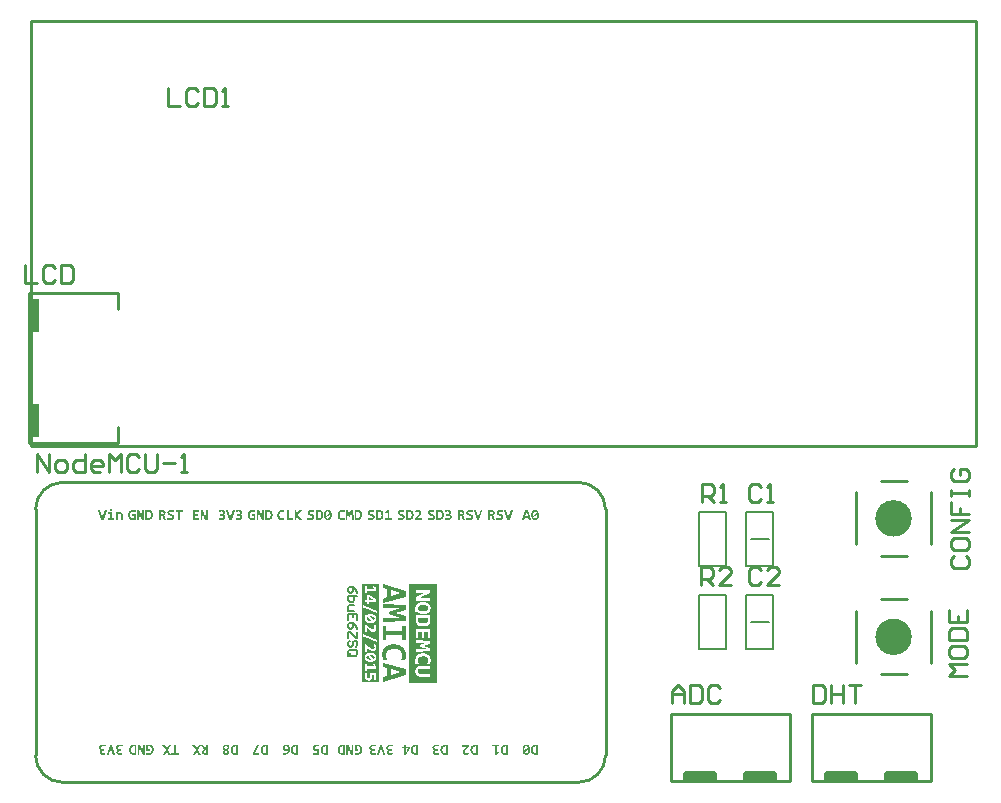
<source format=gto>
G04*
G04 #@! TF.GenerationSoftware,Altium Limited,Altium Designer,21.3.2 (30)*
G04*
G04 Layer_Color=65535*
%FSTAX24Y24*%
%MOIN*%
G70*
G04*
G04 #@! TF.SameCoordinates,A37B9459-F8AB-407D-A7BE-2EDF921DF0BE*
G04*
G04*
G04 #@! TF.FilePolarity,Positive*
G04*
G01*
G75*
%ADD10C,0.0100*%
%ADD11C,0.0080*%
%ADD12C,0.0050*%
%ADD13C,0.0070*%
G36*
X016638Y033908D02*
X016676Y033924D01*
X016926D01*
X016964Y033908D01*
X01698Y03387D01*
Y03287D01*
X016964Y032832D01*
X016926Y032816D01*
X016676D01*
X016638Y032832D01*
X016622Y03287D01*
Y03387D01*
X016638Y033908D01*
D02*
G37*
G36*
Y037412D02*
X016676Y037428D01*
X016926D01*
X016964Y037412D01*
X01698Y037374D01*
Y036374D01*
X016964Y036336D01*
X016926Y03632D01*
X016676D01*
X016638Y036336D01*
X016622Y036374D01*
Y037374D01*
X016638Y037412D01*
D02*
G37*
G36*
X038462Y021321D02*
X038446Y021359D01*
Y021609D01*
X038462Y021648D01*
X0385Y021663D01*
X0395D01*
X039538Y021648D01*
X039554Y021609D01*
Y021359D01*
X039538Y021321D01*
X0395Y021305D01*
X0385D01*
X038462Y021321D01*
D02*
G37*
G36*
X040462D02*
X040446Y021359D01*
Y021609D01*
X040462Y021648D01*
X0405Y021663D01*
X0415D01*
X041538Y021648D01*
X041554Y021609D01*
Y021359D01*
X041538Y021321D01*
X0415Y021305D01*
X0405D01*
X040462Y021321D01*
D02*
G37*
G36*
X043162D02*
X043146Y021359D01*
Y021609D01*
X043162Y021648D01*
X0432Y021663D01*
X0442D01*
X044238Y021648D01*
X044254Y021609D01*
Y021359D01*
X044238Y021321D01*
X0442Y021305D01*
X0432D01*
X043162Y021321D01*
D02*
G37*
G36*
X045162D02*
X045146Y021359D01*
Y021609D01*
X045162Y021648D01*
X0452Y021663D01*
X0462D01*
X046238Y021648D01*
X046254Y021609D01*
Y021359D01*
X046238Y021321D01*
X0462Y021305D01*
X0452D01*
X045162Y021321D01*
D02*
G37*
G36*
X045597Y0267D02*
X045597Y0267D01*
X045598D01*
X045734Y026643D01*
X045735Y026643D01*
X045735Y026643D01*
X045852Y026553D01*
X045852Y026552D01*
X045853Y026552D01*
X045943Y026435D01*
X045943Y026435D01*
X045943Y026434D01*
X046Y026298D01*
Y026297D01*
X046Y026297D01*
X046019Y026151D01*
X046019Y02615D01*
X046019Y026149D01*
X046Y026003D01*
X046Y026003D01*
Y026002D01*
X045943Y025866D01*
X045943Y025865D01*
X045943Y025865D01*
X045853Y025748D01*
X045852Y025748D01*
X045852Y025747D01*
X045735Y025657D01*
X045735Y025657D01*
X045734Y025657D01*
X045598Y0256D01*
X045597D01*
X045597Y0256D01*
X045451Y025581D01*
X04545Y025581D01*
X045449Y025581D01*
X045303Y0256D01*
X045303Y0256D01*
X045302D01*
X045166Y025657D01*
X045165Y025657D01*
X045165Y025657D01*
X045048Y025747D01*
X045048Y025748D01*
X045047Y025748D01*
X044957Y025865D01*
X044957Y025865D01*
X044957Y025866D01*
X0449Y026002D01*
Y026003D01*
X0449Y026003D01*
X044881Y026149D01*
X044881Y02615D01*
X044881Y026151D01*
X0449Y026297D01*
X0449Y026297D01*
Y026298D01*
X044944Y026403D01*
X044944Y026403D01*
X044944Y026403D01*
X044945Y026404D01*
X044947Y026406D01*
X044947D01*
X044948Y026407D01*
X044948Y026408D01*
Y026408D01*
X044947Y026408D01*
X044948Y02641D01*
Y026412D01*
X044957Y026434D01*
X044957Y026435D01*
X044957Y026435D01*
X045047Y026552D01*
X045048Y026552D01*
X045048Y026553D01*
X045165Y026643D01*
X045165Y026643D01*
X045166Y026643D01*
X045302Y0267D01*
X045303D01*
X045303Y0267D01*
X045449Y026719D01*
X04545Y026719D01*
X045451Y026719D01*
X045597Y0267D01*
D02*
G37*
G36*
Y03065D02*
X045597Y03065D01*
X045598D01*
X045734Y030593D01*
X045735Y030593D01*
X045735Y030593D01*
X045852Y030503D01*
X045852Y030502D01*
X045853Y030502D01*
X045943Y030385D01*
X045943Y030385D01*
X045943Y030384D01*
X046Y030248D01*
Y030247D01*
X046Y030247D01*
X046019Y030101D01*
X046019Y0301D01*
X046019Y030099D01*
X046Y029953D01*
X046Y029953D01*
Y029952D01*
X045943Y029816D01*
X045943Y029815D01*
X045943Y029815D01*
X045853Y029698D01*
X045852Y029698D01*
X045852Y029697D01*
X045735Y029607D01*
X045735Y029607D01*
X045734Y029607D01*
X045598Y02955D01*
X045597D01*
X045597Y02955D01*
X045451Y029531D01*
X04545Y029531D01*
X045449Y029531D01*
X045303Y02955D01*
X045303Y02955D01*
X045302D01*
X045166Y029607D01*
X045165Y029607D01*
X045165Y029607D01*
X045048Y029697D01*
X045048Y029698D01*
X045047Y029698D01*
X044957Y029815D01*
X044957Y029815D01*
X044957Y029816D01*
X0449Y029952D01*
Y029953D01*
X0449Y029953D01*
X044881Y030099D01*
X044881Y0301D01*
X044881Y030101D01*
X0449Y030247D01*
X0449Y030247D01*
Y030248D01*
X044944Y030353D01*
X044944Y030353D01*
X044944Y030353D01*
X044945Y030354D01*
X044947Y030356D01*
X044947D01*
X044948Y030357D01*
X044948Y030358D01*
Y030358D01*
X044947Y030358D01*
X044948Y03036D01*
Y030362D01*
X044957Y030384D01*
X044957Y030385D01*
X044957Y030385D01*
X045047Y030502D01*
X045048Y030502D01*
X045048Y030503D01*
X045165Y030593D01*
X045165Y030593D01*
X045166Y030593D01*
X045302Y03065D01*
X045303D01*
X045303Y03065D01*
X045449Y030669D01*
X04545Y030669D01*
X045451Y030669D01*
X045597Y03065D01*
D02*
G37*
G36*
X024103Y030381D02*
X024109Y030381D01*
X024116Y03038D01*
X024132Y030377D01*
X024133D01*
X024136Y030377D01*
X02414Y030376D01*
X024145Y030375D01*
X024152Y030374D01*
X024159Y030371D01*
X024175Y030367D01*
Y030307D01*
X024174Y030308D01*
X024172Y030309D01*
X024168Y03031D01*
X024163Y030312D01*
X024157Y030314D01*
X02415Y030316D01*
X024143Y030319D01*
X024134Y030321D01*
X024133Y030321D01*
X02413Y030322D01*
X024126Y030323D01*
X02412Y030324D01*
X024114Y030325D01*
X024106Y030326D01*
X024098Y030327D01*
X024085D01*
X024081Y030326D01*
X024076Y030326D01*
X024069Y030325D01*
X024063Y030324D01*
X024055Y030321D01*
X024049Y030319D01*
X024048Y030318D01*
X024046Y030317D01*
X024043Y030315D01*
X024038Y030313D01*
X024034Y03031D01*
X024029Y030306D01*
X024024Y030301D01*
X024019Y030296D01*
X024019Y030295D01*
X024018Y030293D01*
X024015Y03029D01*
X024013Y030286D01*
X02401Y030281D01*
X024007Y030275D01*
X024004Y030268D01*
X024002Y03026D01*
Y030259D01*
X024Y030256D01*
X024Y030251D01*
X023999Y030246D01*
X023998Y030239D01*
X023997Y03023D01*
X023996Y030221D01*
X023995Y030212D01*
Y030211D01*
Y03021D01*
Y030207D01*
Y030202D01*
X023996Y030196D01*
X023997Y030189D01*
X023997Y03018D01*
X024Y030164D01*
Y030163D01*
X024001Y030161D01*
X024002Y030157D01*
X024004Y030152D01*
X024006Y030147D01*
X024009Y03014D01*
X024015Y030129D01*
X024016Y030128D01*
X024017Y030127D01*
X02402Y030124D01*
X024023Y03012D01*
X024027Y030117D01*
X024032Y030113D01*
X024037Y03011D01*
X024043Y030107D01*
X024043Y030106D01*
X024045Y030106D01*
X024049Y030104D01*
X024054Y030103D01*
X02406Y030102D01*
X024067Y030101D01*
X024075Y0301D01*
X024083Y030099D01*
X024094D01*
X024096Y0301D01*
X024099D01*
X024101Y030101D01*
X024102D01*
X024104Y030101D01*
X024106Y030102D01*
X024109Y030102D01*
X024109D01*
X024111Y030103D01*
X024113Y030104D01*
X024116Y030104D01*
Y030188D01*
X02406D01*
Y030239D01*
X024176D01*
Y030064D01*
X024175Y030064D01*
X024173Y030063D01*
X024168Y030061D01*
X024162Y030059D01*
X024155Y030056D01*
X024147Y030054D01*
X024138Y030051D01*
X024129Y030049D01*
X024128D01*
X024125Y030049D01*
X02412Y030048D01*
X024114Y030047D01*
X024105Y030046D01*
X024097Y030045D01*
X024087Y030044D01*
X02407D01*
X024067Y030045D01*
X024064D01*
X024055Y030046D01*
X024046Y030047D01*
X024036Y030049D01*
X024025Y030051D01*
X024015Y030054D01*
X024014D01*
X024014Y030055D01*
X02401Y030057D01*
X024005Y030059D01*
X023999Y030062D01*
X023992Y030067D01*
X023984Y030072D01*
X023976Y030078D01*
X023969Y030086D01*
X023968Y030087D01*
X023966Y030089D01*
X023962Y030094D01*
X023958Y0301D01*
X023953Y030107D01*
X023949Y030116D01*
X023944Y030126D01*
X02394Y030137D01*
Y030138D01*
X023939Y030139D01*
X023939Y03014D01*
X023938Y030143D01*
X023938Y030145D01*
X023937Y030149D01*
X023935Y030158D01*
X023933Y030168D01*
X023932Y03018D01*
X023931Y030194D01*
X02393Y030208D01*
Y030209D01*
Y03021D01*
Y030212D01*
Y030215D01*
X023931Y030219D01*
Y030223D01*
X023931Y030233D01*
X023933Y030244D01*
X023934Y030256D01*
X023937Y030269D01*
X023941Y030281D01*
Y030282D01*
X023941Y030283D01*
X023942Y030285D01*
X023943Y030287D01*
X023945Y030293D01*
X023948Y0303D01*
X023953Y030309D01*
X023958Y030318D01*
X023964Y030327D01*
X023971Y030336D01*
X023972Y030337D01*
X023975Y03034D01*
X023979Y030344D01*
X023985Y030349D01*
X023992Y030354D01*
X024001Y03036D01*
X02401Y030365D01*
X024021Y03037D01*
X024022D01*
X024022Y03037D01*
X024024Y030371D01*
X024027Y030371D01*
X024029Y030372D01*
X024033Y030374D01*
X024041Y030376D01*
X024051Y030378D01*
X024062Y03038D01*
X024075Y030381D01*
X024089Y030382D01*
X024097D01*
X024103Y030381D01*
D02*
G37*
G36*
X024459Y03005D02*
X024384D01*
X024297Y030244D01*
X024279Y030286D01*
Y030151D01*
Y03005D01*
X024223D01*
Y030376D01*
X024299D01*
X024387Y03018D01*
X024403Y030142D01*
Y030286D01*
Y030376D01*
X024459D01*
Y03005D01*
D02*
G37*
G36*
X024613Y030376D02*
X024622Y030375D01*
X024632Y030374D01*
X024643Y030372D01*
X024654Y03037D01*
X024664Y030367D01*
X024665D01*
X024665Y030366D01*
X024669Y030365D01*
X024674Y030363D01*
X024681Y03036D01*
X024688Y030356D01*
X024696Y030351D01*
X024704Y030345D01*
X024711Y030338D01*
X024713Y030337D01*
X024715Y030335D01*
X024718Y03033D01*
X024722Y030325D01*
X024726Y030318D01*
X024731Y030309D01*
X024736Y030299D01*
X02474Y030289D01*
Y030288D01*
X02474Y030288D01*
X024741Y030286D01*
X024741Y030283D01*
X024742Y03028D01*
X024743Y030277D01*
X024745Y030269D01*
X024746Y030258D01*
X024748Y030246D01*
X024749Y030232D01*
X024749Y030217D01*
Y030217D01*
Y030215D01*
Y030213D01*
Y030211D01*
Y030208D01*
X024749Y030204D01*
X024748Y030194D01*
X024747Y030184D01*
X024745Y030172D01*
X024743Y03016D01*
X02474Y030148D01*
Y030148D01*
X024739Y030147D01*
X024739Y030145D01*
X024738Y030143D01*
X024736Y030137D01*
X024733Y03013D01*
X024729Y030122D01*
X024724Y030113D01*
X024718Y030104D01*
X02471Y030095D01*
X024709Y030094D01*
X024707Y030092D01*
X024703Y030088D01*
X024696Y030083D01*
X024689Y030077D01*
X02468Y030072D01*
X02467Y030067D01*
X024659Y030062D01*
X024659D01*
X024658Y030061D01*
X024656Y030061D01*
X024654Y03006D01*
X024651Y030059D01*
X024648Y030058D01*
X024643Y030057D01*
X024639Y030056D01*
X024628Y030054D01*
X024615Y030052D01*
X024601Y030051D01*
X024585Y03005D01*
X024503D01*
Y030376D01*
X024609D01*
X024613Y030376D01*
D02*
G37*
G36*
X023387Y03005D02*
X023306D01*
X023206Y030376D01*
X023276D01*
X023331Y030179D01*
X023349Y030115D01*
X023367Y030183D01*
X023422Y030376D01*
X023488D01*
X023387Y03005D01*
D02*
G37*
G36*
X023625Y030381D02*
X023632D01*
X023639Y03038D01*
X023647Y030379D01*
X023655Y030378D01*
X023663Y030376D01*
X023664D01*
X023666Y030375D01*
X02367Y030374D01*
X023675Y030372D01*
X02368Y03037D01*
X023686Y030367D01*
X023691Y030364D01*
X023697Y03036D01*
X023698Y030359D01*
X023699Y030358D01*
X023702Y030356D01*
X023705Y030352D01*
X023708Y030349D01*
X023712Y030344D01*
X023715Y030339D01*
X023718Y030334D01*
X023719Y030333D01*
X023719Y030331D01*
X02372Y030328D01*
X023722Y030324D01*
X023723Y030319D01*
X023724Y030313D01*
X023725Y030306D01*
X023725Y0303D01*
Y030299D01*
Y030299D01*
Y030297D01*
Y030295D01*
X023725Y03029D01*
X023724Y030283D01*
X023722Y030275D01*
X023719Y030267D01*
X023716Y030259D01*
X023711Y030252D01*
X023711Y030251D01*
X023709Y030249D01*
X023706Y030246D01*
X023701Y030241D01*
X023696Y030237D01*
X023689Y030233D01*
X023682Y030228D01*
X023673Y030224D01*
X023674D01*
X023676Y030223D01*
X023679Y030223D01*
X023683Y030221D01*
X023687Y03022D01*
X023692Y030219D01*
X023701Y030215D01*
X023702D01*
X023704Y030214D01*
X023706Y030213D01*
X023709Y03021D01*
X023716Y030206D01*
X023723Y030199D01*
X023724Y030199D01*
X023725Y030198D01*
X023726Y030195D01*
X023729Y030193D01*
X023731Y03019D01*
X023733Y030186D01*
X023738Y030177D01*
Y030177D01*
X023738Y030175D01*
X023739Y030173D01*
X02374Y030169D01*
X023741Y030165D01*
X023742Y03016D01*
X023743Y030149D01*
Y030148D01*
Y030145D01*
X023742Y030141D01*
X023741Y030135D01*
X02374Y030128D01*
X023739Y030121D01*
X023736Y030113D01*
X023733Y030106D01*
X023733Y030105D01*
X023731Y030103D01*
X023729Y030099D01*
X023726Y030094D01*
X023723Y030089D01*
X023718Y030084D01*
X023712Y030078D01*
X023705Y030073D01*
X023705Y030072D01*
X023702Y030071D01*
X023698Y030068D01*
X023693Y030065D01*
X023686Y030062D01*
X023678Y030058D01*
X023669Y030055D01*
X023659Y030052D01*
X023658D01*
X023658Y030052D01*
X023656D01*
X023654Y030051D01*
X023648Y03005D01*
X02364Y030049D01*
X02363Y030047D01*
X023619Y030046D01*
X023607Y030046D01*
X023593Y030045D01*
X023582D01*
X023575Y030046D01*
X023572D01*
X023569Y030046D01*
X023563D01*
X023556Y030047D01*
X023553D01*
X023551Y030047D01*
X023545Y030048D01*
X023538Y030048D01*
X023535D01*
X023533Y030049D01*
X023528Y030049D01*
X023523Y03005D01*
Y030103D01*
X023523D01*
X023526Y030102D01*
X023529Y030102D01*
X023533Y030101D01*
X023538Y0301D01*
X023544Y030099D01*
X023551Y030098D01*
X023558Y030098D01*
X023561D01*
X023565Y030097D01*
X02357D01*
X023576Y030097D01*
X023583D01*
X023591Y030096D01*
X023606D01*
X023611Y030097D01*
X023617D01*
X023623Y030098D01*
X023634Y030099D01*
X023635D01*
X023637Y0301D01*
X023639Y030101D01*
X023643Y030102D01*
X023651Y030105D01*
X023659Y030109D01*
X023659Y03011D01*
X02366Y03011D01*
X023662Y030112D01*
X023664Y030114D01*
X023669Y030119D01*
X023673Y030125D01*
Y030126D01*
X023674Y030127D01*
X023675Y030129D01*
X023676Y030132D01*
X023677Y030135D01*
X023678Y030139D01*
X023678Y030148D01*
Y030148D01*
Y030149D01*
Y030152D01*
X023678Y030154D01*
X023676Y03016D01*
X023673Y030167D01*
Y030168D01*
X023672Y030169D01*
X023671Y03017D01*
X023669Y030172D01*
X023665Y030177D01*
X023658Y030182D01*
X023658Y030183D01*
X023657Y030183D01*
X023654Y030184D01*
X023652Y030185D01*
X023648Y030187D01*
X023644Y030189D01*
X023639Y03019D01*
X023634Y030192D01*
X023633D01*
X023631Y030192D01*
X023628Y030193D01*
X023624Y030194D01*
X023619Y030194D01*
X023613Y030195D01*
X023605Y030195D01*
X023562D01*
Y030242D01*
X023602D01*
X023607Y030243D01*
X023612D01*
X023617Y030244D01*
X023623Y030244D01*
X023628Y030245D01*
X023628D01*
X02363Y030246D01*
X023632Y030247D01*
X023635Y030248D01*
X023642Y030251D01*
X023648Y030256D01*
X023649Y030256D01*
X023649Y030257D01*
X023653Y03026D01*
X023656Y030265D01*
X023659Y030271D01*
Y030272D01*
X02366Y030273D01*
X02366Y030275D01*
X023661Y030277D01*
X023662Y030283D01*
X023663Y03029D01*
Y030291D01*
Y030293D01*
X023662Y030296D01*
X023661Y030301D01*
X023659Y030306D01*
X023657Y030311D01*
X023654Y030316D01*
X023649Y03032D01*
X023649Y030321D01*
X023647Y030322D01*
X023644Y030324D01*
X023639Y030326D01*
X023634Y030327D01*
X023627Y030329D01*
X023619Y03033D01*
X023609Y030331D01*
X023602D01*
X023597Y03033D01*
X023591Y03033D01*
X023584Y030329D01*
X02357Y030327D01*
X02357D01*
X023567Y030326D01*
X023563Y030325D01*
X023559Y030324D01*
X023553Y030323D01*
X023546Y030321D01*
X023532Y030317D01*
Y030368D01*
X023532D01*
X023533Y030369D01*
X023536Y030369D01*
X023538Y03037D01*
X023546Y030372D01*
X023553Y030374D01*
X023553D01*
X023554Y030374D01*
X023557Y030375D01*
X023559Y030375D01*
X023566Y030377D01*
X023573Y030378D01*
X023574D01*
X023575Y030379D01*
X023577D01*
X02358Y030379D01*
X023587Y03038D01*
X023594Y030381D01*
X023595D01*
X023598Y030381D01*
X0236D01*
X023608Y030382D01*
X02362D01*
X023625Y030381D01*
D02*
G37*
G36*
X023063D02*
X023069D01*
X023077Y03038D01*
X023084Y030379D01*
X023092Y030378D01*
X0231Y030376D01*
X023101D01*
X023103Y030375D01*
X023107Y030374D01*
X023112Y030372D01*
X023117Y03037D01*
X023123Y030367D01*
X023129Y030364D01*
X023134Y03036D01*
X023135Y030359D01*
X023136Y030358D01*
X023139Y030356D01*
X023142Y030352D01*
X023145Y030349D01*
X023149Y030344D01*
X023153Y030339D01*
X023155Y030334D01*
X023156Y030333D01*
X023156Y030331D01*
X023158Y030328D01*
X023159Y030324D01*
X02316Y030319D01*
X023161Y030313D01*
X023162Y030306D01*
X023163Y0303D01*
Y030299D01*
Y030299D01*
Y030297D01*
Y030295D01*
X023162Y03029D01*
X023161Y030283D01*
X023159Y030275D01*
X023156Y030267D01*
X023153Y030259D01*
X023149Y030252D01*
X023148Y030251D01*
X023146Y030249D01*
X023143Y030246D01*
X023139Y030241D01*
X023133Y030237D01*
X023126Y030233D01*
X023119Y030228D01*
X02311Y030224D01*
X023111D01*
X023113Y030223D01*
X023116Y030223D01*
X02312Y030221D01*
X023124Y03022D01*
X023129Y030219D01*
X023139Y030215D01*
X023139D01*
X023141Y030214D01*
X023143Y030213D01*
X023146Y03021D01*
X023153Y030206D01*
X02316Y030199D01*
X023161Y030199D01*
X023162Y030198D01*
X023164Y030195D01*
X023166Y030193D01*
X023168Y03019D01*
X02317Y030186D01*
X023175Y030177D01*
Y030177D01*
X023175Y030175D01*
X023176Y030173D01*
X023178Y030169D01*
X023178Y030165D01*
X023179Y03016D01*
X02318Y030149D01*
Y030148D01*
Y030145D01*
X023179Y030141D01*
X023179Y030135D01*
X023178Y030128D01*
X023176Y030121D01*
X023174Y030113D01*
X02317Y030106D01*
X02317Y030105D01*
X023169Y030103D01*
X023166Y030099D01*
X023164Y030094D01*
X02316Y030089D01*
X023155Y030084D01*
X023149Y030078D01*
X023143Y030073D01*
X023142Y030072D01*
X023139Y030071D01*
X023135Y030068D01*
X02313Y030065D01*
X023123Y030062D01*
X023115Y030058D01*
X023106Y030055D01*
X023096Y030052D01*
X023095D01*
X023095Y030052D01*
X023093D01*
X023091Y030051D01*
X023085Y03005D01*
X023077Y030049D01*
X023068Y030047D01*
X023057Y030046D01*
X023044Y030046D01*
X02303Y030045D01*
X023019D01*
X023012Y030046D01*
X023009D01*
X023006Y030046D01*
X023001D01*
X022993Y030047D01*
X02299D01*
X022988Y030047D01*
X022982Y030048D01*
X022976Y030048D01*
X022972D01*
X022971Y030049D01*
X022965Y030049D01*
X02296Y03005D01*
Y030103D01*
X022961D01*
X022963Y030102D01*
X022966Y030102D01*
X02297Y030101D01*
X022976Y0301D01*
X022981Y030099D01*
X022988Y030098D01*
X022995Y030098D01*
X022998D01*
X023002Y030097D01*
X023007D01*
X023013Y030097D01*
X023021D01*
X023028Y030096D01*
X023043D01*
X023048Y030097D01*
X023054D01*
X02306Y030098D01*
X023072Y030099D01*
X023072D01*
X023074Y0301D01*
X023077Y030101D01*
X02308Y030102D01*
X023088Y030105D01*
X023096Y030109D01*
X023097Y03011D01*
X023098Y03011D01*
X023099Y030112D01*
X023102Y030114D01*
X023107Y030119D01*
X02311Y030125D01*
Y030126D01*
X023111Y030127D01*
X023112Y030129D01*
X023113Y030132D01*
X023114Y030135D01*
X023115Y030139D01*
X023115Y030148D01*
Y030148D01*
Y030149D01*
Y030152D01*
X023115Y030154D01*
X023113Y03016D01*
X02311Y030167D01*
Y030168D01*
X023109Y030169D01*
X023108Y03017D01*
X023107Y030172D01*
X023102Y030177D01*
X023095Y030182D01*
X023095Y030183D01*
X023094Y030183D01*
X023092Y030184D01*
X023089Y030185D01*
X023085Y030187D01*
X023081Y030189D01*
X023077Y03019D01*
X023071Y030192D01*
X02307D01*
X023068Y030192D01*
X023065Y030193D01*
X023061Y030194D01*
X023056Y030194D01*
X02305Y030195D01*
X023043Y030195D01*
X022999D01*
Y030242D01*
X023039D01*
X023044Y030243D01*
X023049D01*
X023054Y030244D01*
X02306Y030244D01*
X023065Y030245D01*
X023065D01*
X023067Y030246D01*
X023069Y030247D01*
X023072Y030248D01*
X023079Y030251D01*
X023085Y030256D01*
X023086Y030256D01*
X023087Y030257D01*
X02309Y03026D01*
X023093Y030265D01*
X023097Y030271D01*
Y030272D01*
X023097Y030273D01*
X023098Y030275D01*
X023098Y030277D01*
X023099Y030283D01*
X0231Y03029D01*
Y030291D01*
Y030293D01*
X023099Y030296D01*
X023098Y030301D01*
X023097Y030306D01*
X023094Y030311D01*
X023091Y030316D01*
X023087Y03032D01*
X023086Y030321D01*
X023084Y030322D01*
X023081Y030324D01*
X023077Y030326D01*
X023071Y030327D01*
X023064Y030329D01*
X023056Y03033D01*
X023047Y030331D01*
X023039D01*
X023034Y03033D01*
X023028Y03033D01*
X023022Y030329D01*
X023008Y030327D01*
X023007D01*
X023004Y030326D01*
X023001Y030325D01*
X022996Y030324D01*
X02299Y030323D01*
X022983Y030321D01*
X022969Y030317D01*
Y030368D01*
X022969D01*
X022971Y030369D01*
X022973Y030369D01*
X022976Y03037D01*
X022983Y030372D01*
X02299Y030374D01*
X022991D01*
X022992Y030374D01*
X022994Y030375D01*
X022997Y030375D01*
X023003Y030377D01*
X02301Y030378D01*
X023011D01*
X023012Y030379D01*
X023014D01*
X023017Y030379D01*
X023024Y03038D01*
X023031Y030381D01*
X023033D01*
X023035Y030381D01*
X023038D01*
X023045Y030382D01*
X023058D01*
X023063Y030381D01*
D02*
G37*
G36*
X022585Y03005D02*
X02251D01*
X022422Y030244D01*
X022405Y030286D01*
Y030151D01*
Y03005D01*
X022349D01*
Y030376D01*
X022424D01*
X022513Y03018D01*
X022529Y030142D01*
Y030286D01*
Y030376D01*
X022585D01*
Y03005D01*
D02*
G37*
G36*
X022286Y030324D02*
X022153D01*
Y030243D01*
X02228D01*
Y030193D01*
X022153D01*
Y030102D01*
X022286D01*
Y03005D01*
X02209D01*
Y030376D01*
X022286D01*
Y030324D01*
D02*
G37*
G36*
X021383Y030381D02*
X021391Y030381D01*
X021393D01*
X021395Y03038D01*
X021398D01*
X021405Y030379D01*
X021412Y030378D01*
X021414D01*
X021416Y030377D01*
X021419D01*
X021425Y030376D01*
X021432Y030375D01*
X021434D01*
X021436Y030374D01*
X021438Y030374D01*
X021445Y030372D01*
X021451Y030371D01*
Y030315D01*
X02145D01*
X021449Y030316D01*
X021447Y030316D01*
X021445Y030317D01*
X02144Y030319D01*
X021433Y03032D01*
X021432D01*
X021431Y030321D01*
X02143Y030321D01*
X021427Y030322D01*
X021421Y030324D01*
X021413Y030325D01*
X021412D01*
X021411Y030325D01*
X021409D01*
X021407Y030326D01*
X0214Y030327D01*
X021392Y030328D01*
X021391D01*
X021388Y030329D01*
X021386D01*
X02138Y030329D01*
X021367D01*
X021363Y030329D01*
X021355Y030328D01*
X021345Y030326D01*
X021345D01*
X021344Y030326D01*
X021341Y030325D01*
X021339Y030324D01*
X021333Y030322D01*
X021327Y030319D01*
X021326D01*
X021326Y030318D01*
X021323Y030316D01*
X02132Y030312D01*
X021316Y030308D01*
Y030307D01*
X021316Y030306D01*
X021315Y030303D01*
X021314Y030299D01*
X021314Y030293D01*
Y030292D01*
Y030291D01*
X021314Y030289D01*
X021315Y030286D01*
X021316Y030281D01*
X021318Y030278D01*
X02132Y030275D01*
X021321Y030274D01*
X021321Y030274D01*
X021323Y030272D01*
X021325Y03027D01*
X021331Y030266D01*
X021338Y030261D01*
X021339D01*
X02134Y03026D01*
X021342Y030259D01*
X021346Y030258D01*
X02135Y030256D01*
X021354Y030255D01*
X021364Y030251D01*
X021365D01*
X021367Y03025D01*
X02137Y030249D01*
X021373Y030248D01*
X021377Y030246D01*
X021382Y030244D01*
X021393Y03024D01*
X021394D01*
X021396Y030239D01*
X021399Y030238D01*
X021403Y030236D01*
X021408Y030234D01*
X021413Y030232D01*
X021423Y030226D01*
X021424Y030226D01*
X021426Y030225D01*
X021428Y030224D01*
X021432Y030221D01*
X02144Y030216D01*
X021449Y030208D01*
X02145Y030208D01*
X021451Y030207D01*
X021453Y030204D01*
X021456Y030201D01*
X021458Y030197D01*
X021462Y030193D01*
X021465Y030188D01*
X021467Y030183D01*
X021468Y030182D01*
X021468Y03018D01*
X02147Y030177D01*
X021471Y030173D01*
X021472Y030168D01*
X021473Y030162D01*
X021474Y030155D01*
X021474Y030148D01*
Y030148D01*
Y030147D01*
Y030144D01*
X021474Y030139D01*
X021473Y030133D01*
X021472Y030125D01*
X02147Y030117D01*
X021468Y030109D01*
X021465Y030102D01*
X021464Y030101D01*
X021463Y030098D01*
X021461Y030095D01*
X021457Y030091D01*
X021453Y030085D01*
X021448Y03008D01*
X021443Y030074D01*
X021437Y030069D01*
X021436Y030069D01*
X021433Y030067D01*
X02143Y030065D01*
X021425Y030062D01*
X021418Y030059D01*
X021411Y030056D01*
X021403Y030053D01*
X021394Y030051D01*
X021393D01*
X02139Y030049D01*
X021385Y030049D01*
X021378Y030048D01*
X02137Y030047D01*
X021361Y030046D01*
X021351Y030045D01*
X021341Y030044D01*
X021331D01*
X021325Y030045D01*
X021317D01*
X021309Y030046D01*
X021291Y030048D01*
X02129D01*
X021287Y030048D01*
X021282Y030049D01*
X021276Y03005D01*
X021269Y030052D01*
X021261Y030053D01*
X021244Y030058D01*
Y030118D01*
X021244D01*
X021246Y030118D01*
X021248Y030117D01*
X021251Y030115D01*
X021254Y030114D01*
X021258Y030113D01*
X021267Y03011D01*
X021267D01*
X021269Y03011D01*
X021272Y030109D01*
X021275Y030108D01*
X021279Y030108D01*
X021283Y030107D01*
X021292Y030104D01*
X021293D01*
X021295Y030104D01*
X021297Y030103D01*
X0213Y030103D01*
X021304Y030102D01*
X021309Y030102D01*
X021317Y0301D01*
X02132D01*
X021322Y030099D01*
X021325D01*
X021333Y030099D01*
X021348D01*
X021352Y030099D01*
X021357D01*
X021362Y0301D01*
X021372Y030102D01*
X021372D01*
X021374Y030102D01*
X021376Y030103D01*
X021379Y030104D01*
X021386Y030106D01*
X021392Y030109D01*
X021392D01*
X021393Y03011D01*
X021396Y030113D01*
X0214Y030117D01*
X021403Y030122D01*
Y030123D01*
X021403Y030123D01*
X021405Y030127D01*
X021406Y030132D01*
X021407Y030138D01*
Y030139D01*
Y03014D01*
X021406Y030143D01*
X021406Y030145D01*
X021404Y030152D01*
X021402Y030155D01*
X0214Y030158D01*
X021399Y030159D01*
X021398Y03016D01*
X021397Y030161D01*
X021395Y030163D01*
X021389Y030168D01*
X021381Y030173D01*
X021381Y030173D01*
X02138Y030174D01*
X021377Y030175D01*
X021374Y030177D01*
X02137Y030178D01*
X021366Y03018D01*
X021356Y030184D01*
X021355D01*
X021354Y030185D01*
X02135Y030185D01*
X021347Y030187D01*
X021342Y030189D01*
X021337Y03019D01*
X021326Y030194D01*
X021326Y030195D01*
X021324Y030195D01*
X021321Y030197D01*
X021317Y030198D01*
X021313Y0302D01*
X021308Y030203D01*
X021297Y030208D01*
X021297Y030208D01*
X021295Y030209D01*
X021292Y03021D01*
X021289Y030213D01*
X02128Y030218D01*
X021271Y030225D01*
X021271Y030226D01*
X02127Y030228D01*
X021267Y03023D01*
X021265Y030233D01*
X021262Y030236D01*
X021259Y030241D01*
X021254Y030251D01*
Y030251D01*
X021252Y030254D01*
X021251Y030257D01*
X02125Y030261D01*
X021249Y030266D01*
X021248Y030273D01*
X021247Y030279D01*
X021247Y030287D01*
Y030288D01*
Y03029D01*
X021247Y030294D01*
X021248Y030299D01*
X021249Y030305D01*
X02125Y030311D01*
X021251Y030317D01*
X021254Y030324D01*
X021254Y030324D01*
X021255Y030326D01*
X021257Y03033D01*
X021259Y030334D01*
X021262Y030339D01*
X021266Y030344D01*
X021271Y030349D01*
X021276Y030354D01*
X021276Y030354D01*
X021279Y030356D01*
X021282Y030358D01*
X021286Y030361D01*
X021292Y030364D01*
X021299Y030367D01*
X021306Y030371D01*
X021314Y030374D01*
X021315D01*
X021315Y030375D01*
X021319Y030375D01*
X021324Y030376D01*
X02133Y030378D01*
X021339Y03038D01*
X021349Y030381D01*
X021359Y030381D01*
X021371Y030382D01*
X021377D01*
X021383Y030381D01*
D02*
G37*
G36*
X021762Y030325D02*
X021673D01*
Y03005D01*
X02161D01*
Y030325D01*
X021521D01*
Y030376D01*
X021762D01*
Y030325D01*
D02*
G37*
G36*
X021081Y030376D02*
X021089Y030375D01*
X021097Y030374D01*
X021114Y030371D01*
X021115D01*
X021118Y03037D01*
X021122Y030369D01*
X021127Y030368D01*
X021133Y030366D01*
X021139Y030363D01*
X021145Y03036D01*
X021151Y030356D01*
X021151Y030355D01*
X021154Y030354D01*
X021156Y030351D01*
X02116Y030349D01*
X021164Y030344D01*
X021168Y03034D01*
X021171Y030334D01*
X021175Y030328D01*
X021175Y030327D01*
X021176Y030325D01*
X021178Y030321D01*
X021179Y030316D01*
X021181Y03031D01*
X021183Y030303D01*
X021183Y030295D01*
X021184Y030286D01*
Y030285D01*
Y030283D01*
Y03028D01*
X021183Y030275D01*
X021183Y03027D01*
X021181Y030265D01*
X021178Y030254D01*
Y030254D01*
X021177Y030252D01*
X021176Y030249D01*
X021174Y030246D01*
X02117Y030238D01*
X021164Y03023D01*
X021163Y030229D01*
X021162Y030228D01*
X02116Y030226D01*
X021158Y030224D01*
X021154Y030221D01*
X02115Y030219D01*
X021141Y030214D01*
X02114D01*
X021139Y030213D01*
X021136Y030212D01*
X021133Y03021D01*
X021128Y030209D01*
X021123Y030208D01*
X021112Y030205D01*
X021113D01*
X021114Y030204D01*
X021117Y030204D01*
X021119Y030203D01*
X021123Y0302D01*
X021127Y030198D01*
X02113Y030195D01*
X021134Y030192D01*
X021135Y030191D01*
X021136Y030189D01*
X021138Y030187D01*
X02114Y030183D01*
X021144Y030179D01*
X021147Y030173D01*
X02115Y030167D01*
X021154Y030159D01*
X021206Y03005D01*
X021134D01*
X021088Y030155D01*
Y030155D01*
X021087Y030157D01*
X021085Y03016D01*
X021084Y030163D01*
X021078Y030171D01*
X021074Y030174D01*
X02107Y030178D01*
X02107Y030178D01*
X021068Y030179D01*
X021066Y03018D01*
X021063Y030182D01*
X021059Y030183D01*
X021054Y030184D01*
X021049Y030185D01*
X021043Y030185D01*
X021032D01*
Y03005D01*
X02097D01*
Y030376D01*
X021074D01*
X021081Y030376D01*
D02*
G37*
G36*
X020113Y030381D02*
X020119Y030381D01*
X020126Y03038D01*
X020142Y030377D01*
X020143D01*
X020146Y030377D01*
X02015Y030376D01*
X020155Y030375D01*
X020162Y030374D01*
X020169Y030371D01*
X020185Y030367D01*
Y030307D01*
X020184Y030308D01*
X020182Y030309D01*
X020178Y03031D01*
X020173Y030312D01*
X020167Y030314D01*
X02016Y030316D01*
X020153Y030319D01*
X020144Y030321D01*
X020143Y030321D01*
X02014Y030322D01*
X020136Y030323D01*
X02013Y030324D01*
X020124Y030325D01*
X020116Y030326D01*
X020108Y030327D01*
X020095D01*
X020091Y030326D01*
X020086Y030326D01*
X020079Y030325D01*
X020073Y030324D01*
X020065Y030321D01*
X020059Y030319D01*
X020058Y030318D01*
X020056Y030317D01*
X020053Y030315D01*
X020048Y030313D01*
X020044Y03031D01*
X020039Y030306D01*
X020034Y030301D01*
X020029Y030296D01*
X020029Y030295D01*
X020028Y030293D01*
X020025Y03029D01*
X020023Y030286D01*
X02002Y030281D01*
X020017Y030275D01*
X020014Y030268D01*
X020012Y03026D01*
Y030259D01*
X02001Y030256D01*
X02001Y030251D01*
X020009Y030246D01*
X020008Y030239D01*
X020007Y03023D01*
X020006Y030221D01*
X020005Y030212D01*
Y030211D01*
Y03021D01*
Y030207D01*
Y030202D01*
X020006Y030196D01*
X020007Y030189D01*
X020007Y03018D01*
X02001Y030164D01*
Y030163D01*
X020011Y030161D01*
X020012Y030157D01*
X020014Y030152D01*
X020016Y030147D01*
X020019Y03014D01*
X020025Y030129D01*
X020026Y030128D01*
X020027Y030127D01*
X02003Y030124D01*
X020033Y03012D01*
X020037Y030117D01*
X020042Y030113D01*
X020047Y03011D01*
X020053Y030107D01*
X020053Y030106D01*
X020055Y030106D01*
X020059Y030104D01*
X020064Y030103D01*
X02007Y030102D01*
X020077Y030101D01*
X020085Y0301D01*
X020093Y030099D01*
X020104D01*
X020106Y0301D01*
X020109D01*
X020111Y030101D01*
X020112D01*
X020114Y030101D01*
X020116Y030102D01*
X020119Y030102D01*
X020119D01*
X020121Y030103D01*
X020123Y030104D01*
X020126Y030104D01*
Y030188D01*
X02007D01*
Y030239D01*
X020186D01*
Y030064D01*
X020185Y030064D01*
X020183Y030063D01*
X020178Y030061D01*
X020172Y030059D01*
X020165Y030056D01*
X020157Y030054D01*
X020148Y030051D01*
X020139Y030049D01*
X020138D01*
X020135Y030049D01*
X02013Y030048D01*
X020124Y030047D01*
X020115Y030046D01*
X020106Y030045D01*
X020097Y030044D01*
X02008D01*
X020077Y030045D01*
X020074D01*
X020065Y030046D01*
X020056Y030047D01*
X020046Y030049D01*
X020035Y030051D01*
X020025Y030054D01*
X020024D01*
X020024Y030055D01*
X02002Y030057D01*
X020015Y030059D01*
X020009Y030062D01*
X020002Y030067D01*
X019994Y030072D01*
X019986Y030078D01*
X019979Y030086D01*
X019978Y030087D01*
X019976Y030089D01*
X019972Y030094D01*
X019968Y0301D01*
X019963Y030107D01*
X019959Y030116D01*
X019954Y030126D01*
X01995Y030137D01*
Y030138D01*
X019949Y030139D01*
X019949Y03014D01*
X019948Y030143D01*
X019948Y030145D01*
X019947Y030149D01*
X019945Y030158D01*
X019943Y030168D01*
X019942Y03018D01*
X019941Y030194D01*
X01994Y030208D01*
Y030209D01*
Y03021D01*
Y030212D01*
Y030215D01*
X019941Y030219D01*
Y030223D01*
X019941Y030233D01*
X019943Y030244D01*
X019944Y030256D01*
X019947Y030269D01*
X019951Y030281D01*
Y030282D01*
X019951Y030283D01*
X019952Y030285D01*
X019953Y030287D01*
X019955Y030293D01*
X019958Y0303D01*
X019963Y030309D01*
X019968Y030318D01*
X019974Y030327D01*
X019981Y030336D01*
X019982Y030337D01*
X019985Y03034D01*
X019989Y030344D01*
X019995Y030349D01*
X020002Y030354D01*
X020011Y03036D01*
X02002Y030365D01*
X020031Y03037D01*
X020032D01*
X020032Y03037D01*
X020034Y030371D01*
X020037Y030371D01*
X020039Y030372D01*
X020043Y030374D01*
X020051Y030376D01*
X020061Y030378D01*
X020072Y03038D01*
X020085Y030381D01*
X020099Y030382D01*
X020107D01*
X020113Y030381D01*
D02*
G37*
G36*
X020469Y03005D02*
X020394D01*
X020307Y030244D01*
X020289Y030286D01*
Y030151D01*
Y03005D01*
X020233D01*
Y030376D01*
X020309D01*
X020397Y03018D01*
X020413Y030142D01*
Y030286D01*
Y030376D01*
X020469D01*
Y03005D01*
D02*
G37*
G36*
X020623Y030376D02*
X020632Y030375D01*
X020642Y030374D01*
X020653Y030372D01*
X020664Y03037D01*
X020674Y030367D01*
X020675D01*
X020675Y030366D01*
X020679Y030365D01*
X020684Y030363D01*
X020691Y03036D01*
X020698Y030356D01*
X020706Y030351D01*
X020714Y030345D01*
X020721Y030338D01*
X020723Y030337D01*
X020725Y030335D01*
X020728Y03033D01*
X020732Y030325D01*
X020736Y030318D01*
X020741Y030309D01*
X020746Y030299D01*
X02075Y030289D01*
Y030288D01*
X02075Y030288D01*
X020751Y030286D01*
X020751Y030283D01*
X020752Y03028D01*
X020753Y030277D01*
X020755Y030269D01*
X020756Y030258D01*
X020758Y030246D01*
X020759Y030232D01*
X020759Y030217D01*
Y030217D01*
Y030215D01*
Y030213D01*
Y030211D01*
Y030208D01*
X020759Y030204D01*
X020758Y030194D01*
X020757Y030184D01*
X020755Y030172D01*
X020753Y03016D01*
X02075Y030148D01*
Y030148D01*
X020749Y030147D01*
X020749Y030145D01*
X020748Y030143D01*
X020746Y030137D01*
X020743Y03013D01*
X020739Y030122D01*
X020734Y030113D01*
X020728Y030104D01*
X02072Y030095D01*
X020719Y030094D01*
X020717Y030092D01*
X020713Y030088D01*
X020706Y030083D01*
X020699Y030077D01*
X02069Y030072D01*
X02068Y030067D01*
X020669Y030062D01*
X020669D01*
X020668Y030061D01*
X020666Y030061D01*
X020664Y03006D01*
X020661Y030059D01*
X020658Y030058D01*
X020653Y030057D01*
X020649Y030056D01*
X020638Y030054D01*
X020625Y030052D01*
X020611Y030051D01*
X020595Y03005D01*
X020513D01*
Y030376D01*
X020619D01*
X020623Y030376D01*
D02*
G37*
G36*
X019371Y030413D02*
X019376Y030412D01*
X019381Y03041D01*
X019382D01*
X019382Y03041D01*
X019386Y030408D01*
X01939Y030405D01*
X019394Y030401D01*
X019395Y0304D01*
X019397Y030397D01*
X0194Y030394D01*
X019402Y030389D01*
Y030388D01*
X019403Y030387D01*
X019404Y030384D01*
X019405Y030379D01*
X019406Y030373D01*
Y030372D01*
Y030371D01*
Y03037D01*
X019405Y030368D01*
X019405Y030363D01*
X019402Y030357D01*
Y030357D01*
X019402Y030356D01*
X0194Y030353D01*
X019398Y030349D01*
X019394Y030345D01*
X019393Y030344D01*
X01939Y030342D01*
X019386Y030339D01*
X019381Y030336D01*
X019381D01*
X01938Y030336D01*
X019377Y030335D01*
X019372Y030334D01*
X019366Y030334D01*
X019362D01*
X01936Y030334D01*
X019355Y030335D01*
X01935Y030336D01*
X019349D01*
X019348Y030337D01*
X019345Y030339D01*
X019341Y030341D01*
X019337Y030345D01*
X019336Y030346D01*
X019333Y030349D01*
X019331Y030352D01*
X019329Y030357D01*
Y030358D01*
X019328Y030359D01*
X019327Y030362D01*
X019326Y030367D01*
X019326Y030373D01*
Y030374D01*
Y030375D01*
Y030376D01*
X019326Y030378D01*
X019327Y030383D01*
X019329Y030389D01*
Y030389D01*
X019329Y03039D01*
X019331Y030393D01*
X019333Y030397D01*
X019337Y030401D01*
X019338Y030402D01*
X019341Y030405D01*
X019345Y030407D01*
X01935Y03041D01*
X01935D01*
X019351Y030411D01*
X019355Y030412D01*
X01936Y030413D01*
X019366Y030414D01*
X019368D01*
X019371Y030413D01*
D02*
G37*
G36*
X019679Y030309D02*
X019684D01*
X019689Y030308D01*
X019695Y030306D01*
X019701Y030305D01*
X019706Y030303D01*
X019707D01*
X019709Y030301D01*
X019711Y0303D01*
X019715Y030298D01*
X019723Y030293D01*
X01973Y030285D01*
X019731Y030284D01*
X019732Y030283D01*
X019734Y03028D01*
X019736Y030277D01*
X019739Y030273D01*
X019741Y030268D01*
X019743Y030263D01*
X019745Y030256D01*
Y030256D01*
X019746Y030254D01*
X019747Y03025D01*
X019748Y030246D01*
X019749Y03024D01*
X01975Y030234D01*
X01975Y030227D01*
Y03022D01*
Y03005D01*
X019689D01*
Y030215D01*
Y030215D01*
Y030217D01*
Y030219D01*
X019689Y030221D01*
X019688Y030228D01*
X019685Y030236D01*
X019681Y030244D01*
X019676Y03025D01*
X019673Y030253D01*
X019669Y030255D01*
X019664Y030256D01*
X019658Y030257D01*
X019655D01*
X019653Y030256D01*
X019649Y030255D01*
X019644Y030254D01*
X019639Y030251D01*
X019634Y030249D01*
X019628Y030244D01*
X019628Y030244D01*
X019626Y030242D01*
X019623Y030239D01*
X019619Y030235D01*
X019615Y03023D01*
X01961Y030225D01*
X019604Y030218D01*
X019599Y03021D01*
Y03005D01*
X019538D01*
Y030304D01*
X01959D01*
X019592Y030266D01*
X019592Y030266D01*
X019593Y030268D01*
X019594Y030269D01*
X019597Y030272D01*
X019602Y030278D01*
X019608Y030284D01*
X019608Y030284D01*
X019609Y030285D01*
X019611Y030286D01*
X019613Y030288D01*
X019619Y030293D01*
X019626Y030297D01*
X019627Y030298D01*
X019628Y030298D01*
X01963Y030299D01*
X019633Y0303D01*
X019639Y030303D01*
X019647Y030306D01*
X019648D01*
X019649Y030306D01*
X019652Y030307D01*
X019654Y030308D01*
X019658Y030308D01*
X019662Y030309D01*
X019672Y030309D01*
X019675D01*
X019679Y030309D01*
D02*
G37*
G36*
X019121Y03005D02*
X01904D01*
X01894Y030376D01*
X01901D01*
X019065Y030179D01*
X019083Y030115D01*
X019101Y030183D01*
X019156Y030376D01*
X019221D01*
X019121Y03005D01*
D02*
G37*
G36*
X019401Y030098D02*
X019474D01*
Y03005D01*
X019257D01*
Y030098D01*
X019338D01*
Y030256D01*
X019266D01*
Y030304D01*
X019401D01*
Y030098D01*
D02*
G37*
G36*
X024598Y022224D02*
X024492D01*
X024488Y022224D01*
X024479Y022225D01*
X024469Y022226D01*
X024458Y022228D01*
X024447Y02223D01*
X024436Y022233D01*
X024436D01*
X024435Y022234D01*
X024431Y022235D01*
X024426Y022237D01*
X02442Y02224D01*
X024412Y022244D01*
X024405Y022249D01*
X024396Y022255D01*
X024389Y022262D01*
X024388Y022263D01*
X024386Y022265D01*
X024382Y02227D01*
X024378Y022275D01*
X024374Y022282D01*
X024369Y022291D01*
X024365Y022301D01*
X024361Y022311D01*
Y022312D01*
X02436Y022312D01*
X02436Y022314D01*
X024359Y022317D01*
X024358Y02232D01*
X024358Y022323D01*
X024356Y022331D01*
X024354Y022342D01*
X024353Y022354D01*
X024352Y022368D01*
X024351Y022383D01*
Y022383D01*
Y022385D01*
Y022387D01*
Y022389D01*
Y022392D01*
X024352Y022396D01*
X024352Y022406D01*
X024353Y022416D01*
X024355Y022428D01*
X024357Y02244D01*
X024361Y022452D01*
Y022452D01*
X024361Y022453D01*
X024362Y022455D01*
X024362Y022457D01*
X024365Y022463D01*
X024368Y02247D01*
X024372Y022478D01*
X024377Y022487D01*
X024383Y022496D01*
X02439Y022505D01*
X024391Y022506D01*
X024393Y022508D01*
X024398Y022512D01*
X024404Y022517D01*
X024411Y022523D01*
X02442Y022528D01*
X02443Y022533D01*
X024441Y022538D01*
X024442D01*
X024442Y022539D01*
X024445Y022539D01*
X024447Y02254D01*
X02445Y022541D01*
X024453Y022542D01*
X024457Y022543D01*
X024462Y022544D01*
X024473Y022546D01*
X024485Y022548D01*
X024499Y022549D01*
X024515Y02255D01*
X024598D01*
Y022224D01*
D02*
G37*
G36*
X024155Y022282D02*
X024311D01*
Y022224D01*
X024084D01*
Y022277D01*
X024216Y02255D01*
X024285D01*
X024155Y022282D01*
D02*
G37*
G36*
X023599Y022224D02*
X023493D01*
X023489Y022224D01*
X02348Y022225D01*
X02347Y022226D01*
X023459Y022228D01*
X023448Y02223D01*
X023437Y022233D01*
X023437D01*
X023436Y022234D01*
X023432Y022235D01*
X023427Y022237D01*
X023421Y02224D01*
X023414Y022244D01*
X023406Y022249D01*
X023397Y022255D01*
X02339Y022262D01*
X023389Y022263D01*
X023387Y022265D01*
X023384Y02227D01*
X02338Y022275D01*
X023375Y022282D01*
X02337Y022291D01*
X023366Y022301D01*
X023362Y022311D01*
Y022312D01*
X023361Y022312D01*
X023361Y022314D01*
X02336Y022317D01*
X02336Y02232D01*
X023359Y022323D01*
X023357Y022331D01*
X023355Y022342D01*
X023354Y022354D01*
X023353Y022368D01*
X023352Y022383D01*
Y022383D01*
Y022385D01*
Y022387D01*
Y022389D01*
Y022392D01*
X023353Y022396D01*
X023354Y022406D01*
X023355Y022416D01*
X023356Y022428D01*
X023359Y02244D01*
X023362Y022452D01*
Y022452D01*
X023362Y022453D01*
X023363Y022455D01*
X023364Y022457D01*
X023366Y022463D01*
X023369Y02247D01*
X023373Y022478D01*
X023378Y022487D01*
X023384Y022496D01*
X023391Y022505D01*
X023392Y022506D01*
X023395Y022508D01*
X023399Y022512D01*
X023405Y022517D01*
X023412Y022523D01*
X023421Y022528D01*
X023431Y022533D01*
X023442Y022538D01*
X023443D01*
X023444Y022539D01*
X023446Y022539D01*
X023448Y02254D01*
X023451Y022541D01*
X023454Y022542D01*
X023458Y022543D01*
X023463Y022544D01*
X023474Y022546D01*
X023486Y022548D01*
X023501Y022549D01*
X023516Y02255D01*
X023599D01*
Y022224D01*
D02*
G37*
G36*
X02321Y022555D02*
X023217D01*
X023225Y022554D01*
X023233Y022553D01*
X023241Y022552D01*
X023249Y02255D01*
X02325Y022549D01*
X023253Y022549D01*
X023256Y022547D01*
X023261Y022546D01*
X023267Y022543D01*
X023273Y022541D01*
X023279Y022537D01*
X023285Y022533D01*
X023285Y022533D01*
X023287Y022532D01*
X02329Y022529D01*
X023293Y022526D01*
X023296Y022522D01*
X0233Y022518D01*
X023304Y022513D01*
X023306Y022508D01*
X023307Y022507D01*
X023308Y022505D01*
X023309Y022502D01*
X02331Y022498D01*
X023311Y022493D01*
X023313Y022487D01*
X023313Y02248D01*
X023314Y022473D01*
Y022473D01*
Y022471D01*
Y022467D01*
X023313Y022463D01*
X023313Y022459D01*
X023312Y022454D01*
X023309Y022444D01*
Y022443D01*
X023308Y022442D01*
X023307Y022439D01*
X023306Y022436D01*
X023301Y022428D01*
X023296Y02242D01*
X023295Y02242D01*
X023294Y022418D01*
X023293Y022416D01*
X02329Y022413D01*
X023284Y022407D01*
X023276Y022401D01*
X023275Y0224D01*
X023274Y022399D01*
X023271Y022397D01*
X023269Y022395D01*
X023265Y022393D01*
X023261Y02239D01*
X023253Y022385D01*
X023253Y022384D01*
X023254Y022383D01*
X023256Y022382D01*
X023259Y022381D01*
X023266Y022376D01*
X023274Y022371D01*
X023274Y02237D01*
X023275Y02237D01*
X023277Y022368D01*
X02328Y022366D01*
X023285Y02236D01*
X023291Y022354D01*
X023292Y022353D01*
X023293Y022352D01*
X023294Y02235D01*
X023295Y022347D01*
X023299Y02234D01*
X023303Y022332D01*
Y022331D01*
X023304Y02233D01*
X023304Y022327D01*
X023305Y022324D01*
X023306Y02232D01*
X023306Y022315D01*
X023307Y022304D01*
Y022304D01*
Y022301D01*
X023306Y022297D01*
X023306Y022293D01*
X023305Y022288D01*
X023304Y022282D01*
X023303Y022277D01*
X0233Y022271D01*
X0233Y02227D01*
X023299Y022268D01*
X023298Y022265D01*
X023295Y022261D01*
X023293Y022258D01*
X023289Y022253D01*
X023285Y022248D01*
X02328Y022244D01*
X02328Y022243D01*
X023278Y022241D01*
X023275Y02224D01*
X023271Y022237D01*
X023266Y022234D01*
X02326Y022231D01*
X023253Y022228D01*
X023246Y022225D01*
X023245Y022225D01*
X023242Y022224D01*
X023238Y022223D01*
X023232Y022221D01*
X023225Y02222D01*
X023217Y022219D01*
X023207Y022219D01*
X023197Y022218D01*
X023188D01*
X023182Y022219D01*
X023175Y022219D01*
X023167Y02222D01*
X023152Y022224D01*
X02315D01*
X023148Y022225D01*
X023144Y022226D01*
X02314Y022228D01*
X023134Y02223D01*
X023129Y022233D01*
X023123Y022236D01*
X023118Y022239D01*
X023118Y02224D01*
X023116Y022241D01*
X023113Y022243D01*
X02311Y022246D01*
X023107Y022249D01*
X023103Y022254D01*
X0231Y022258D01*
X023097Y022263D01*
X023097Y022264D01*
X023096Y022265D01*
X023095Y022268D01*
X023093Y022272D01*
X023092Y022276D01*
X023091Y022282D01*
X023091Y022287D01*
X02309Y022294D01*
Y022294D01*
Y022296D01*
Y022299D01*
X023091Y022303D01*
X023091Y022307D01*
X023092Y022312D01*
X023094Y022322D01*
Y022322D01*
X023095Y022324D01*
X023096Y022326D01*
X023098Y022329D01*
X023101Y022336D01*
X023106Y022344D01*
X023107Y022345D01*
X023107Y022346D01*
X023109Y022347D01*
X023111Y02235D01*
X023117Y022356D01*
X023123Y022362D01*
X023124Y022363D01*
X023125Y022364D01*
X023127Y022365D01*
X023129Y022367D01*
X023137Y022372D01*
X023144Y022377D01*
X023144Y022378D01*
X023142Y022379D01*
X02314Y02238D01*
X023137Y022382D01*
X023129Y022386D01*
X023121Y022392D01*
X02312Y022393D01*
X023119Y022393D01*
X023117Y022395D01*
X023114Y022397D01*
X023108Y022403D01*
X023102Y022411D01*
X023101Y022412D01*
X0231Y022413D01*
X023099Y022415D01*
X023097Y022418D01*
X023095Y022422D01*
X023093Y022426D01*
X023088Y022435D01*
Y022436D01*
X023088Y022437D01*
X023087Y02244D01*
X023086Y022444D01*
X023085Y022448D01*
X023084Y022453D01*
X023083Y022465D01*
Y022466D01*
Y022469D01*
X023084Y022473D01*
X023084Y022478D01*
X023086Y022485D01*
X023087Y022491D01*
X023089Y022498D01*
X023093Y022504D01*
X023093Y022505D01*
X023094Y022507D01*
X023097Y022511D01*
X023099Y022514D01*
X023103Y022519D01*
X023107Y022523D01*
X023112Y022528D01*
X023118Y022533D01*
X023118Y022533D01*
X02312Y022534D01*
X023124Y022537D01*
X023128Y022539D01*
X023134Y022542D01*
X02314Y022545D01*
X023147Y022548D01*
X023155Y02255D01*
X023156D01*
X023159Y022551D01*
X023163Y022552D01*
X023169Y022553D01*
X023175Y022554D01*
X023183Y022554D01*
X023192Y022556D01*
X023205D01*
X02321Y022555D01*
D02*
G37*
G36*
X022258Y022382D02*
X022351Y022224D01*
X022279D01*
X02222Y022337D01*
X022164Y022224D01*
X022091D01*
X022184Y022381D01*
X022081Y02255D01*
X022159D01*
X022222Y02243D01*
X022284Y02255D01*
X022358D01*
X022258Y022382D01*
D02*
G37*
G36*
X022609Y022224D02*
X022505D01*
X022498Y022224D01*
X022491Y022225D01*
X022483Y022226D01*
X022466Y022229D01*
X022465D01*
X022462Y02223D01*
X022458Y022231D01*
X022453Y022232D01*
X022447Y022234D01*
X022441Y022237D01*
X022435Y02224D01*
X022429Y022244D01*
X022428Y022245D01*
X022426Y022246D01*
X022423Y022249D01*
X02242Y022251D01*
X022416Y022256D01*
X022412Y02226D01*
X022408Y022266D01*
X022405Y022272D01*
X022404Y022273D01*
X022403Y022275D01*
X022402Y022279D01*
X0224Y022284D01*
X022399Y02229D01*
X022397Y022297D01*
X022396Y022305D01*
X022396Y022314D01*
Y022315D01*
Y022317D01*
Y02232D01*
X022396Y022325D01*
X022397Y02233D01*
X022398Y022335D01*
X022401Y022346D01*
Y022346D01*
X022402Y022348D01*
X022404Y022351D01*
X022405Y022354D01*
X02241Y022362D01*
X022416Y02237D01*
X022416Y022371D01*
X022417Y022372D01*
X02242Y022374D01*
X022422Y022376D01*
X022425Y022379D01*
X022429Y022381D01*
X022439Y022386D01*
X022439D01*
X022441Y022387D01*
X022443Y022388D01*
X022447Y02239D01*
X022451Y022391D01*
X022456Y022392D01*
X022467Y022395D01*
X022467D01*
X022465Y022396D01*
X022463Y022396D01*
X02246Y022397D01*
X022457Y0224D01*
X022453Y022402D01*
X022449Y022405D01*
X022445Y022408D01*
X022445Y022409D01*
X022443Y022411D01*
X022441Y022413D01*
X022439Y022417D01*
X022436Y022421D01*
X022432Y022427D01*
X022429Y022433D01*
X022425Y022441D01*
X022373Y02255D01*
X022445D01*
X022491Y022445D01*
Y022445D01*
X022492Y022443D01*
X022494Y02244D01*
X022496Y022437D01*
X022501Y022429D01*
X022505Y022426D01*
X022509Y022422D01*
X02251Y022422D01*
X022511Y022421D01*
X022513Y02242D01*
X022517Y022418D01*
X022521Y022417D01*
X022525Y022416D01*
X022531Y022415D01*
X022536Y022415D01*
X022548D01*
Y02255D01*
X022609D01*
Y022224D01*
D02*
G37*
G36*
X021256Y022382D02*
X02135Y022224D01*
X021278D01*
X021219Y022337D01*
X021162Y022224D01*
X021089D01*
X021182Y022381D01*
X021079Y02255D01*
X021158D01*
X02122Y02243D01*
X021282Y02255D01*
X021356D01*
X021256Y022382D01*
D02*
G37*
G36*
X021531Y022275D02*
X02162D01*
Y022224D01*
X021379D01*
Y022275D01*
X021468D01*
Y02255D01*
X021531D01*
Y022275D01*
D02*
G37*
G36*
X020495Y022224D02*
X020419D01*
X020331Y02242D01*
X020315Y022458D01*
Y022314D01*
Y022224D01*
X020258D01*
Y02255D01*
X020334D01*
X020421Y022356D01*
X020439Y022314D01*
Y022449D01*
Y02255D01*
X020495D01*
Y022224D01*
D02*
G37*
G36*
X020651Y022555D02*
X020654D01*
X020663Y022554D01*
X020672Y022553D01*
X020682Y022551D01*
X020692Y022549D01*
X020703Y022546D01*
X020704D01*
X020704Y022545D01*
X020707Y022543D01*
X020712Y022541D01*
X020719Y022538D01*
X020726Y022533D01*
X020734Y022528D01*
X020742Y022522D01*
X020749Y022514D01*
X02075Y022513D01*
X020752Y022511D01*
X020756Y022506D01*
X02076Y0225D01*
X020765Y022493D01*
X020769Y022484D01*
X020774Y022474D01*
X020778Y022463D01*
Y022462D01*
X020779Y022461D01*
X020779Y02246D01*
X02078Y022457D01*
X02078Y022455D01*
X020781Y022451D01*
X020783Y022442D01*
X020785Y022432D01*
X020786Y02242D01*
X020787Y022406D01*
X020788Y022392D01*
Y022391D01*
Y02239D01*
Y022388D01*
Y022385D01*
X020787Y022381D01*
Y022377D01*
X020787Y022367D01*
X020785Y022356D01*
X020784Y022344D01*
X020781Y022331D01*
X020777Y022319D01*
Y022318D01*
X020777Y022317D01*
X020776Y022315D01*
X020775Y022313D01*
X020773Y022307D01*
X02077Y0223D01*
X020765Y022291D01*
X02076Y022282D01*
X020754Y022273D01*
X020747Y022264D01*
X020746Y022263D01*
X020743Y02226D01*
X020739Y022256D01*
X020733Y022251D01*
X020726Y022246D01*
X020717Y02224D01*
X020707Y022235D01*
X020697Y02223D01*
X020696D01*
X020696Y02223D01*
X020694Y022229D01*
X020691Y022229D01*
X020689Y022228D01*
X020685Y022226D01*
X020677Y022224D01*
X020667Y022222D01*
X020656Y02222D01*
X020643Y022219D01*
X020629Y022218D01*
X020621D01*
X020615Y022219D01*
X020609Y022219D01*
X020601Y02222D01*
X020586Y022223D01*
X020585D01*
X020582Y022223D01*
X020578Y022224D01*
X020573Y022225D01*
X020566Y022226D01*
X020559Y022229D01*
X020543Y022233D01*
Y022293D01*
X020544Y022292D01*
X020546Y022291D01*
X02055Y02229D01*
X020555Y022288D01*
X020561Y022286D01*
X020568Y022284D01*
X020575Y022281D01*
X020584Y022279D01*
X020585Y022279D01*
X020588Y022278D01*
X020592Y022277D01*
X020598Y022276D01*
X020604Y022275D01*
X020612Y022274D01*
X02062Y022273D01*
X020633D01*
X020637Y022274D01*
X020642Y022274D01*
X020649Y022275D01*
X020655Y022276D01*
X020663Y022279D01*
X020669Y022281D01*
X02067Y022282D01*
X020672Y022283D01*
X020675Y022285D01*
X02068Y022287D01*
X020684Y02229D01*
X020689Y022294D01*
X020694Y022299D01*
X020699Y022304D01*
X020699Y022305D01*
X0207Y022307D01*
X020702Y02231D01*
X020705Y022314D01*
X020708Y022319D01*
X020711Y022325D01*
X020714Y022332D01*
X020716Y02234D01*
Y022341D01*
X020717Y022344D01*
X020718Y022349D01*
X020719Y022354D01*
X02072Y022361D01*
X020721Y02237D01*
X020722Y022379D01*
X020722Y022388D01*
Y022389D01*
Y02239D01*
Y022393D01*
Y022398D01*
X020722Y022404D01*
X020721Y022411D01*
X020721Y02242D01*
X020718Y022436D01*
Y022437D01*
X020717Y022439D01*
X020716Y022443D01*
X020714Y022448D01*
X020712Y022453D01*
X020709Y02246D01*
X020702Y022471D01*
X020702Y022472D01*
X020701Y022473D01*
X020698Y022476D01*
X020695Y02248D01*
X020691Y022483D01*
X020686Y022487D01*
X020681Y02249D01*
X020675Y022493D01*
X020675Y022494D01*
X020673Y022494D01*
X020669Y022496D01*
X020664Y022497D01*
X020658Y022498D01*
X020651Y022499D01*
X020643Y0225D01*
X020635Y022501D01*
X020624D01*
X020622Y0225D01*
X020619D01*
X020616Y022499D01*
X020616D01*
X020614Y022499D01*
X020612Y022498D01*
X020609Y022498D01*
X020609D01*
X020607Y022497D01*
X020605Y022496D01*
X020602Y022496D01*
Y022412D01*
X020658D01*
Y022361D01*
X020542D01*
Y022536D01*
X020543Y022536D01*
X020545Y022537D01*
X02055Y022539D01*
X020556Y022541D01*
X020563Y022544D01*
X020571Y022546D01*
X02058Y022549D01*
X020589Y022551D01*
X02059D01*
X020593Y022551D01*
X020598Y022552D01*
X020604Y022553D01*
X020613Y022554D01*
X020621Y022555D01*
X020631Y022556D01*
X020648D01*
X020651Y022555D01*
D02*
G37*
G36*
X020215Y022224D02*
X020109D01*
X020105Y022224D01*
X020096Y022225D01*
X020086Y022226D01*
X020075Y022228D01*
X020064Y02223D01*
X020054Y022233D01*
X020053D01*
X020053Y022234D01*
X020049Y022235D01*
X020044Y022237D01*
X020037Y02224D01*
X02003Y022244D01*
X020022Y022249D01*
X020014Y022255D01*
X020007Y022262D01*
X020005Y022263D01*
X020003Y022265D01*
X02Y02227D01*
X019996Y022275D01*
X019992Y022282D01*
X019987Y022291D01*
X019982Y022301D01*
X019978Y022311D01*
Y022312D01*
X019978Y022312D01*
X019977Y022314D01*
X019977Y022317D01*
X019976Y02232D01*
X019975Y022323D01*
X019973Y022331D01*
X019972Y022342D01*
X01997Y022354D01*
X019969Y022368D01*
X019969Y022383D01*
Y022383D01*
Y022385D01*
Y022387D01*
Y022389D01*
Y022392D01*
X019969Y022396D01*
X01997Y022406D01*
X019971Y022416D01*
X019973Y022428D01*
X019975Y02244D01*
X019978Y022452D01*
Y022452D01*
X019979Y022453D01*
X019979Y022455D01*
X01998Y022457D01*
X019982Y022463D01*
X019985Y02247D01*
X019989Y022478D01*
X019994Y022487D01*
X02Y022496D01*
X020008Y022505D01*
X020009Y022506D01*
X020011Y022508D01*
X020015Y022512D01*
X020022Y022517D01*
X020029Y022523D01*
X020038Y022528D01*
X020048Y022533D01*
X020059Y022538D01*
X020059D01*
X02006Y022539D01*
X020062Y022539D01*
X020064Y02254D01*
X020067Y022541D01*
X02007Y022542D01*
X020075Y022543D01*
X020079Y022544D01*
X02009Y022546D01*
X020103Y022548D01*
X020117Y022549D01*
X020133Y02255D01*
X020215D01*
Y022224D01*
D02*
G37*
G36*
X019698Y022554D02*
X019701D01*
X019704Y022554D01*
X019709D01*
X019717Y022553D01*
X01972D01*
X019722Y022553D01*
X019728Y022552D01*
X019734Y022552D01*
X019738D01*
X019739Y022551D01*
X019745Y022551D01*
X01975Y02255D01*
Y022497D01*
X019749D01*
X019747Y022498D01*
X019744Y022498D01*
X01974Y022499D01*
X019734Y0225D01*
X019729Y022501D01*
X019722Y022502D01*
X019715Y022502D01*
X019712D01*
X019708Y022503D01*
X019703D01*
X019697Y022503D01*
X01969D01*
X019682Y022504D01*
X019667D01*
X019662Y022503D01*
X019656D01*
X01965Y022502D01*
X019638Y022501D01*
X019638D01*
X019636Y0225D01*
X019633Y022499D01*
X01963Y022498D01*
X019622Y022495D01*
X019614Y022491D01*
X019613Y02249D01*
X019612Y02249D01*
X019611Y022488D01*
X019608Y022486D01*
X019603Y022481D01*
X0196Y022475D01*
Y022474D01*
X019599Y022473D01*
X019598Y022471D01*
X019597Y022468D01*
X019596Y022465D01*
X019595Y022461D01*
X019595Y022452D01*
Y022452D01*
Y022451D01*
Y022448D01*
X019595Y022446D01*
X019597Y02244D01*
X0196Y022433D01*
Y022432D01*
X019601Y022431D01*
X019602Y02243D01*
X019603Y022428D01*
X019608Y022423D01*
X019615Y022418D01*
X019615Y022417D01*
X019616Y022417D01*
X019618Y022416D01*
X019621Y022415D01*
X019625Y022413D01*
X019629Y022411D01*
X019633Y02241D01*
X019639Y022408D01*
X01964D01*
X019642Y022408D01*
X019645Y022407D01*
X019649Y022406D01*
X019654Y022406D01*
X01966Y022405D01*
X019667Y022405D01*
X019711D01*
Y022358D01*
X019671D01*
X019666Y022357D01*
X019661D01*
X019656Y022356D01*
X01965Y022356D01*
X019645Y022355D01*
X019645D01*
X019643Y022354D01*
X019641Y022353D01*
X019638Y022352D01*
X019631Y022349D01*
X019625Y022344D01*
X019624Y022344D01*
X019623Y022343D01*
X01962Y02234D01*
X019617Y022335D01*
X019613Y022329D01*
Y022328D01*
X019613Y022327D01*
X019612Y022325D01*
X019612Y022323D01*
X019611Y022317D01*
X01961Y02231D01*
Y022309D01*
Y022307D01*
X019611Y022304D01*
X019612Y022299D01*
X019613Y022294D01*
X019616Y022289D01*
X019619Y022284D01*
X019623Y02228D01*
X019624Y022279D01*
X019626Y022278D01*
X019629Y022276D01*
X019633Y022274D01*
X019639Y022273D01*
X019646Y022271D01*
X019654Y02227D01*
X019663Y022269D01*
X019671D01*
X019676Y02227D01*
X019682Y02227D01*
X019688Y022271D01*
X019702Y022273D01*
X019703D01*
X019706Y022274D01*
X019709Y022275D01*
X019714Y022276D01*
X01972Y022277D01*
X019727Y022279D01*
X019741Y022283D01*
Y022232D01*
X019741D01*
X019739Y022231D01*
X019737Y022231D01*
X019734Y02223D01*
X019727Y022228D01*
X01972Y022226D01*
X019719D01*
X019718Y022226D01*
X019716Y022225D01*
X019713Y022225D01*
X019707Y022223D01*
X019699Y022222D01*
X019699D01*
X019698Y022221D01*
X019696D01*
X019693Y022221D01*
X019686Y02222D01*
X019679Y022219D01*
X019677D01*
X019675Y022219D01*
X019672D01*
X019665Y022218D01*
X019652D01*
X019647Y022219D01*
X019641D01*
X019633Y02222D01*
X019626Y022221D01*
X019618Y022222D01*
X01961Y022224D01*
X019609D01*
X019607Y022225D01*
X019603Y022226D01*
X019598Y022228D01*
X019593Y02223D01*
X019587Y022233D01*
X019581Y022236D01*
X019576Y02224D01*
X019575Y022241D01*
X019574Y022242D01*
X019571Y022244D01*
X019568Y022248D01*
X019565Y022251D01*
X019561Y022256D01*
X019557Y022261D01*
X019555Y022266D01*
X019554Y022267D01*
X019554Y022269D01*
X019552Y022272D01*
X019551Y022276D01*
X01955Y022281D01*
X019549Y022287D01*
X019548Y022294D01*
X019547Y0223D01*
Y022301D01*
Y022301D01*
Y022303D01*
Y022305D01*
X019548Y02231D01*
X019549Y022317D01*
X019551Y022325D01*
X019554Y022333D01*
X019557Y022341D01*
X019561Y022348D01*
X019562Y022349D01*
X019564Y022351D01*
X019567Y022354D01*
X019571Y022359D01*
X019577Y022363D01*
X019583Y022367D01*
X019591Y022372D01*
X0196Y022376D01*
X019599D01*
X019597Y022377D01*
X019594Y022377D01*
X01959Y022379D01*
X019586Y02238D01*
X019581Y022381D01*
X019571Y022385D01*
X019571D01*
X019569Y022386D01*
X019567Y022387D01*
X019564Y02239D01*
X019557Y022394D01*
X01955Y022401D01*
X019549Y022401D01*
X019548Y022402D01*
X019546Y022405D01*
X019544Y022407D01*
X019542Y02241D01*
X01954Y022414D01*
X019535Y022423D01*
Y022423D01*
X019535Y022425D01*
X019534Y022427D01*
X019532Y022431D01*
X019532Y022435D01*
X019531Y02244D01*
X01953Y022451D01*
Y022452D01*
Y022455D01*
X019531Y022459D01*
X019531Y022465D01*
X019532Y022472D01*
X019534Y022479D01*
X019536Y022487D01*
X01954Y022494D01*
X01954Y022495D01*
X019541Y022497D01*
X019544Y022501D01*
X019546Y022506D01*
X01955Y022511D01*
X019555Y022516D01*
X019561Y022522D01*
X019567Y022527D01*
X019568Y022528D01*
X019571Y022529D01*
X019575Y022532D01*
X01958Y022535D01*
X019587Y022538D01*
X019595Y022542D01*
X019604Y022545D01*
X019614Y022548D01*
X019615D01*
X019615Y022548D01*
X019617D01*
X019619Y022549D01*
X019625Y02255D01*
X019633Y022551D01*
X019642Y022553D01*
X019653Y022554D01*
X019666Y022554D01*
X01968Y022555D01*
X019691D01*
X019698Y022554D01*
D02*
G37*
G36*
X019135D02*
X019138D01*
X019141Y022554D01*
X019147D01*
X019154Y022553D01*
X019157D01*
X019159Y022553D01*
X019165Y022552D01*
X019172Y022552D01*
X019175D01*
X019177Y022551D01*
X019182Y022551D01*
X019187Y02255D01*
Y022497D01*
X019187D01*
X019184Y022498D01*
X019181Y022498D01*
X019177Y022499D01*
X019172Y0225D01*
X019166Y022501D01*
X019159Y022502D01*
X019152Y022502D01*
X019149D01*
X019145Y022503D01*
X01914D01*
X019134Y022503D01*
X019127D01*
X019119Y022504D01*
X019104D01*
X019099Y022503D01*
X019093D01*
X019087Y022502D01*
X019076Y022501D01*
X019075D01*
X019073Y0225D01*
X019071Y022499D01*
X019067Y022498D01*
X019059Y022495D01*
X019051Y022491D01*
X019051Y02249D01*
X01905Y02249D01*
X019048Y022488D01*
X019046Y022486D01*
X019041Y022481D01*
X019037Y022475D01*
Y022474D01*
X019036Y022473D01*
X019035Y022471D01*
X019034Y022468D01*
X019033Y022465D01*
X019032Y022461D01*
X019032Y022452D01*
Y022452D01*
Y022451D01*
Y022448D01*
X019032Y022446D01*
X019034Y02244D01*
X019037Y022433D01*
Y022432D01*
X019038Y022431D01*
X019039Y02243D01*
X019041Y022428D01*
X019045Y022423D01*
X019052Y022418D01*
X019052Y022417D01*
X019053Y022417D01*
X019056Y022416D01*
X019058Y022415D01*
X019062Y022413D01*
X019066Y022411D01*
X019071Y02241D01*
X019076Y022408D01*
X019077D01*
X019079Y022408D01*
X019082Y022407D01*
X019086Y022406D01*
X019091Y022406D01*
X019097Y022405D01*
X019105Y022405D01*
X019148D01*
Y022358D01*
X019108D01*
X019103Y022357D01*
X019098D01*
X019093Y022356D01*
X019087Y022356D01*
X019082Y022355D01*
X019082D01*
X01908Y022354D01*
X019078Y022353D01*
X019075Y022352D01*
X019068Y022349D01*
X019062Y022344D01*
X019061Y022344D01*
X019061Y022343D01*
X019057Y02234D01*
X019054Y022335D01*
X019051Y022329D01*
Y022328D01*
X01905Y022327D01*
X01905Y022325D01*
X019049Y022323D01*
X019048Y022317D01*
X019047Y02231D01*
Y022309D01*
Y022307D01*
X019048Y022304D01*
X019049Y022299D01*
X019051Y022294D01*
X019053Y022289D01*
X019056Y022284D01*
X019061Y02228D01*
X019061Y022279D01*
X019063Y022278D01*
X019066Y022276D01*
X019071Y022274D01*
X019076Y022273D01*
X019083Y022271D01*
X019091Y02227D01*
X019101Y022269D01*
X019108D01*
X019113Y02227D01*
X019119Y02227D01*
X019126Y022271D01*
X019139Y022273D01*
X01914D01*
X019143Y022274D01*
X019147Y022275D01*
X019151Y022276D01*
X019157Y022277D01*
X019164Y022279D01*
X019178Y022283D01*
Y022232D01*
X019178D01*
X019177Y022231D01*
X019174Y022231D01*
X019172Y02223D01*
X019164Y022228D01*
X019157Y022226D01*
X019157D01*
X019156Y022226D01*
X019153Y022225D01*
X019151Y022225D01*
X019144Y022223D01*
X019137Y022222D01*
X019136D01*
X019135Y022221D01*
X019133D01*
X01913Y022221D01*
X019123Y02222D01*
X019116Y022219D01*
X019115D01*
X019112Y022219D01*
X01911D01*
X019102Y022218D01*
X01909D01*
X019085Y022219D01*
X019078D01*
X019071Y02222D01*
X019063Y022221D01*
X019055Y022222D01*
X019047Y022224D01*
X019046D01*
X019044Y022225D01*
X01904Y022226D01*
X019035Y022228D01*
X01903Y02223D01*
X019024Y022233D01*
X019019Y022236D01*
X019013Y02224D01*
X019012Y022241D01*
X019011Y022242D01*
X019008Y022244D01*
X019005Y022248D01*
X019002Y022251D01*
X018998Y022256D01*
X018995Y022261D01*
X018992Y022266D01*
X018991Y022267D01*
X018991Y022269D01*
X01899Y022272D01*
X018988Y022276D01*
X018987Y022281D01*
X018986Y022287D01*
X018985Y022294D01*
X018985Y0223D01*
Y022301D01*
Y022301D01*
Y022303D01*
Y022305D01*
X018985Y02231D01*
X018986Y022317D01*
X018988Y022325D01*
X018991Y022333D01*
X018994Y022341D01*
X018999Y022348D01*
X018999Y022349D01*
X019001Y022351D01*
X019004Y022354D01*
X019009Y022359D01*
X019014Y022363D01*
X019021Y022367D01*
X019028Y022372D01*
X019037Y022376D01*
X019036D01*
X019034Y022377D01*
X019031Y022377D01*
X019027Y022379D01*
X019023Y02238D01*
X019018Y022381D01*
X019009Y022385D01*
X019008D01*
X019006Y022386D01*
X019004Y022387D01*
X019001Y02239D01*
X018994Y022394D01*
X018987Y022401D01*
X018986Y022401D01*
X018985Y022402D01*
X018984Y022405D01*
X018981Y022407D01*
X018979Y02241D01*
X018977Y022414D01*
X018972Y022423D01*
Y022423D01*
X018972Y022425D01*
X018971Y022427D01*
X01897Y022431D01*
X018969Y022435D01*
X018968Y02244D01*
X018967Y022451D01*
Y022452D01*
Y022455D01*
X018968Y022459D01*
X018969Y022465D01*
X01897Y022472D01*
X018971Y022479D01*
X018974Y022487D01*
X018977Y022494D01*
X018977Y022495D01*
X018979Y022497D01*
X018981Y022501D01*
X018984Y022506D01*
X018987Y022511D01*
X018992Y022516D01*
X018998Y022522D01*
X019005Y022527D01*
X019005Y022528D01*
X019008Y022529D01*
X019012Y022532D01*
X019017Y022535D01*
X019024Y022538D01*
X019032Y022542D01*
X019041Y022545D01*
X019051Y022548D01*
X019052D01*
X019052Y022548D01*
X019054D01*
X019056Y022549D01*
X019062Y02255D01*
X01907Y022551D01*
X01908Y022553D01*
X019091Y022554D01*
X019103Y022554D01*
X019117Y022555D01*
X019128D01*
X019135Y022554D01*
D02*
G37*
G36*
X019504Y022224D02*
X019434D01*
X019379Y022421D01*
X019361Y022485D01*
X019343Y022417D01*
X019288Y022224D01*
X019222D01*
X019323Y02255D01*
X019404D01*
X019504Y022224D01*
D02*
G37*
G36*
X025609D02*
X025503D01*
X025499Y022224D01*
X02549Y022225D01*
X02548Y022226D01*
X025469Y022228D01*
X025458Y02223D01*
X025447Y022233D01*
X025447D01*
X025446Y022234D01*
X025442Y022235D01*
X025437Y022237D01*
X025431Y02224D01*
X025423Y022244D01*
X025416Y022249D01*
X025407Y022255D01*
X0254Y022262D01*
X025399Y022263D01*
X025397Y022265D01*
X025393Y02227D01*
X02539Y022275D01*
X025385Y022282D01*
X02538Y022291D01*
X025376Y022301D01*
X025372Y022311D01*
Y022312D01*
X025371Y022312D01*
X025371Y022314D01*
X02537Y022317D01*
X02537Y02232D01*
X025369Y022323D01*
X025367Y022331D01*
X025365Y022342D01*
X025364Y022354D01*
X025363Y022368D01*
X025362Y022383D01*
Y022383D01*
Y022385D01*
Y022387D01*
Y022389D01*
Y022392D01*
X025363Y022396D01*
X025363Y022406D01*
X025365Y022416D01*
X025366Y022428D01*
X025368Y02244D01*
X025372Y022452D01*
Y022452D01*
X025372Y022453D01*
X025373Y022455D01*
X025373Y022457D01*
X025376Y022463D01*
X025379Y02247D01*
X025383Y022478D01*
X025388Y022487D01*
X025394Y022496D01*
X025401Y022505D01*
X025402Y022506D01*
X025405Y022508D01*
X025409Y022512D01*
X025415Y022517D01*
X025422Y022523D01*
X025431Y022528D01*
X025441Y022533D01*
X025452Y022538D01*
X025453D01*
X025453Y022539D01*
X025456Y022539D01*
X025458Y02254D01*
X025461Y022541D01*
X025464Y022542D01*
X025468Y022543D01*
X025473Y022544D01*
X025484Y022546D01*
X025496Y022548D01*
X025511Y022549D01*
X025526Y02255D01*
X025609D01*
Y022224D01*
D02*
G37*
G36*
X025217Y022555D02*
X025222Y022554D01*
X025227Y022554D01*
X025233Y022553D01*
X02524Y022551D01*
X025254Y022547D01*
X025261Y022544D01*
X025269Y022541D01*
X025275Y022537D01*
X025282Y022532D01*
X025289Y022526D01*
X025295Y02252D01*
X025295Y022519D01*
X025296Y022518D01*
X025297Y022516D01*
X025299Y022513D01*
X025301Y022509D01*
X025304Y022504D01*
X025307Y022499D01*
X02531Y022493D01*
X025312Y022486D01*
X025315Y022477D01*
X025317Y022468D01*
X02532Y022458D01*
X025322Y022448D01*
X025324Y022436D01*
X025324Y022423D01*
X025325Y02241D01*
Y02241D01*
Y022409D01*
Y022406D01*
Y0224D01*
X025324Y022393D01*
Y022386D01*
X025324Y022377D01*
X025322Y022359D01*
Y022359D01*
Y022358D01*
X025321Y022355D01*
X02532Y02235D01*
X025319Y022344D01*
X025317Y022337D01*
X025316Y02233D01*
X025311Y022314D01*
X02531Y022313D01*
X025309Y022311D01*
X025307Y022306D01*
X025305Y022301D01*
X025302Y022296D01*
X025299Y022289D01*
X02529Y022276D01*
X02529Y022276D01*
X025288Y022274D01*
X025285Y02227D01*
X025281Y022266D01*
X025277Y022262D01*
X025271Y022258D01*
X025265Y022253D01*
X025259Y022248D01*
X025257Y022248D01*
X025255Y022246D01*
X025251Y022244D01*
X025246Y022241D01*
X025239Y022239D01*
X025231Y022236D01*
X025223Y022233D01*
X025213Y02223D01*
X025213D01*
X025212Y02223D01*
X02521D01*
X025208Y022229D01*
X025203Y022228D01*
X025195Y022227D01*
X025186Y022226D01*
X025176Y022225D01*
X025164Y022224D01*
X025114D01*
Y022275D01*
X025168D01*
X025174Y022276D01*
X025181Y022276D01*
X025188Y022277D01*
X025196Y022279D01*
X025203Y022281D01*
X025204D01*
X025206Y022282D01*
X02521Y022283D01*
X025214Y022285D01*
X025224Y02229D01*
X025229Y022293D01*
X025233Y022297D01*
X025234Y022297D01*
X025235Y022299D01*
X025237Y022301D01*
X02524Y022304D01*
X025243Y022307D01*
X025245Y022312D01*
X025248Y022316D01*
X02525Y022322D01*
Y022322D01*
X025251Y022325D01*
X025252Y022327D01*
X025253Y022331D01*
X025255Y022336D01*
X025256Y022342D01*
X025257Y022349D01*
X025257Y022355D01*
X025258Y022361D01*
X025257Y02236D01*
X025256Y02236D01*
X025253Y022359D01*
X02525Y022357D01*
X025245Y022356D01*
X02524Y022354D01*
X025235Y022352D01*
X025229Y022351D01*
X025228D01*
X025226Y02235D01*
X025223Y022349D01*
X025218Y022349D01*
X025213Y022347D01*
X025207Y022347D01*
X025194Y022346D01*
X025189D01*
X025184Y022347D01*
X025178Y022347D01*
X025171Y022348D01*
X025163Y022349D01*
X025155Y022351D01*
X025148Y022354D01*
X025146Y022354D01*
X025144Y022355D01*
X02514Y022356D01*
X025136Y022359D01*
X02513Y022361D01*
X025125Y022365D01*
X025119Y022369D01*
X025114Y022374D01*
X025114Y022374D01*
X025112Y022376D01*
X025109Y022379D01*
X025107Y022382D01*
X025103Y022387D01*
X0251Y022392D01*
X025097Y022398D01*
X025094Y022405D01*
X025093Y022406D01*
X025093Y022408D01*
X025092Y022412D01*
X02509Y022417D01*
X025089Y022423D01*
X025088Y022431D01*
X025087Y022438D01*
Y022447D01*
Y022448D01*
Y022451D01*
X025088Y022456D01*
X025088Y022462D01*
X025089Y022468D01*
X025091Y022476D01*
X025093Y022484D01*
X025097Y022492D01*
X025097Y022493D01*
X025098Y022495D01*
X0251Y022499D01*
X025103Y022503D01*
X025107Y022509D01*
X025111Y022514D01*
X025116Y022521D01*
X025122Y022526D01*
X025122Y022527D01*
X025124Y022528D01*
X025128Y022531D01*
X025132Y022534D01*
X025138Y022538D01*
X025144Y022542D01*
X025151Y022545D01*
X025159Y022548D01*
X02516Y022549D01*
X025163Y022549D01*
X025168Y022551D01*
X025173Y022552D01*
X02518Y022553D01*
X025189Y022554D01*
X025198Y022555D01*
X025208Y022556D01*
X025213D01*
X025217Y022555D01*
D02*
G37*
G36*
X02709Y030381D02*
X027093D01*
X027096Y03038D01*
X027102Y03038D01*
X027109Y030379D01*
X027111D01*
X027112Y030378D01*
X027115D01*
X027121Y030377D01*
X027128Y030375D01*
X027129D01*
X02713Y030375D01*
X027132Y030374D01*
X027134Y030374D01*
X027141Y030372D01*
X027149Y03037D01*
Y030309D01*
X027148Y030309D01*
X027145Y03031D01*
X027141Y030312D01*
X027136Y030314D01*
X027129Y030316D01*
X027122Y030319D01*
X027108Y030322D01*
X027107D01*
X027104Y030323D01*
X027101Y030324D01*
X027097Y030325D01*
X027091Y030326D01*
X027086Y030326D01*
X027073Y030327D01*
X02707D01*
X027065Y030326D01*
X02706Y030326D01*
X027053Y030325D01*
X027047Y030323D01*
X02704Y030321D01*
X027033Y030318D01*
X027033Y030318D01*
X027031Y030316D01*
X027028Y030315D01*
X027024Y030312D01*
X02702Y030309D01*
X027015Y030305D01*
X027011Y0303D01*
X027006Y030295D01*
X027006Y030294D01*
X027005Y030292D01*
X027003Y030289D01*
X027Y030285D01*
X026998Y030279D01*
X026995Y030273D01*
X026993Y030266D01*
X026991Y030259D01*
Y030258D01*
X02699Y030255D01*
X02699Y030251D01*
X026988Y030245D01*
X026988Y030239D01*
X026987Y030231D01*
X026986Y030222D01*
Y030213D01*
Y030213D01*
Y030212D01*
Y030209D01*
X026987Y030204D01*
Y030197D01*
X026987Y03019D01*
X026988Y030182D01*
X026991Y030165D01*
Y030164D01*
X026992Y030162D01*
X026994Y030158D01*
X026995Y030153D01*
X026997Y030148D01*
X027Y030142D01*
X027003Y030136D01*
X027007Y03013D01*
X027007Y03013D01*
X027009Y030128D01*
X027011Y030125D01*
X027015Y030122D01*
X027018Y030119D01*
X027023Y030115D01*
X027028Y030112D01*
X027035Y030108D01*
X027035Y030108D01*
X027037Y030107D01*
X027041Y030106D01*
X027046Y030105D01*
X027052Y030103D01*
X027058Y030102D01*
X027066Y030102D01*
X027074Y030101D01*
X02708D01*
X027085Y030102D01*
X027092Y030102D01*
X027092D01*
X027093Y030103D01*
X027096D01*
X027098Y030103D01*
X027104Y030105D01*
X027111Y030107D01*
X027112D01*
X027113Y030107D01*
X027115Y030108D01*
X027117Y030108D01*
X027123Y03011D01*
X027131Y030113D01*
X027131D01*
X027132Y030113D01*
X027134Y030114D01*
X027137Y030115D01*
X027143Y030118D01*
X027149Y03012D01*
Y030063D01*
X027148Y030062D01*
X027145Y030061D01*
X027141Y03006D01*
X027135Y030058D01*
X027129Y030056D01*
X027122Y030054D01*
X027106Y03005D01*
X027105D01*
X027103Y030049D01*
X027099Y030049D01*
X027093Y030048D01*
X027087Y030047D01*
X02708Y030046D01*
X027072Y030046D01*
X027058D01*
X027055Y030046D01*
X027052D01*
X027043Y030047D01*
X027033Y030048D01*
X027023Y03005D01*
X027012Y030052D01*
X027002Y030056D01*
X027001D01*
X027001Y030056D01*
X026997Y030058D01*
X026992Y03006D01*
X026986Y030063D01*
X026979Y030068D01*
X026971Y030073D01*
X026963Y030079D01*
X026956Y030087D01*
X026955Y030088D01*
X026953Y030091D01*
X02695Y030095D01*
X026945Y030101D01*
X026941Y030108D01*
X026936Y030117D01*
X026932Y030127D01*
X026928Y030137D01*
Y030138D01*
X026927Y030139D01*
X026927Y03014D01*
X026926Y030143D01*
X026926Y030145D01*
X026925Y030149D01*
X026924Y030158D01*
X026921Y030168D01*
X02692Y03018D01*
X026919Y030194D01*
X026919Y030208D01*
Y030209D01*
Y03021D01*
Y030212D01*
Y030215D01*
X026919Y030219D01*
Y030223D01*
X02692Y030233D01*
X026921Y030244D01*
X026923Y030256D01*
X026925Y030269D01*
X026929Y030281D01*
Y030282D01*
X026929Y030283D01*
X02693Y030285D01*
X026931Y030287D01*
X026933Y030293D01*
X026936Y0303D01*
X026941Y030309D01*
X026946Y030318D01*
X026952Y030327D01*
X026959Y030336D01*
X02696Y030337D01*
X026962Y03034D01*
X026966Y030344D01*
X026972Y030349D01*
X026979Y030354D01*
X026987Y03036D01*
X026996Y030365D01*
X027006Y03037D01*
X027007D01*
X027007Y03037D01*
X027009Y030371D01*
X027011Y030371D01*
X027017Y030374D01*
X027025Y030376D01*
X027033Y030377D01*
X027044Y03038D01*
X027056Y030381D01*
X027068Y030381D01*
X027082D01*
X02709Y030381D01*
D02*
G37*
G36*
X027449Y03005D02*
X027395D01*
X027389Y030234D01*
X027386Y030308D01*
X027371Y030258D01*
X027335Y030147D01*
X027296D01*
X027263Y030258D01*
X027249Y030308D01*
X027248Y030236D01*
X027242Y03005D01*
X02719D01*
X027206Y030376D01*
X027275D01*
X027304Y030283D01*
X027318Y030231D01*
X027332Y03028D01*
X027362Y030376D01*
X027433D01*
X027449Y03005D01*
D02*
G37*
G36*
X027592Y030376D02*
X027601Y030375D01*
X027611Y030374D01*
X027622Y030372D01*
X027633Y03037D01*
X027644Y030367D01*
X027645D01*
X027645Y030366D01*
X027649Y030365D01*
X027654Y030363D01*
X027661Y03036D01*
X027668Y030356D01*
X027676Y030351D01*
X027684Y030345D01*
X027691Y030338D01*
X027692Y030337D01*
X027694Y030335D01*
X027698Y03033D01*
X027702Y030325D01*
X027706Y030318D01*
X027711Y030309D01*
X027716Y030299D01*
X027719Y030289D01*
Y030288D01*
X02772Y030288D01*
X027721Y030286D01*
X027721Y030283D01*
X027722Y03028D01*
X027722Y030277D01*
X027724Y030269D01*
X027726Y030258D01*
X027727Y030246D01*
X027728Y030232D01*
X027729Y030217D01*
Y030217D01*
Y030215D01*
Y030213D01*
Y030211D01*
Y030208D01*
X027728Y030204D01*
X027728Y030194D01*
X027727Y030184D01*
X027725Y030172D01*
X027723Y03016D01*
X027719Y030148D01*
Y030148D01*
X027719Y030147D01*
X027718Y030145D01*
X027718Y030143D01*
X027716Y030137D01*
X027712Y03013D01*
X027708Y030122D01*
X027703Y030113D01*
X027697Y030104D01*
X02769Y030095D01*
X027689Y030094D01*
X027687Y030092D01*
X027682Y030088D01*
X027676Y030083D01*
X027669Y030077D01*
X02766Y030072D01*
X02765Y030067D01*
X027639Y030062D01*
X027638D01*
X027638Y030061D01*
X027636Y030061D01*
X027633Y03006D01*
X027631Y030059D01*
X027627Y030058D01*
X027623Y030057D01*
X027618Y030056D01*
X027607Y030054D01*
X027595Y030052D01*
X027581Y030051D01*
X027565Y03005D01*
X027482D01*
Y030376D01*
X027588D01*
X027592Y030376D01*
D02*
G37*
G36*
X03361Y022224D02*
X033504D01*
X0335Y022224D01*
X033491Y022225D01*
X033481Y022226D01*
X03347Y022228D01*
X033459Y02223D01*
X033448Y022233D01*
X033448D01*
X033447Y022234D01*
X033444Y022235D01*
X033439Y022237D01*
X033432Y02224D01*
X033425Y022244D01*
X033417Y022249D01*
X033409Y022255D01*
X033401Y022262D01*
X0334Y022263D01*
X033398Y022265D01*
X033395Y02227D01*
X033391Y022275D01*
X033386Y022282D01*
X033381Y022291D01*
X033377Y022301D01*
X033373Y022311D01*
Y022312D01*
X033372Y022312D01*
X033372Y022314D01*
X033371Y022317D01*
X033371Y02232D01*
X03337Y022323D01*
X033368Y022331D01*
X033366Y022342D01*
X033365Y022354D01*
X033364Y022368D01*
X033364Y022383D01*
Y022383D01*
Y022385D01*
Y022387D01*
Y022389D01*
Y022392D01*
X033364Y022396D01*
X033365Y022406D01*
X033366Y022416D01*
X033367Y022428D01*
X03337Y02244D01*
X033373Y022452D01*
Y022452D01*
X033374Y022453D01*
X033374Y022455D01*
X033375Y022457D01*
X033377Y022463D01*
X03338Y02247D01*
X033384Y022478D01*
X033389Y022487D01*
X033395Y022496D01*
X033402Y022505D01*
X033404Y022506D01*
X033406Y022508D01*
X03341Y022512D01*
X033416Y022517D01*
X033424Y022523D01*
X033432Y022528D01*
X033442Y022533D01*
X033453Y022538D01*
X033454D01*
X033455Y022539D01*
X033457Y022539D01*
X033459Y02254D01*
X033462Y022541D01*
X033465Y022542D01*
X03347Y022543D01*
X033474Y022544D01*
X033485Y022546D01*
X033497Y022548D01*
X033512Y022549D01*
X033527Y02255D01*
X03361D01*
Y022224D01*
D02*
G37*
G36*
X033223Y022555D02*
X03323Y022554D01*
X033237Y022553D01*
X033246Y022552D01*
X033254Y022549D01*
X033263Y022546D01*
X033264Y022546D01*
X033267Y022544D01*
X033271Y022542D01*
X033276Y022539D01*
X033283Y022535D01*
X033289Y022529D01*
X033296Y022524D01*
X033303Y022517D01*
X033303Y022516D01*
X033305Y022513D01*
X033308Y022508D01*
X033312Y022502D01*
X033316Y022495D01*
X03332Y022486D01*
X033324Y022476D01*
X033328Y022465D01*
Y022464D01*
X033329Y022463D01*
Y022461D01*
X033329Y022459D01*
X03333Y022456D01*
X033331Y022452D01*
X033331Y022448D01*
X033333Y022443D01*
X033334Y022432D01*
X033335Y022419D01*
X033336Y022405D01*
X033337Y022388D01*
Y022388D01*
Y022387D01*
Y022385D01*
Y022382D01*
Y022379D01*
X033336Y022374D01*
X033336Y022365D01*
X033335Y022354D01*
X033334Y022341D01*
X033331Y022329D01*
X033329Y022317D01*
Y022316D01*
X033328Y022315D01*
X033328Y022314D01*
X033327Y022311D01*
X033325Y022306D01*
X033322Y022299D01*
X033319Y02229D01*
X033314Y022281D01*
X033309Y022272D01*
X033303Y022264D01*
X033303Y022263D01*
X0333Y02226D01*
X033296Y022256D01*
X033291Y022251D01*
X033285Y022245D01*
X033278Y02224D01*
X03327Y022235D01*
X033261Y02223D01*
X033261D01*
X03326Y022229D01*
X033257Y022228D01*
X033252Y022226D01*
X033245Y022224D01*
X033237Y022222D01*
X033228Y02222D01*
X033217Y022219D01*
X033206Y022218D01*
X033202D01*
X033197Y022219D01*
X03319Y022219D01*
X033182Y02222D01*
X033174Y022223D01*
X033165Y022225D01*
X033157Y022228D01*
X033155Y022229D01*
X033153Y02223D01*
X033148Y022232D01*
X033143Y022235D01*
X033137Y02224D01*
X03313Y022245D01*
X033124Y022251D01*
X033118Y022258D01*
X033117Y022259D01*
X033115Y022261D01*
X033112Y022266D01*
X033108Y022272D01*
X033104Y022279D01*
X033099Y022288D01*
X033096Y022299D01*
X033092Y02231D01*
Y02231D01*
X033091Y022311D01*
X033091Y022313D01*
X03309Y022315D01*
X033089Y022319D01*
X033089Y022322D01*
X033088Y022326D01*
X033087Y022331D01*
X033085Y022342D01*
X033084Y022355D01*
X033083Y02237D01*
X033082Y022386D01*
Y022386D01*
Y022387D01*
Y02239D01*
Y022392D01*
Y022396D01*
X033083Y0224D01*
X033083Y02241D01*
X033084Y022421D01*
X033086Y022433D01*
X033088Y022445D01*
X033091Y022457D01*
Y022458D01*
X033092Y022458D01*
X033092Y02246D01*
X033093Y022462D01*
X033095Y022468D01*
X033098Y022476D01*
X033101Y022485D01*
X033106Y022493D01*
X033111Y022502D01*
X033117Y022511D01*
X033118Y022512D01*
X03312Y022514D01*
X033124Y022518D01*
X033128Y022523D01*
X033134Y022529D01*
X033142Y022534D01*
X033149Y022539D01*
X033158Y022544D01*
X033159Y022545D01*
X033163Y022546D01*
X033168Y022548D01*
X033174Y02255D01*
X033182Y022552D01*
X033192Y022554D01*
X033202Y022555D01*
X033213Y022556D01*
X033218D01*
X033223Y022555D01*
D02*
G37*
G36*
X032597Y022224D02*
X032491D01*
X032487Y022224D01*
X032478Y022225D01*
X032468Y022226D01*
X032457Y022228D01*
X032446Y02223D01*
X032435Y022233D01*
X032434D01*
X032434Y022234D01*
X03243Y022235D01*
X032425Y022237D01*
X032418Y02224D01*
X032411Y022244D01*
X032403Y022249D01*
X032395Y022255D01*
X032388Y022262D01*
X032387Y022263D01*
X032385Y022265D01*
X032381Y02227D01*
X032377Y022275D01*
X032373Y022282D01*
X032368Y022291D01*
X032363Y022301D01*
X03236Y022311D01*
Y022312D01*
X032359Y022312D01*
X032358Y022314D01*
X032358Y022317D01*
X032357Y02232D01*
X032357Y022323D01*
X032355Y022331D01*
X032353Y022342D01*
X032352Y022354D01*
X032351Y022368D01*
X03235Y022383D01*
Y022383D01*
Y022385D01*
Y022387D01*
Y022389D01*
Y022392D01*
X032351Y022396D01*
X032351Y022406D01*
X032352Y022416D01*
X032354Y022428D01*
X032356Y02244D01*
X03236Y022452D01*
Y022452D01*
X03236Y022453D01*
X032361Y022455D01*
X032361Y022457D01*
X032363Y022463D01*
X032367Y02247D01*
X032371Y022478D01*
X032376Y022487D01*
X032382Y022496D01*
X032389Y022505D01*
X03239Y022506D01*
X032392Y022508D01*
X032397Y022512D01*
X032403Y022517D01*
X03241Y022523D01*
X032419Y022528D01*
X032429Y022533D01*
X03244Y022538D01*
X032441D01*
X032441Y022539D01*
X032443Y022539D01*
X032446Y02254D01*
X032448Y022541D01*
X032452Y022542D01*
X032456Y022543D01*
X032461Y022544D01*
X032472Y022546D01*
X032484Y022548D01*
X032498Y022549D01*
X032514Y02255D01*
X032597D01*
Y022224D01*
D02*
G37*
G36*
X032299Y022496D02*
X032216D01*
Y022286D01*
X032289Y022326D01*
X032308Y022276D01*
X032205Y022221D01*
X032153D01*
Y022496D01*
X032081D01*
Y02255D01*
X032299D01*
Y022496D01*
D02*
G37*
G36*
X031594Y022224D02*
X031488D01*
X031484Y022224D01*
X031475Y022225D01*
X031465Y022226D01*
X031454Y022228D01*
X031443Y02223D01*
X031433Y022233D01*
X031432D01*
X031432Y022234D01*
X031428Y022235D01*
X031423Y022237D01*
X031416Y02224D01*
X031409Y022244D01*
X031401Y022249D01*
X031393Y022255D01*
X031386Y022262D01*
X031384Y022263D01*
X031382Y022265D01*
X031379Y02227D01*
X031375Y022275D01*
X031371Y022282D01*
X031366Y022291D01*
X031361Y022301D01*
X031357Y022311D01*
Y022312D01*
X031357Y022312D01*
X031356Y022314D01*
X031356Y022317D01*
X031355Y02232D01*
X031354Y022323D01*
X031352Y022331D01*
X031351Y022342D01*
X031349Y022354D01*
X031348Y022368D01*
X031348Y022383D01*
Y022383D01*
Y022385D01*
Y022387D01*
Y022389D01*
Y022392D01*
X031348Y022396D01*
X031349Y022406D01*
X03135Y022416D01*
X031352Y022428D01*
X031354Y02244D01*
X031357Y022452D01*
Y022452D01*
X031358Y022453D01*
X031358Y022455D01*
X031359Y022457D01*
X031361Y022463D01*
X031364Y02247D01*
X031368Y022478D01*
X031373Y022487D01*
X031379Y022496D01*
X031387Y022505D01*
X031388Y022506D01*
X03139Y022508D01*
X031394Y022512D01*
X031401Y022517D01*
X031408Y022523D01*
X031417Y022528D01*
X031427Y022533D01*
X031438Y022538D01*
X031438D01*
X031439Y022539D01*
X031441Y022539D01*
X031443Y02254D01*
X031446Y022541D01*
X031449Y022542D01*
X031454Y022543D01*
X031458Y022544D01*
X031469Y022546D01*
X031482Y022548D01*
X031496Y022549D01*
X031512Y02255D01*
X031594D01*
Y022224D01*
D02*
G37*
G36*
X031302Y022506D02*
X031226Y022428D01*
X031225Y022427D01*
X031222Y022424D01*
X031218Y02242D01*
X031213Y022415D01*
X031207Y022409D01*
X031202Y022403D01*
X031196Y022397D01*
X031191Y022391D01*
X03119Y02239D01*
X031188Y022388D01*
X031186Y022385D01*
X031183Y022381D01*
X03118Y022377D01*
X031177Y022372D01*
X031174Y022367D01*
X031171Y022363D01*
X03117Y022362D01*
X03117Y022361D01*
X031169Y022359D01*
X031167Y022355D01*
X031164Y022348D01*
X031161Y02234D01*
Y022339D01*
X031161Y022338D01*
X03116Y022336D01*
X03116Y022333D01*
X031159Y022326D01*
X031159Y022318D01*
Y022317D01*
Y022316D01*
Y022315D01*
X031159Y022312D01*
X03116Y022306D01*
X031162Y0223D01*
Y0223D01*
X031162Y022299D01*
X031164Y022295D01*
X031167Y022291D01*
X031171Y022286D01*
Y022285D01*
X031172Y022285D01*
X031175Y022282D01*
X031179Y022279D01*
X031185Y022276D01*
X031186D01*
X031187Y022276D01*
X031188Y022275D01*
X031191Y022274D01*
X031197Y022273D01*
X031205Y022273D01*
X031208D01*
X031212Y022273D01*
X031217Y022274D01*
X031222Y022275D01*
X031228Y022276D01*
X031235Y022278D01*
X031241Y022281D01*
X031241Y022281D01*
X031243Y022282D01*
X031247Y022284D01*
X031251Y022287D01*
X031256Y02229D01*
X031261Y022294D01*
X031266Y022298D01*
X031272Y022303D01*
X031304Y022262D01*
X031303Y022261D01*
X0313Y022259D01*
X031296Y022255D01*
X03129Y02225D01*
X031283Y022245D01*
X031275Y02224D01*
X031266Y022235D01*
X031256Y02223D01*
X031256D01*
X031255Y02223D01*
X031253Y022229D01*
X031252Y022229D01*
X031246Y022226D01*
X031239Y022224D01*
X03123Y022222D01*
X031221Y02222D01*
X03121Y022219D01*
X031198Y022218D01*
X031195D01*
X03119Y022219D01*
X031184D01*
X031177Y02222D01*
X03117Y022221D01*
X031162Y022223D01*
X031155Y022225D01*
X031154D01*
X031152Y022226D01*
X031149Y022228D01*
X031144Y022229D01*
X031139Y022232D01*
X031133Y022235D01*
X031127Y022239D01*
X031122Y022243D01*
X031121Y022244D01*
X03112Y022245D01*
X031117Y022248D01*
X031114Y022251D01*
X03111Y022255D01*
X031107Y022261D01*
X031104Y022266D01*
X0311Y022273D01*
X0311Y022274D01*
X031099Y022276D01*
X031098Y02228D01*
X031096Y022285D01*
X031095Y022291D01*
X031094Y022298D01*
X031093Y022306D01*
X031092Y022314D01*
Y022315D01*
Y022317D01*
Y022321D01*
X031093Y022326D01*
X031094Y022331D01*
X031095Y022338D01*
X031098Y022351D01*
Y022351D01*
X031099Y022354D01*
X0311Y022357D01*
X031102Y022361D01*
X031104Y022366D01*
X031106Y022372D01*
X031113Y022383D01*
X031114Y022384D01*
X031115Y022386D01*
X031117Y022389D01*
X03112Y022393D01*
X031124Y022398D01*
X031128Y022403D01*
X031132Y022409D01*
X031138Y022415D01*
X031139Y022416D01*
X031141Y022418D01*
X031144Y022421D01*
X031147Y022425D01*
X031152Y022431D01*
X031158Y022436D01*
X031165Y022442D01*
X031171Y022449D01*
X031218Y022494D01*
X031081D01*
Y02255D01*
X031302D01*
Y022506D01*
D02*
G37*
G36*
X030247Y022554D02*
X030251D01*
X030253Y022554D01*
X030259D01*
X030266Y022553D01*
X03027D01*
X030272Y022553D01*
X030277Y022552D01*
X030284Y022552D01*
X030287D01*
X030289Y022551D01*
X030294Y022551D01*
X030299Y02255D01*
Y022497D01*
X030299D01*
X030297Y022498D01*
X030293Y022498D01*
X03029Y022499D01*
X030284Y0225D01*
X030278Y022501D01*
X030272Y022502D01*
X030265Y022502D01*
X030261D01*
X030257Y022503D01*
X030252D01*
X030246Y022503D01*
X030239D01*
X030231Y022504D01*
X030216D01*
X030211Y022503D01*
X030206D01*
X0302Y022502D01*
X030188Y022501D01*
X030187D01*
X030185Y0225D01*
X030183Y022499D01*
X030179Y022498D01*
X030171Y022495D01*
X030164Y022491D01*
X030163Y02249D01*
X030162Y02249D01*
X03016Y022488D01*
X030158Y022486D01*
X030153Y022481D01*
X030149Y022475D01*
Y022474D01*
X030149Y022473D01*
X030147Y022471D01*
X030146Y022468D01*
X030146Y022465D01*
X030145Y022461D01*
X030144Y022452D01*
Y022452D01*
Y022451D01*
Y022448D01*
X030145Y022446D01*
X030146Y02244D01*
X030149Y022433D01*
Y022432D01*
X03015Y022431D01*
X030151Y02243D01*
X030153Y022428D01*
X030157Y022423D01*
X030164Y022418D01*
X030165Y022417D01*
X030166Y022417D01*
X030168Y022416D01*
X030171Y022415D01*
X030174Y022413D01*
X030179Y022411D01*
X030183Y02241D01*
X030189Y022408D01*
X030189D01*
X030191Y022408D01*
X030194Y022407D01*
X030198Y022406D01*
X030203Y022406D01*
X03021Y022405D01*
X030217Y022405D01*
X03026D01*
Y022358D01*
X03022D01*
X030216Y022357D01*
X03021D01*
X030205Y022356D01*
X0302Y022356D01*
X030195Y022355D01*
X030194D01*
X030192Y022354D01*
X03019Y022353D01*
X030187Y022352D01*
X030181Y022349D01*
X030174Y022344D01*
X030174Y022344D01*
X030173Y022343D01*
X03017Y02234D01*
X030166Y022335D01*
X030163Y022329D01*
Y022328D01*
X030162Y022327D01*
X030162Y022325D01*
X030161Y022323D01*
X03016Y022317D01*
X03016Y02231D01*
Y022309D01*
Y022307D01*
X03016Y022304D01*
X030161Y022299D01*
X030163Y022294D01*
X030165Y022289D01*
X030169Y022284D01*
X030173Y02228D01*
X030174Y022279D01*
X030175Y022278D01*
X030179Y022276D01*
X030183Y022274D01*
X030189Y022273D01*
X030195Y022271D01*
X030203Y02227D01*
X030213Y022269D01*
X03022D01*
X030225Y02227D01*
X030231Y02227D01*
X030238Y022271D01*
X030252Y022273D01*
X030252D01*
X030255Y022274D01*
X030259Y022275D01*
X030263Y022276D01*
X03027Y022277D01*
X030276Y022279D01*
X030291Y022283D01*
Y022232D01*
X03029D01*
X030289Y022231D01*
X030287Y022231D01*
X030284Y02223D01*
X030277Y022228D01*
X03027Y022226D01*
X030269D01*
X030268Y022226D01*
X030266Y022225D01*
X030263Y022225D01*
X030256Y022223D01*
X030249Y022222D01*
X030248D01*
X030247Y022221D01*
X030245D01*
X030242Y022221D01*
X030236Y02222D01*
X030228Y022219D01*
X030227D01*
X030225Y022219D01*
X030222D01*
X030215Y022218D01*
X030202D01*
X030197Y022219D01*
X03019D01*
X030183Y02222D01*
X030175Y022221D01*
X030167Y022222D01*
X03016Y022224D01*
X030159D01*
X030156Y022225D01*
X030152Y022226D01*
X030147Y022228D01*
X030142Y02223D01*
X030136Y022233D01*
X030131Y022236D01*
X030125Y02224D01*
X030125Y022241D01*
X030123Y022242D01*
X03012Y022244D01*
X030117Y022248D01*
X030114Y022251D01*
X03011Y022256D01*
X030107Y022261D01*
X030104Y022266D01*
X030104Y022267D01*
X030103Y022269D01*
X030102Y022272D01*
X0301Y022276D01*
X030099Y022281D01*
X030098Y022287D01*
X030097Y022294D01*
X030097Y0223D01*
Y022301D01*
Y022301D01*
Y022303D01*
Y022305D01*
X030097Y02231D01*
X030099Y022317D01*
X0301Y022325D01*
X030103Y022333D01*
X030106Y022341D01*
X030111Y022348D01*
X030111Y022349D01*
X030114Y022351D01*
X030116Y022354D01*
X030121Y022359D01*
X030126Y022363D01*
X030133Y022367D01*
X03014Y022372D01*
X030149Y022376D01*
X030149D01*
X030146Y022377D01*
X030144Y022377D01*
X03014Y022379D01*
X030135Y02238D01*
X03013Y022381D01*
X030121Y022385D01*
X03012D01*
X030119Y022386D01*
X030116Y022387D01*
X030113Y02239D01*
X030106Y022394D01*
X030099Y022401D01*
X030099Y022401D01*
X030097Y022402D01*
X030096Y022405D01*
X030094Y022407D01*
X030091Y02241D01*
X030089Y022414D01*
X030085Y022423D01*
Y022423D01*
X030084Y022425D01*
X030083Y022427D01*
X030082Y022431D01*
X030081Y022435D01*
X03008Y02244D01*
X03008Y022451D01*
Y022452D01*
Y022455D01*
X03008Y022459D01*
X030081Y022465D01*
X030082Y022472D01*
X030084Y022479D01*
X030086Y022487D01*
X030089Y022494D01*
X03009Y022495D01*
X030091Y022497D01*
X030093Y022501D01*
X030096Y022506D01*
X0301Y022511D01*
X030105Y022516D01*
X03011Y022522D01*
X030117Y022527D01*
X030117Y022528D01*
X03012Y022529D01*
X030124Y022532D01*
X03013Y022535D01*
X030136Y022538D01*
X030144Y022542D01*
X030154Y022545D01*
X030164Y022548D01*
X030164D01*
X030165Y022548D01*
X030166D01*
X030169Y022549D01*
X030174Y02255D01*
X030182Y022551D01*
X030192Y022553D01*
X030203Y022554D01*
X030216Y022554D01*
X03023Y022555D01*
X030241D01*
X030247Y022554D01*
D02*
G37*
G36*
X030594Y022224D02*
X030488D01*
X030484Y022224D01*
X030475Y022225D01*
X030465Y022226D01*
X030454Y022228D01*
X030443Y02223D01*
X030433Y022233D01*
X030432D01*
X030432Y022234D01*
X030428Y022235D01*
X030423Y022237D01*
X030416Y02224D01*
X030409Y022244D01*
X030401Y022249D01*
X030393Y022255D01*
X030386Y022262D01*
X030384Y022263D01*
X030382Y022265D01*
X030379Y02227D01*
X030375Y022275D01*
X030371Y022282D01*
X030366Y022291D01*
X030361Y022301D01*
X030357Y022311D01*
Y022312D01*
X030357Y022312D01*
X030356Y022314D01*
X030356Y022317D01*
X030355Y02232D01*
X030354Y022323D01*
X030352Y022331D01*
X030351Y022342D01*
X030349Y022354D01*
X030348Y022368D01*
X030348Y022383D01*
Y022383D01*
Y022385D01*
Y022387D01*
Y022389D01*
Y022392D01*
X030348Y022396D01*
X030349Y022406D01*
X03035Y022416D01*
X030352Y022428D01*
X030354Y02244D01*
X030357Y022452D01*
Y022452D01*
X030358Y022453D01*
X030358Y022455D01*
X030359Y022457D01*
X030361Y022463D01*
X030364Y02247D01*
X030368Y022478D01*
X030373Y022487D01*
X030379Y022496D01*
X030387Y022505D01*
X030388Y022506D01*
X03039Y022508D01*
X030394Y022512D01*
X030401Y022517D01*
X030408Y022523D01*
X030417Y022528D01*
X030427Y022533D01*
X030438Y022538D01*
X030438D01*
X030439Y022539D01*
X030441Y022539D01*
X030443Y02254D01*
X030446Y022541D01*
X030449Y022542D01*
X030454Y022543D01*
X030458Y022544D01*
X030469Y022546D01*
X030482Y022548D01*
X030496Y022549D01*
X030512Y02255D01*
X030594D01*
Y022224D01*
D02*
G37*
G36*
X02961D02*
X029504D01*
X0295Y022224D01*
X029491Y022225D01*
X029481Y022226D01*
X02947Y022228D01*
X029459Y02223D01*
X029448Y022233D01*
X029448D01*
X029447Y022234D01*
X029444Y022235D01*
X029439Y022237D01*
X029432Y02224D01*
X029425Y022244D01*
X029417Y022249D01*
X029409Y022255D01*
X029401Y022262D01*
X0294Y022263D01*
X029398Y022265D01*
X029395Y02227D01*
X029391Y022275D01*
X029386Y022282D01*
X029381Y022291D01*
X029377Y022301D01*
X029373Y022311D01*
Y022312D01*
X029372Y022312D01*
X029372Y022314D01*
X029371Y022317D01*
X029371Y02232D01*
X02937Y022323D01*
X029368Y022331D01*
X029366Y022342D01*
X029365Y022354D01*
X029364Y022368D01*
X029364Y022383D01*
Y022383D01*
Y022385D01*
Y022387D01*
Y022389D01*
Y022392D01*
X029364Y022396D01*
X029365Y022406D01*
X029366Y022416D01*
X029367Y022428D01*
X02937Y02244D01*
X029373Y022452D01*
Y022452D01*
X029374Y022453D01*
X029374Y022455D01*
X029375Y022457D01*
X029377Y022463D01*
X02938Y02247D01*
X029384Y022478D01*
X029389Y022487D01*
X029395Y022496D01*
X029402Y022505D01*
X029404Y022506D01*
X029406Y022508D01*
X02941Y022512D01*
X029416Y022517D01*
X029424Y022523D01*
X029432Y022528D01*
X029442Y022533D01*
X029453Y022538D01*
X029454D01*
X029455Y022539D01*
X029457Y022539D01*
X029459Y02254D01*
X029462Y022541D01*
X029465Y022542D01*
X02947Y022543D01*
X029474Y022544D01*
X029485Y022546D01*
X029497Y022548D01*
X029512Y022549D01*
X029527Y02255D01*
X02961D01*
Y022224D01*
D02*
G37*
G36*
X029189Y022483D02*
X02934D01*
Y022431D01*
X029213Y022224D01*
X029129D01*
Y02243D01*
X029079D01*
Y022483D01*
X029129D01*
Y02255D01*
X029189D01*
Y022483D01*
D02*
G37*
G36*
X028708Y022554D02*
X028711D01*
X028714Y022554D01*
X028719D01*
X028727Y022553D01*
X02873D01*
X028732Y022553D01*
X028738Y022552D01*
X028744Y022552D01*
X028748D01*
X028749Y022551D01*
X028755Y022551D01*
X02876Y02255D01*
Y022497D01*
X028759D01*
X028757Y022498D01*
X028754Y022498D01*
X02875Y022499D01*
X028744Y0225D01*
X028739Y022501D01*
X028732Y022502D01*
X028725Y022502D01*
X028722D01*
X028718Y022503D01*
X028713D01*
X028707Y022503D01*
X028699D01*
X028692Y022504D01*
X028677D01*
X028672Y022503D01*
X028666D01*
X02866Y022502D01*
X028648Y022501D01*
X028648D01*
X028646Y0225D01*
X028643Y022499D01*
X028639Y022498D01*
X028632Y022495D01*
X028624Y022491D01*
X028623Y02249D01*
X028622Y02249D01*
X028621Y022488D01*
X028618Y022486D01*
X028613Y022481D01*
X028609Y022475D01*
Y022474D01*
X028609Y022473D01*
X028608Y022471D01*
X028607Y022468D01*
X028606Y022465D01*
X028605Y022461D01*
X028604Y022452D01*
Y022452D01*
Y022451D01*
Y022448D01*
X028605Y022446D01*
X028607Y02244D01*
X028609Y022433D01*
Y022432D01*
X028611Y022431D01*
X028612Y02243D01*
X028613Y022428D01*
X028618Y022423D01*
X028624Y022418D01*
X028625Y022417D01*
X028626Y022417D01*
X028628Y022416D01*
X028631Y022415D01*
X028634Y022413D01*
X028639Y022411D01*
X028643Y02241D01*
X028649Y022408D01*
X028649D01*
X028652Y022408D01*
X028654Y022407D01*
X028659Y022406D01*
X028664Y022406D01*
X02867Y022405D01*
X028677Y022405D01*
X02872D01*
Y022358D01*
X028681D01*
X028676Y022357D01*
X028671D01*
X028666Y022356D01*
X02866Y022356D01*
X028655Y022355D01*
X028654D01*
X028653Y022354D01*
X028651Y022353D01*
X028648Y022352D01*
X028641Y022349D01*
X028634Y022344D01*
X028634Y022344D01*
X028633Y022343D01*
X02863Y02234D01*
X028627Y022335D01*
X028623Y022329D01*
Y022328D01*
X028623Y022327D01*
X028622Y022325D01*
X028622Y022323D01*
X028621Y022317D01*
X02862Y02231D01*
Y022309D01*
Y022307D01*
X028621Y022304D01*
X028622Y022299D01*
X028623Y022294D01*
X028626Y022289D01*
X028629Y022284D01*
X028633Y02228D01*
X028634Y022279D01*
X028636Y022278D01*
X028639Y022276D01*
X028643Y022274D01*
X028649Y022273D01*
X028656Y022271D01*
X028664Y02227D01*
X028673Y022269D01*
X028681D01*
X028686Y02227D01*
X028692Y02227D01*
X028698Y022271D01*
X028712Y022273D01*
X028713D01*
X028715Y022274D01*
X028719Y022275D01*
X028724Y022276D01*
X02873Y022277D01*
X028737Y022279D01*
X028751Y022283D01*
Y022232D01*
X02875D01*
X028749Y022231D01*
X028747Y022231D01*
X028744Y02223D01*
X028737Y022228D01*
X02873Y022226D01*
X028729D01*
X028728Y022226D01*
X028726Y022225D01*
X028723Y022225D01*
X028717Y022223D01*
X028709Y022222D01*
X028709D01*
X028708Y022221D01*
X028705D01*
X028703Y022221D01*
X028696Y02222D01*
X028689Y022219D01*
X028687D01*
X028685Y022219D01*
X028682D01*
X028675Y022218D01*
X028662D01*
X028657Y022219D01*
X028651D01*
X028643Y02222D01*
X028636Y022221D01*
X028628Y022222D01*
X02862Y022224D01*
X028619D01*
X028617Y022225D01*
X028613Y022226D01*
X028608Y022228D01*
X028603Y02223D01*
X028597Y022233D01*
X028591Y022236D01*
X028586Y02224D01*
X028585Y022241D01*
X028583Y022242D01*
X028581Y022244D01*
X028578Y022248D01*
X028575Y022251D01*
X028571Y022256D01*
X028567Y022261D01*
X028565Y022266D01*
X028564Y022267D01*
X028563Y022269D01*
X028562Y022272D01*
X028561Y022276D01*
X02856Y022281D01*
X028558Y022287D01*
X028558Y022294D01*
X028557Y0223D01*
Y022301D01*
Y022301D01*
Y022303D01*
Y022305D01*
X028558Y02231D01*
X028559Y022317D01*
X028561Y022325D01*
X028563Y022333D01*
X028567Y022341D01*
X028571Y022348D01*
X028572Y022349D01*
X028574Y022351D01*
X028577Y022354D01*
X028581Y022359D01*
X028587Y022363D01*
X028593Y022367D01*
X028601Y022372D01*
X028609Y022376D01*
X028609D01*
X028607Y022377D01*
X028604Y022377D01*
X0286Y022379D01*
X028596Y02238D01*
X028591Y022381D01*
X028581Y022385D01*
X028581D01*
X028579Y022386D01*
X028577Y022387D01*
X028573Y02239D01*
X028567Y022394D01*
X02856Y022401D01*
X028559Y022401D01*
X028558Y022402D01*
X028556Y022405D01*
X028554Y022407D01*
X028552Y02241D01*
X02855Y022414D01*
X028545Y022423D01*
Y022423D01*
X028545Y022425D01*
X028543Y022427D01*
X028542Y022431D01*
X028542Y022435D01*
X028541Y02244D01*
X02854Y022451D01*
Y022452D01*
Y022455D01*
X028541Y022459D01*
X028541Y022465D01*
X028542Y022472D01*
X028544Y022479D01*
X028546Y022487D01*
X02855Y022494D01*
X02855Y022495D01*
X028551Y022497D01*
X028553Y022501D01*
X028556Y022506D01*
X02856Y022511D01*
X028565Y022516D01*
X028571Y022522D01*
X028577Y022527D01*
X028578Y022528D01*
X028581Y022529D01*
X028584Y022532D01*
X02859Y022535D01*
X028597Y022538D01*
X028604Y022542D01*
X028614Y022545D01*
X028624Y022548D01*
X028624D01*
X028625Y022548D01*
X028627D01*
X028629Y022549D01*
X028634Y02255D01*
X028643Y022551D01*
X028652Y022553D01*
X028663Y022554D01*
X028676Y022554D01*
X02869Y022555D01*
X028701D01*
X028708Y022554D01*
D02*
G37*
G36*
X028145D02*
X028148D01*
X028151Y022554D01*
X028157D01*
X028164Y022553D01*
X028167D01*
X028169Y022553D01*
X028175Y022552D01*
X028182Y022552D01*
X028185D01*
X028187Y022551D01*
X028192Y022551D01*
X028197Y02255D01*
Y022497D01*
X028197D01*
X028194Y022498D01*
X028191Y022498D01*
X028187Y022499D01*
X028182Y0225D01*
X028176Y022501D01*
X028169Y022502D01*
X028162Y022502D01*
X028159D01*
X028155Y022503D01*
X02815D01*
X028144Y022503D01*
X028137D01*
X028129Y022504D01*
X028114D01*
X028109Y022503D01*
X028103D01*
X028097Y022502D01*
X028086Y022501D01*
X028085D01*
X028083Y0225D01*
X028081Y022499D01*
X028077Y022498D01*
X028069Y022495D01*
X028061Y022491D01*
X028061Y02249D01*
X028059Y02249D01*
X028058Y022488D01*
X028056Y022486D01*
X028051Y022481D01*
X028047Y022475D01*
Y022474D01*
X028046Y022473D01*
X028045Y022471D01*
X028044Y022468D01*
X028043Y022465D01*
X028042Y022461D01*
X028042Y022452D01*
Y022452D01*
Y022451D01*
Y022448D01*
X028042Y022446D01*
X028044Y02244D01*
X028047Y022433D01*
Y022432D01*
X028048Y022431D01*
X028049Y02243D01*
X028051Y022428D01*
X028055Y022423D01*
X028062Y022418D01*
X028062Y022417D01*
X028063Y022417D01*
X028066Y022416D01*
X028068Y022415D01*
X028072Y022413D01*
X028076Y022411D01*
X028081Y02241D01*
X028086Y022408D01*
X028087D01*
X028089Y022408D01*
X028092Y022407D01*
X028096Y022406D01*
X028101Y022406D01*
X028107Y022405D01*
X028114Y022405D01*
X028158D01*
Y022358D01*
X028118D01*
X028113Y022357D01*
X028108D01*
X028103Y022356D01*
X028097Y022356D01*
X028092Y022355D01*
X028092D01*
X02809Y022354D01*
X028088Y022353D01*
X028085Y022352D01*
X028078Y022349D01*
X028072Y022344D01*
X028071Y022344D01*
X028071Y022343D01*
X028067Y02234D01*
X028064Y022335D01*
X028061Y022329D01*
Y022328D01*
X02806Y022327D01*
X028059Y022325D01*
X028059Y022323D01*
X028058Y022317D01*
X028057Y02231D01*
Y022309D01*
Y022307D01*
X028058Y022304D01*
X028059Y022299D01*
X028061Y022294D01*
X028063Y022289D01*
X028066Y022284D01*
X028071Y02228D01*
X028071Y022279D01*
X028073Y022278D01*
X028076Y022276D01*
X028081Y022274D01*
X028086Y022273D01*
X028093Y022271D01*
X028101Y02227D01*
X028111Y022269D01*
X028118D01*
X028123Y02227D01*
X028129Y02227D01*
X028136Y022271D01*
X028149Y022273D01*
X02815D01*
X028153Y022274D01*
X028157Y022275D01*
X028161Y022276D01*
X028167Y022277D01*
X028174Y022279D01*
X028188Y022283D01*
Y022232D01*
X028188D01*
X028187Y022231D01*
X028184Y022231D01*
X028182Y02223D01*
X028174Y022228D01*
X028167Y022226D01*
X028167D01*
X028165Y022226D01*
X028163Y022225D01*
X02816Y022225D01*
X028154Y022223D01*
X028147Y022222D01*
X028146D01*
X028145Y022221D01*
X028143D01*
X02814Y022221D01*
X028133Y02222D01*
X028126Y022219D01*
X028124D01*
X028122Y022219D01*
X028119D01*
X028112Y022218D01*
X028099D01*
X028094Y022219D01*
X028088D01*
X028081Y02222D01*
X028073Y022221D01*
X028065Y022222D01*
X028057Y022224D01*
X028056D01*
X028054Y022225D01*
X02805Y022226D01*
X028045Y022228D01*
X02804Y02223D01*
X028034Y022233D01*
X028028Y022236D01*
X028023Y02224D01*
X028022Y022241D01*
X028021Y022242D01*
X028018Y022244D01*
X028015Y022248D01*
X028012Y022251D01*
X028008Y022256D01*
X028005Y022261D01*
X028002Y022266D01*
X028001Y022267D01*
X028001Y022269D01*
X028Y022272D01*
X027998Y022276D01*
X027997Y022281D01*
X027996Y022287D01*
X027995Y022294D01*
X027995Y0223D01*
Y022301D01*
Y022301D01*
Y022303D01*
Y022305D01*
X027995Y02231D01*
X027996Y022317D01*
X027998Y022325D01*
X028001Y022333D01*
X028004Y022341D01*
X028008Y022348D01*
X028009Y022349D01*
X028011Y022351D01*
X028014Y022354D01*
X028018Y022359D01*
X028024Y022363D01*
X028031Y022367D01*
X028038Y022372D01*
X028047Y022376D01*
X028046D01*
X028044Y022377D01*
X028041Y022377D01*
X028037Y022379D01*
X028033Y02238D01*
X028028Y022381D01*
X028018Y022385D01*
X028018D01*
X028016Y022386D01*
X028014Y022387D01*
X028011Y02239D01*
X028004Y022394D01*
X027997Y022401D01*
X027996Y022401D01*
X027995Y022402D01*
X027993Y022405D01*
X027991Y022407D01*
X027989Y02241D01*
X027987Y022414D01*
X027982Y022423D01*
Y022423D01*
X027982Y022425D01*
X027981Y022427D01*
X02798Y022431D01*
X027979Y022435D01*
X027978Y02244D01*
X027977Y022451D01*
Y022452D01*
Y022455D01*
X027978Y022459D01*
X027978Y022465D01*
X02798Y022472D01*
X027981Y022479D01*
X027983Y022487D01*
X027987Y022494D01*
X027987Y022495D01*
X027988Y022497D01*
X027991Y022501D01*
X027993Y022506D01*
X027997Y022511D01*
X028002Y022516D01*
X028008Y022522D01*
X028015Y022527D01*
X028015Y022528D01*
X028018Y022529D01*
X028022Y022532D01*
X028027Y022535D01*
X028034Y022538D01*
X028042Y022542D01*
X028051Y022545D01*
X028061Y022548D01*
X028062D01*
X028062Y022548D01*
X028064D01*
X028066Y022549D01*
X028072Y02255D01*
X02808Y022551D01*
X028089Y022553D01*
X028101Y022554D01*
X028113Y022554D01*
X028127Y022555D01*
X028138D01*
X028145Y022554D01*
D02*
G37*
G36*
X028513Y022224D02*
X028444D01*
X028389Y022421D01*
X028371Y022485D01*
X028353Y022417D01*
X028298Y022224D01*
X028232D01*
X028333Y02255D01*
X028414D01*
X028513Y022224D01*
D02*
G37*
G36*
X027447D02*
X027371D01*
X027283Y02242D01*
X027267Y022458D01*
Y022314D01*
Y022224D01*
X027211D01*
Y02255D01*
X027286D01*
X027373Y022356D01*
X027391Y022314D01*
Y022449D01*
Y02255D01*
X027447D01*
Y022224D01*
D02*
G37*
G36*
X027603Y022555D02*
X027606D01*
X027615Y022554D01*
X027624Y022553D01*
X027634Y022551D01*
X027645Y022549D01*
X027655Y022546D01*
X027656D01*
X027656Y022545D01*
X02766Y022543D01*
X027665Y022541D01*
X027671Y022538D01*
X027678Y022533D01*
X027686Y022528D01*
X027694Y022522D01*
X027701Y022514D01*
X027702Y022513D01*
X027704Y022511D01*
X027708Y022506D01*
X027712Y0225D01*
X027717Y022493D01*
X027721Y022484D01*
X027726Y022474D01*
X02773Y022463D01*
Y022462D01*
X027731Y022461D01*
X027731Y02246D01*
X027732Y022457D01*
X027732Y022455D01*
X027733Y022451D01*
X027735Y022442D01*
X027737Y022432D01*
X027738Y02242D01*
X027739Y022406D01*
X02774Y022392D01*
Y022391D01*
Y02239D01*
Y022388D01*
Y022385D01*
X027739Y022381D01*
Y022377D01*
X027739Y022367D01*
X027737Y022356D01*
X027736Y022344D01*
X027733Y022331D01*
X027729Y022319D01*
Y022318D01*
X027729Y022317D01*
X027728Y022315D01*
X027727Y022313D01*
X027725Y022307D01*
X027722Y0223D01*
X027717Y022291D01*
X027712Y022282D01*
X027706Y022273D01*
X027699Y022264D01*
X027698Y022263D01*
X027695Y02226D01*
X027691Y022256D01*
X027685Y022251D01*
X027678Y022246D01*
X027669Y02224D01*
X02766Y022235D01*
X027649Y02223D01*
X027648D01*
X027648Y02223D01*
X027646Y022229D01*
X027643Y022229D01*
X027641Y022228D01*
X027637Y022226D01*
X027629Y022224D01*
X027619Y022222D01*
X027608Y02222D01*
X027595Y022219D01*
X027581Y022218D01*
X027573D01*
X027567Y022219D01*
X027561Y022219D01*
X027554Y02222D01*
X027538Y022223D01*
X027537D01*
X027534Y022223D01*
X02753Y022224D01*
X027525Y022225D01*
X027518Y022226D01*
X027511Y022229D01*
X027495Y022233D01*
Y022293D01*
X027496Y022292D01*
X027498Y022291D01*
X027502Y02229D01*
X027507Y022288D01*
X027513Y022286D01*
X02752Y022284D01*
X027527Y022281D01*
X027536Y022279D01*
X027537Y022279D01*
X02754Y022278D01*
X027544Y022277D01*
X02755Y022276D01*
X027556Y022275D01*
X027564Y022274D01*
X027572Y022273D01*
X027585D01*
X027589Y022274D01*
X027594Y022274D01*
X027601Y022275D01*
X027607Y022276D01*
X027615Y022279D01*
X027621Y022281D01*
X027622Y022282D01*
X027624Y022283D01*
X027627Y022285D01*
X027632Y022287D01*
X027636Y02229D01*
X027641Y022294D01*
X027646Y022299D01*
X027651Y022304D01*
X027651Y022305D01*
X027652Y022307D01*
X027655Y02231D01*
X027657Y022314D01*
X02766Y022319D01*
X027663Y022325D01*
X027666Y022332D01*
X027668Y02234D01*
Y022341D01*
X02767Y022344D01*
X02767Y022349D01*
X027671Y022354D01*
X027672Y022361D01*
X027673Y02237D01*
X027674Y022379D01*
X027675Y022388D01*
Y022389D01*
Y02239D01*
Y022393D01*
Y022398D01*
X027674Y022404D01*
X027673Y022411D01*
X027673Y02242D01*
X02767Y022436D01*
Y022437D01*
X027669Y022439D01*
X027668Y022443D01*
X027666Y022448D01*
X027664Y022453D01*
X027661Y02246D01*
X027655Y022471D01*
X027654Y022472D01*
X027653Y022473D01*
X02765Y022476D01*
X027647Y02248D01*
X027643Y022483D01*
X027638Y022487D01*
X027633Y02249D01*
X027627Y022493D01*
X027627Y022494D01*
X027625Y022494D01*
X027621Y022496D01*
X027616Y022497D01*
X02761Y022498D01*
X027603Y022499D01*
X027595Y0225D01*
X027587Y022501D01*
X027576D01*
X027574Y0225D01*
X027571D01*
X027569Y022499D01*
X027568D01*
X027566Y022499D01*
X027564Y022498D01*
X027561Y022498D01*
X027561D01*
X027559Y022497D01*
X027557Y022496D01*
X027554Y022496D01*
Y022412D01*
X02761D01*
Y022361D01*
X027494D01*
Y022536D01*
X027495Y022536D01*
X027497Y022537D01*
X027502Y022539D01*
X027508Y022541D01*
X027515Y022544D01*
X027523Y022546D01*
X027532Y022549D01*
X027541Y022551D01*
X027542D01*
X027545Y022551D01*
X02755Y022552D01*
X027556Y022553D01*
X027565Y022554D01*
X027573Y022555D01*
X027583Y022556D01*
X0276D01*
X027603Y022555D01*
D02*
G37*
G36*
X027167Y022224D02*
X027061D01*
X027057Y022224D01*
X027048Y022225D01*
X027038Y022226D01*
X027027Y022228D01*
X027016Y02223D01*
X027006Y022233D01*
X027005D01*
X027005Y022234D01*
X027001Y022235D01*
X026996Y022237D01*
X026989Y02224D01*
X026982Y022244D01*
X026974Y022249D01*
X026966Y022255D01*
X026959Y022262D01*
X026957Y022263D01*
X026955Y022265D01*
X026952Y02227D01*
X026948Y022275D01*
X026944Y022282D01*
X026939Y022291D01*
X026934Y022301D01*
X02693Y022311D01*
Y022312D01*
X02693Y022312D01*
X026929Y022314D01*
X026929Y022317D01*
X026928Y02232D01*
X026927Y022323D01*
X026925Y022331D01*
X026924Y022342D01*
X026922Y022354D01*
X026921Y022368D01*
X026921Y022383D01*
Y022383D01*
Y022385D01*
Y022387D01*
Y022389D01*
Y022392D01*
X026921Y022396D01*
X026922Y022406D01*
X026923Y022416D01*
X026925Y022428D01*
X026927Y02244D01*
X02693Y022452D01*
Y022452D01*
X026931Y022453D01*
X026931Y022455D01*
X026932Y022457D01*
X026934Y022463D01*
X026937Y02247D01*
X026941Y022478D01*
X026946Y022487D01*
X026952Y022496D01*
X02696Y022505D01*
X026961Y022506D01*
X026963Y022508D01*
X026967Y022512D01*
X026974Y022517D01*
X026981Y022523D01*
X02699Y022528D01*
X027Y022533D01*
X027011Y022538D01*
X027011D01*
X027012Y022539D01*
X027014Y022539D01*
X027016Y02254D01*
X027019Y022541D01*
X027022Y022542D01*
X027027Y022543D01*
X027031Y022544D01*
X027042Y022546D01*
X027055Y022548D01*
X027069Y022549D01*
X027085Y02255D01*
X027167D01*
Y022224D01*
D02*
G37*
G36*
X026251Y022554D02*
X026254D01*
X026256Y022554D01*
X026262Y022553D01*
X026269Y022553D01*
X026272D01*
X026274Y022552D01*
X02628Y022552D01*
X026286Y022551D01*
X026288D01*
X026289Y022551D01*
X026291D01*
X026296Y022549D01*
X026301Y022549D01*
Y022496D01*
X026301D01*
X026299Y022496D01*
X026296Y022497D01*
X026292Y022498D01*
X026288Y022499D01*
X026282Y0225D01*
X026276Y022501D01*
X026269Y022502D01*
X026266D01*
X026262Y022502D01*
X026258D01*
X026251Y022503D01*
X026245D01*
X026231Y022503D01*
X026225D01*
X026222Y022503D01*
X026219D01*
X02621Y022502D01*
X026201Y0225D01*
X026192Y022497D01*
X026182Y022494D01*
X026174Y02249D01*
X026173Y022489D01*
X026171Y022487D01*
X026168Y022483D01*
X026164Y022479D01*
X02616Y022473D01*
X026158Y022467D01*
X026155Y022458D01*
X026154Y02245D01*
Y022449D01*
Y022448D01*
Y022445D01*
X026155Y022441D01*
X026157Y022435D01*
X026159Y022428D01*
X026162Y022422D01*
X026167Y022416D01*
X026173Y022411D01*
X026174Y02241D01*
X026176Y022408D01*
X02618Y022406D01*
X026187Y022404D01*
X026195Y022402D01*
X026205Y0224D01*
X026217Y022398D01*
X026231Y022397D01*
X026295D01*
Y022224D01*
X026107D01*
Y022281D01*
X026238D01*
Y022347D01*
X026206D01*
X026199Y022348D01*
X026192Y022349D01*
X026184Y02235D01*
X026167Y022352D01*
X026166D01*
X026163Y022354D01*
X026159Y022355D01*
X026154Y022356D01*
X026147Y022358D01*
X02614Y022361D01*
X026134Y022364D01*
X026127Y022368D01*
X026127Y022369D01*
X026124Y02237D01*
X026121Y022372D01*
X026117Y022376D01*
X026113Y02238D01*
X026108Y022385D01*
X026104Y022391D01*
X026099Y022398D01*
X026099Y022399D01*
X026098Y022401D01*
X026096Y022405D01*
X026094Y022411D01*
X026092Y022418D01*
X026091Y022426D01*
X026089Y022435D01*
X026089Y022446D01*
Y022446D01*
Y022447D01*
Y02245D01*
X026089Y022455D01*
X02609Y022462D01*
X026092Y022469D01*
X026093Y022477D01*
X026096Y022485D01*
X0261Y022493D01*
X0261Y022494D01*
X026102Y022496D01*
X026104Y0225D01*
X026108Y022504D01*
X026112Y02251D01*
X026118Y022516D01*
X026124Y022521D01*
X02613Y022527D01*
X026132Y022527D01*
X026134Y022529D01*
X026138Y022532D01*
X026143Y022534D01*
X02615Y022538D01*
X026158Y022542D01*
X026167Y022545D01*
X026177Y022548D01*
X026177D01*
X026178Y022548D01*
X026179D01*
X026181Y022549D01*
X026187Y02255D01*
X026194Y022551D01*
X026202Y022553D01*
X026212Y022554D01*
X026223Y022554D01*
X026234Y022555D01*
X026245D01*
X026251Y022554D01*
D02*
G37*
G36*
X0266Y022224D02*
X026494D01*
X02649Y022224D01*
X026481Y022225D01*
X026471Y022226D01*
X02646Y022228D01*
X026449Y02223D01*
X026438Y022233D01*
X026438D01*
X026437Y022234D01*
X026433Y022235D01*
X026429Y022237D01*
X026422Y02224D01*
X026415Y022244D01*
X026407Y022249D01*
X026399Y022255D01*
X026391Y022262D01*
X02639Y022263D01*
X026388Y022265D01*
X026385Y02227D01*
X026381Y022275D01*
X026376Y022282D01*
X026371Y022291D01*
X026367Y022301D01*
X026363Y022311D01*
Y022312D01*
X026362Y022312D01*
X026362Y022314D01*
X026361Y022317D01*
X026361Y02232D01*
X02636Y022323D01*
X026358Y022331D01*
X026356Y022342D01*
X026355Y022354D01*
X026354Y022368D01*
X026354Y022383D01*
Y022383D01*
Y022385D01*
Y022387D01*
Y022389D01*
Y022392D01*
X026354Y022396D01*
X026355Y022406D01*
X026356Y022416D01*
X026357Y022428D01*
X02636Y02244D01*
X026363Y022452D01*
Y022452D01*
X026364Y022453D01*
X026364Y022455D01*
X026365Y022457D01*
X026367Y022463D01*
X02637Y02247D01*
X026374Y022478D01*
X026379Y022487D01*
X026385Y022496D01*
X026392Y022505D01*
X026394Y022506D01*
X026396Y022508D01*
X0264Y022512D01*
X026406Y022517D01*
X026414Y022523D01*
X026422Y022528D01*
X026432Y022533D01*
X026443Y022538D01*
X026444D01*
X026445Y022539D01*
X026447Y022539D01*
X026449Y02254D01*
X026452Y022541D01*
X026455Y022542D01*
X02646Y022543D01*
X026464Y022544D01*
X026475Y022546D01*
X026487Y022548D01*
X026502Y022549D01*
X026517Y02255D01*
X0266D01*
Y022224D01*
D02*
G37*
G36*
X033359Y03005D02*
X033291D01*
X033273Y030114D01*
X033159D01*
X033141Y03005D01*
X03308D01*
X033177Y030376D01*
X033263D01*
X033359Y03005D01*
D02*
G37*
G36*
X033514Y030381D02*
X033521Y030381D01*
X033528Y03038D01*
X033537Y030377D01*
X033545Y030375D01*
X033554Y030372D01*
X033555Y030371D01*
X033558Y03037D01*
X033562Y030368D01*
X033567Y030365D01*
X033573Y03036D01*
X03358Y030355D01*
X033587Y030349D01*
X033593Y030342D01*
X033593Y030341D01*
X033596Y030339D01*
X033598Y030334D01*
X033602Y030328D01*
X033607Y030321D01*
X033611Y030312D01*
X033615Y030301D01*
X033619Y03029D01*
Y03029D01*
X033619Y030289D01*
X03362Y030287D01*
X033621Y030285D01*
X033621Y030281D01*
X033622Y030278D01*
X033623Y030274D01*
X033624Y030269D01*
X033626Y030258D01*
X033627Y030245D01*
X033628Y03023D01*
X033628Y030214D01*
Y030214D01*
Y030213D01*
Y03021D01*
Y030208D01*
Y030204D01*
X033628Y0302D01*
X033627Y03019D01*
X033626Y030179D01*
X033624Y030167D01*
X033622Y030155D01*
X033619Y030143D01*
Y030142D01*
X033619Y030142D01*
X033618Y03014D01*
X033618Y030138D01*
X033616Y030132D01*
X033613Y030124D01*
X033609Y030115D01*
X033604Y030107D01*
X033599Y030098D01*
X033593Y030089D01*
X033593Y030088D01*
X033591Y030086D01*
X033587Y030082D01*
X033582Y030077D01*
X033576Y030071D01*
X033569Y030066D01*
X033561Y030061D01*
X033552Y030056D01*
X033551Y030055D01*
X033548Y030054D01*
X033543Y030052D01*
X033537Y03005D01*
X033528Y030048D01*
X033519Y030046D01*
X033508Y030045D01*
X033497Y030044D01*
X033493D01*
X033487Y030045D01*
X033481Y030046D01*
X033473Y030047D01*
X033465Y030048D01*
X033456Y030051D01*
X033447Y030054D01*
X033446Y030054D01*
X033444Y030056D01*
X033439Y030058D01*
X033434Y030061D01*
X033428Y030065D01*
X033421Y030071D01*
X033415Y030076D01*
X033408Y030083D01*
X033407Y030084D01*
X033405Y030087D01*
X033402Y030092D01*
X033399Y030098D01*
X033395Y030105D01*
X03339Y030114D01*
X033386Y030124D01*
X033382Y030135D01*
Y030136D01*
X033382Y030137D01*
Y030139D01*
X033381Y030141D01*
X03338Y030144D01*
X03338Y030148D01*
X033379Y030152D01*
X033378Y030157D01*
X033376Y030168D01*
X033375Y030181D01*
X033374Y030195D01*
X033374Y030212D01*
Y030212D01*
Y030213D01*
Y030215D01*
Y030218D01*
Y030221D01*
X033374Y030226D01*
X033375Y030235D01*
X033376Y030246D01*
X033377Y030259D01*
X033379Y030271D01*
X033382Y030283D01*
Y030284D01*
X033382Y030285D01*
X033383Y030286D01*
X033384Y030289D01*
X033386Y030294D01*
X033389Y030301D01*
X033392Y03031D01*
X033396Y030319D01*
X033401Y030328D01*
X033407Y030336D01*
X033408Y030337D01*
X033411Y03034D01*
X033414Y030344D01*
X033419Y030349D01*
X033425Y030355D01*
X033432Y03036D01*
X03344Y030365D01*
X033449Y03037D01*
X03345D01*
X03345Y030371D01*
X033454Y030372D01*
X033459Y030374D01*
X033465Y030376D01*
X033473Y030378D01*
X033483Y03038D01*
X033493Y030381D01*
X033505Y030382D01*
X033509D01*
X033514Y030381D01*
D02*
G37*
G36*
X032353D02*
X032361Y030381D01*
X032363D01*
X032365Y03038D01*
X032368D01*
X032375Y030379D01*
X032382Y030378D01*
X032384D01*
X032386Y030377D01*
X032389D01*
X032395Y030376D01*
X032402Y030375D01*
X032404D01*
X032406Y030374D01*
X032408Y030374D01*
X032415Y030372D01*
X032421Y030371D01*
Y030315D01*
X03242D01*
X032419Y030316D01*
X032417Y030316D01*
X032415Y030317D01*
X03241Y030319D01*
X032403Y03032D01*
X032402D01*
X032401Y030321D01*
X0324Y030321D01*
X032397Y030322D01*
X032391Y030324D01*
X032383Y030325D01*
X032382D01*
X032381Y030325D01*
X032379D01*
X032377Y030326D01*
X03237Y030327D01*
X032362Y030328D01*
X032361D01*
X032358Y030329D01*
X032356D01*
X03235Y030329D01*
X032337D01*
X032333Y030329D01*
X032325Y030328D01*
X032315Y030326D01*
X032315D01*
X032314Y030326D01*
X032311Y030325D01*
X032309Y030324D01*
X032303Y030322D01*
X032297Y030319D01*
X032296D01*
X032296Y030318D01*
X032293Y030316D01*
X03229Y030312D01*
X032286Y030308D01*
Y030307D01*
X032286Y030306D01*
X032285Y030303D01*
X032284Y030299D01*
X032284Y030293D01*
Y030292D01*
Y030291D01*
X032284Y030289D01*
X032285Y030286D01*
X032286Y030281D01*
X032288Y030278D01*
X03229Y030275D01*
X032291Y030274D01*
X032291Y030274D01*
X032293Y030272D01*
X032295Y03027D01*
X032301Y030266D01*
X032308Y030261D01*
X032309D01*
X03231Y03026D01*
X032312Y030259D01*
X032316Y030258D01*
X03232Y030256D01*
X032324Y030255D01*
X032334Y030251D01*
X032335D01*
X032337Y03025D01*
X03234Y030249D01*
X032343Y030248D01*
X032347Y030246D01*
X032352Y030244D01*
X032363Y03024D01*
X032364D01*
X032366Y030239D01*
X032369Y030238D01*
X032373Y030236D01*
X032378Y030234D01*
X032383Y030232D01*
X032393Y030226D01*
X032394Y030226D01*
X032396Y030225D01*
X032398Y030224D01*
X032402Y030221D01*
X03241Y030216D01*
X032419Y030208D01*
X03242Y030208D01*
X032421Y030207D01*
X032423Y030204D01*
X032426Y030201D01*
X032428Y030197D01*
X032432Y030193D01*
X032434Y030188D01*
X032437Y030183D01*
X032438Y030182D01*
X032438Y03018D01*
X032439Y030177D01*
X032441Y030173D01*
X032442Y030168D01*
X032443Y030162D01*
X032444Y030155D01*
X032444Y030148D01*
Y030148D01*
Y030147D01*
Y030144D01*
X032444Y030139D01*
X032443Y030133D01*
X032442Y030125D01*
X03244Y030117D01*
X032438Y030109D01*
X032434Y030102D01*
X032434Y030101D01*
X032433Y030098D01*
X032431Y030095D01*
X032427Y030091D01*
X032423Y030085D01*
X032418Y03008D01*
X032413Y030074D01*
X032407Y030069D01*
X032406Y030069D01*
X032403Y030067D01*
X0324Y030065D01*
X032395Y030062D01*
X032388Y030059D01*
X032381Y030056D01*
X032373Y030053D01*
X032364Y030051D01*
X032363D01*
X03236Y030049D01*
X032355Y030049D01*
X032348Y030048D01*
X03234Y030047D01*
X032331Y030046D01*
X032321Y030045D01*
X032311Y030044D01*
X032301D01*
X032295Y030045D01*
X032287D01*
X032279Y030046D01*
X032261Y030048D01*
X03226D01*
X032257Y030048D01*
X032252Y030049D01*
X032246Y03005D01*
X032239Y030052D01*
X032231Y030053D01*
X032214Y030058D01*
Y030118D01*
X032214D01*
X032216Y030118D01*
X032218Y030117D01*
X032221Y030115D01*
X032224Y030114D01*
X032228Y030113D01*
X032237Y03011D01*
X032237D01*
X032239Y03011D01*
X032242Y030109D01*
X032245Y030108D01*
X032249Y030108D01*
X032253Y030107D01*
X032262Y030104D01*
X032263D01*
X032265Y030104D01*
X032267Y030103D01*
X03227Y030103D01*
X032274Y030102D01*
X032279Y030102D01*
X032287Y0301D01*
X03229D01*
X032292Y030099D01*
X032295D01*
X032303Y030099D01*
X032318D01*
X032322Y030099D01*
X032327D01*
X032332Y0301D01*
X032342Y030102D01*
X032342D01*
X032344Y030102D01*
X032346Y030103D01*
X032349Y030104D01*
X032356Y030106D01*
X032362Y030109D01*
X032362D01*
X032363Y03011D01*
X032366Y030113D01*
X03237Y030117D01*
X032373Y030122D01*
Y030123D01*
X032373Y030123D01*
X032375Y030127D01*
X032376Y030132D01*
X032377Y030138D01*
Y030139D01*
Y03014D01*
X032376Y030143D01*
X032376Y030145D01*
X032374Y030152D01*
X032372Y030155D01*
X03237Y030158D01*
X032369Y030159D01*
X032368Y03016D01*
X032367Y030161D01*
X032365Y030163D01*
X032359Y030168D01*
X032351Y030173D01*
X032351Y030173D01*
X03235Y030174D01*
X032347Y030175D01*
X032344Y030177D01*
X03234Y030178D01*
X032336Y03018D01*
X032326Y030184D01*
X032325D01*
X032324Y030185D01*
X03232Y030185D01*
X032317Y030187D01*
X032312Y030189D01*
X032307Y03019D01*
X032296Y030194D01*
X032296Y030195D01*
X032294Y030195D01*
X032291Y030197D01*
X032287Y030198D01*
X032283Y0302D01*
X032278Y030203D01*
X032267Y030208D01*
X032267Y030208D01*
X032265Y030209D01*
X032262Y03021D01*
X032259Y030213D01*
X03225Y030218D01*
X032241Y030225D01*
X032241Y030226D01*
X03224Y030228D01*
X032237Y03023D01*
X032235Y030233D01*
X032232Y030236D01*
X032229Y030241D01*
X032224Y030251D01*
Y030251D01*
X032222Y030254D01*
X032221Y030257D01*
X03222Y030261D01*
X032219Y030266D01*
X032218Y030273D01*
X032217Y030279D01*
X032217Y030287D01*
Y030288D01*
Y03029D01*
X032217Y030294D01*
X032218Y030299D01*
X032219Y030305D01*
X03222Y030311D01*
X032221Y030317D01*
X032224Y030324D01*
X032224Y030324D01*
X032225Y030326D01*
X032227Y03033D01*
X032229Y030334D01*
X032232Y030339D01*
X032236Y030344D01*
X032241Y030349D01*
X032246Y030354D01*
X032246Y030354D01*
X032249Y030356D01*
X032252Y030358D01*
X032256Y030361D01*
X032262Y030364D01*
X032269Y030367D01*
X032276Y030371D01*
X032284Y030374D01*
X032285D01*
X032285Y030375D01*
X032289Y030375D01*
X032294Y030376D01*
X0323Y030378D01*
X032309Y03038D01*
X032319Y030381D01*
X032329Y030381D01*
X032341Y030382D01*
X032347D01*
X032353Y030381D01*
D02*
G37*
G36*
X032652Y03005D02*
X03257D01*
X032471Y030376D01*
X032541D01*
X032595Y030179D01*
X032613Y030115D01*
X032632Y030183D01*
X032686Y030376D01*
X032752D01*
X032652Y03005D01*
D02*
G37*
G36*
X032051Y030376D02*
X032059Y030375D01*
X032067Y030374D01*
X032084Y030371D01*
X032085D01*
X032088Y03037D01*
X032092Y030369D01*
X032097Y030368D01*
X032103Y030366D01*
X032109Y030363D01*
X032115Y03036D01*
X032121Y030356D01*
X032121Y030355D01*
X032124Y030354D01*
X032126Y030351D01*
X03213Y030349D01*
X032134Y030344D01*
X032138Y03034D01*
X032141Y030334D01*
X032145Y030328D01*
X032145Y030327D01*
X032146Y030325D01*
X032148Y030321D01*
X032149Y030316D01*
X032151Y03031D01*
X032153Y030303D01*
X032153Y030295D01*
X032154Y030286D01*
Y030285D01*
Y030283D01*
Y03028D01*
X032153Y030275D01*
X032153Y03027D01*
X032151Y030265D01*
X032148Y030254D01*
Y030254D01*
X032147Y030252D01*
X032146Y030249D01*
X032144Y030246D01*
X03214Y030238D01*
X032134Y03023D01*
X032133Y030229D01*
X032132Y030228D01*
X03213Y030226D01*
X032128Y030224D01*
X032124Y030221D01*
X03212Y030219D01*
X032111Y030214D01*
X03211D01*
X032109Y030213D01*
X032106Y030212D01*
X032103Y03021D01*
X032098Y030209D01*
X032093Y030208D01*
X032082Y030205D01*
X032083D01*
X032084Y030204D01*
X032087Y030204D01*
X032089Y030203D01*
X032093Y0302D01*
X032097Y030198D01*
X0321Y030195D01*
X032104Y030192D01*
X032105Y030191D01*
X032106Y030189D01*
X032108Y030187D01*
X03211Y030183D01*
X032114Y030179D01*
X032117Y030173D01*
X03212Y030167D01*
X032124Y030159D01*
X032176Y03005D01*
X032104D01*
X032058Y030155D01*
Y030155D01*
X032057Y030157D01*
X032055Y03016D01*
X032054Y030163D01*
X032048Y030171D01*
X032044Y030174D01*
X03204Y030178D01*
X03204Y030178D01*
X032038Y030179D01*
X032036Y03018D01*
X032033Y030182D01*
X032029Y030183D01*
X032024Y030184D01*
X032019Y030185D01*
X032013Y030185D01*
X032002D01*
Y03005D01*
X03194D01*
Y030376D01*
X032044D01*
X032051Y030376D01*
D02*
G37*
G36*
X031349Y030381D02*
X031357Y030381D01*
X031359D01*
X031361Y03038D01*
X031364D01*
X031371Y030379D01*
X031378Y030378D01*
X03138D01*
X031382Y030377D01*
X031385D01*
X031391Y030376D01*
X031398Y030375D01*
X0314D01*
X031402Y030374D01*
X031404Y030374D01*
X03141Y030372D01*
X031416Y030371D01*
Y030315D01*
X031416D01*
X031415Y030316D01*
X031413Y030316D01*
X031411Y030317D01*
X031405Y030319D01*
X031399Y03032D01*
X031398D01*
X031397Y030321D01*
X031395Y030321D01*
X031392Y030322D01*
X031386Y030324D01*
X031379Y030325D01*
X031378D01*
X031377Y030325D01*
X031375D01*
X031372Y030326D01*
X031366Y030327D01*
X031358Y030328D01*
X031356D01*
X031354Y030329D01*
X031352D01*
X031346Y030329D01*
X031333D01*
X031329Y030329D01*
X03132Y030328D01*
X031311Y030326D01*
X03131D01*
X031309Y030326D01*
X031307Y030325D01*
X031304Y030324D01*
X031299Y030322D01*
X031293Y030319D01*
X031292D01*
X031291Y030318D01*
X031289Y030316D01*
X031285Y030312D01*
X031282Y030308D01*
Y030307D01*
X031281Y030306D01*
X031281Y030303D01*
X03128Y030299D01*
X031279Y030293D01*
Y030292D01*
Y030291D01*
X03128Y030289D01*
X03128Y030286D01*
X031282Y030281D01*
X031284Y030278D01*
X031286Y030275D01*
X031286Y030274D01*
X031287Y030274D01*
X031289Y030272D01*
X031291Y03027D01*
X031296Y030266D01*
X031304Y030261D01*
X031304D01*
X031306Y03026D01*
X031308Y030259D01*
X031311Y030258D01*
X031315Y030256D01*
X03132Y030255D01*
X03133Y030251D01*
X03133D01*
X031333Y03025D01*
X031335Y030249D01*
X031339Y030248D01*
X031343Y030246D01*
X031348Y030244D01*
X031359Y03024D01*
X03136D01*
X031362Y030239D01*
X031365Y030238D01*
X031369Y030236D01*
X031374Y030234D01*
X031379Y030232D01*
X031389Y030226D01*
X03139Y030226D01*
X031391Y030225D01*
X031394Y030224D01*
X031398Y030221D01*
X031406Y030216D01*
X031415Y030208D01*
X031415Y030208D01*
X031417Y030207D01*
X031419Y030204D01*
X031421Y030201D01*
X031424Y030197D01*
X031427Y030193D01*
X03143Y030188D01*
X031433Y030183D01*
X031434Y030182D01*
X031434Y03018D01*
X031435Y030177D01*
X031437Y030173D01*
X031438Y030168D01*
X031439Y030162D01*
X03144Y030155D01*
X03144Y030148D01*
Y030148D01*
Y030147D01*
Y030144D01*
X03144Y030139D01*
X031439Y030133D01*
X031438Y030125D01*
X031436Y030117D01*
X031434Y030109D01*
X03143Y030102D01*
X03143Y030101D01*
X031429Y030098D01*
X031426Y030095D01*
X031423Y030091D01*
X031419Y030085D01*
X031414Y03008D01*
X031409Y030074D01*
X031402Y030069D01*
X031402Y030069D01*
X031399Y030067D01*
X031396Y030065D01*
X03139Y030062D01*
X031384Y030059D01*
X031377Y030056D01*
X031369Y030053D01*
X03136Y030051D01*
X031359D01*
X031355Y030049D01*
X03135Y030049D01*
X031344Y030048D01*
X031336Y030047D01*
X031327Y030046D01*
X031317Y030045D01*
X031306Y030044D01*
X031297D01*
X031291Y030045D01*
X031283D01*
X031275Y030046D01*
X031256Y030048D01*
X031255D01*
X031253Y030048D01*
X031248Y030049D01*
X031242Y03005D01*
X031234Y030052D01*
X031227Y030053D01*
X031209Y030058D01*
Y030118D01*
X03121D01*
X031212Y030118D01*
X031214Y030117D01*
X031217Y030115D01*
X03122Y030114D01*
X031224Y030113D01*
X031233Y03011D01*
X031233D01*
X031235Y03011D01*
X031238Y030109D01*
X03124Y030108D01*
X031244Y030108D01*
X031249Y030107D01*
X031258Y030104D01*
X031259D01*
X03126Y030104D01*
X031263Y030103D01*
X031266Y030103D01*
X03127Y030102D01*
X031274Y030102D01*
X031283Y0301D01*
X031285D01*
X031288Y030099D01*
X031291D01*
X031299Y030099D01*
X031314D01*
X031318Y030099D01*
X031323D01*
X031328Y0301D01*
X031338Y030102D01*
X031338D01*
X03134Y030102D01*
X031342Y030103D01*
X031345Y030104D01*
X031351Y030106D01*
X031358Y030109D01*
X031358D01*
X031359Y03011D01*
X031362Y030113D01*
X031365Y030117D01*
X031369Y030122D01*
Y030123D01*
X031369Y030123D01*
X031371Y030127D01*
X031372Y030132D01*
X031372Y030138D01*
Y030139D01*
Y03014D01*
X031372Y030143D01*
X031371Y030145D01*
X03137Y030152D01*
X031367Y030155D01*
X031365Y030158D01*
X031365Y030159D01*
X031364Y03016D01*
X031363Y030161D01*
X03136Y030163D01*
X031355Y030168D01*
X031347Y030173D01*
X031346Y030173D01*
X031345Y030174D01*
X031343Y030175D01*
X03134Y030177D01*
X031336Y030178D01*
X031331Y03018D01*
X031321Y030184D01*
X031321D01*
X031319Y030185D01*
X031316Y030185D01*
X031313Y030187D01*
X031308Y030189D01*
X031303Y03019D01*
X031292Y030194D01*
X031291Y030195D01*
X03129Y030195D01*
X031286Y030197D01*
X031283Y030198D01*
X031279Y0302D01*
X031274Y030203D01*
X031263Y030208D01*
X031263Y030208D01*
X031261Y030209D01*
X031258Y03021D01*
X031254Y030213D01*
X031246Y030218D01*
X031237Y030225D01*
X031237Y030226D01*
X031235Y030228D01*
X031233Y03023D01*
X031231Y030233D01*
X031228Y030236D01*
X031225Y030241D01*
X031219Y030251D01*
Y030251D01*
X031218Y030254D01*
X031217Y030257D01*
X031216Y030261D01*
X031215Y030266D01*
X031214Y030273D01*
X031213Y030279D01*
X031213Y030287D01*
Y030288D01*
Y03029D01*
X031213Y030294D01*
X031214Y030299D01*
X031214Y030305D01*
X031215Y030311D01*
X031217Y030317D01*
X031219Y030324D01*
X03122Y030324D01*
X03122Y030326D01*
X031223Y03033D01*
X031225Y030334D01*
X031228Y030339D01*
X031232Y030344D01*
X031237Y030349D01*
X031242Y030354D01*
X031242Y030354D01*
X031244Y030356D01*
X031248Y030358D01*
X031252Y030361D01*
X031258Y030364D01*
X031264Y030367D01*
X031271Y030371D01*
X03128Y030374D01*
X03128D01*
X031281Y030375D01*
X031284Y030375D01*
X031289Y030376D01*
X031296Y030378D01*
X031304Y03038D01*
X031314Y030381D01*
X031325Y030381D01*
X031337Y030382D01*
X031343D01*
X031349Y030381D01*
D02*
G37*
G36*
X031647Y03005D02*
X031566D01*
X031466Y030376D01*
X031536D01*
X031591Y030179D01*
X031609Y030115D01*
X031627Y030183D01*
X031682Y030376D01*
X031748D01*
X031647Y03005D01*
D02*
G37*
G36*
X031047Y030376D02*
X031054Y030375D01*
X031062Y030374D01*
X031079Y030371D01*
X031081D01*
X031083Y03037D01*
X031087Y030369D01*
X031092Y030368D01*
X031098Y030366D01*
X031104Y030363D01*
X031111Y03036D01*
X031117Y030356D01*
X031117Y030355D01*
X031119Y030354D01*
X031122Y030351D01*
X031126Y030349D01*
X031129Y030344D01*
X031133Y03034D01*
X031137Y030334D01*
X03114Y030328D01*
X031141Y030327D01*
X031142Y030325D01*
X031143Y030321D01*
X031145Y030316D01*
X031147Y03031D01*
X031148Y030303D01*
X031149Y030295D01*
X031149Y030286D01*
Y030285D01*
Y030283D01*
Y03028D01*
X031149Y030275D01*
X031148Y03027D01*
X031147Y030265D01*
X031144Y030254D01*
Y030254D01*
X031143Y030252D01*
X031142Y030249D01*
X03114Y030246D01*
X031136Y030238D01*
X031129Y03023D01*
X031129Y030229D01*
X031128Y030228D01*
X031126Y030226D01*
X031123Y030224D01*
X03112Y030221D01*
X031116Y030219D01*
X031107Y030214D01*
X031106D01*
X031104Y030213D01*
X031102Y030212D01*
X031098Y03021D01*
X031094Y030209D01*
X031089Y030208D01*
X031078Y030205D01*
X031078D01*
X03108Y030204D01*
X031082Y030204D01*
X031085Y030203D01*
X031088Y0302D01*
X031092Y030198D01*
X031096Y030195D01*
X0311Y030192D01*
X031101Y030191D01*
X031102Y030189D01*
X031104Y030187D01*
X031106Y030183D01*
X031109Y030179D01*
X031113Y030173D01*
X031116Y030167D01*
X03112Y030159D01*
X031172Y03005D01*
X0311D01*
X031054Y030155D01*
Y030155D01*
X031053Y030157D01*
X031051Y03016D01*
X031049Y030163D01*
X031044Y030171D01*
X03104Y030174D01*
X031036Y030178D01*
X031036Y030178D01*
X031034Y030179D01*
X031032Y03018D01*
X031028Y030182D01*
X031025Y030183D01*
X03102Y030184D01*
X031015Y030185D01*
X031009Y030185D01*
X030997D01*
Y03005D01*
X030936D01*
Y030376D01*
X03104D01*
X031047Y030376D01*
D02*
G37*
G36*
X030071Y030381D02*
X030079Y030381D01*
X030081D01*
X030083Y03038D01*
X030086D01*
X030093Y030379D01*
X0301Y030378D01*
X030102D01*
X030104Y030377D01*
X030107D01*
X030113Y030376D01*
X03012Y030375D01*
X030122D01*
X030124Y030374D01*
X030126Y030374D01*
X030132Y030372D01*
X030138Y030371D01*
Y030315D01*
X030138D01*
X030137Y030316D01*
X030135Y030316D01*
X030133Y030317D01*
X030127Y030319D01*
X030121Y03032D01*
X03012D01*
X030119Y030321D01*
X030117Y030321D01*
X030115Y030322D01*
X030108Y030324D01*
X030101Y030325D01*
X0301D01*
X030099Y030325D01*
X030097D01*
X030095Y030326D01*
X030088Y030327D01*
X03008Y030328D01*
X030078D01*
X030076Y030329D01*
X030074D01*
X030068Y030329D01*
X030055D01*
X030051Y030329D01*
X030042Y030328D01*
X030033Y030326D01*
X030032D01*
X030031Y030326D01*
X030029Y030325D01*
X030026Y030324D01*
X030021Y030322D01*
X030015Y030319D01*
X030014D01*
X030014Y030318D01*
X030011Y030316D01*
X030007Y030312D01*
X030004Y030308D01*
Y030307D01*
X030004Y030306D01*
X030003Y030303D01*
X030002Y030299D01*
X030001Y030293D01*
Y030292D01*
Y030291D01*
X030002Y030289D01*
X030002Y030286D01*
X030004Y030281D01*
X030006Y030278D01*
X030008Y030275D01*
X030009Y030274D01*
X030009Y030274D01*
X030011Y030272D01*
X030013Y03027D01*
X030019Y030266D01*
X030026Y030261D01*
X030026D01*
X030028Y03026D01*
X03003Y030259D01*
X030034Y030258D01*
X030037Y030256D01*
X030042Y030255D01*
X030052Y030251D01*
X030052D01*
X030055Y03025D01*
X030057Y030249D01*
X030061Y030248D01*
X030065Y030246D01*
X03007Y030244D01*
X030081Y03024D01*
X030082D01*
X030084Y030239D01*
X030087Y030238D01*
X030091Y030236D01*
X030096Y030234D01*
X030101Y030232D01*
X030111Y030226D01*
X030112Y030226D01*
X030113Y030225D01*
X030116Y030224D01*
X03012Y030221D01*
X030128Y030216D01*
X030137Y030208D01*
X030137Y030208D01*
X030139Y030207D01*
X030141Y030204D01*
X030143Y030201D01*
X030146Y030197D01*
X03015Y030193D01*
X030152Y030188D01*
X030155Y030183D01*
X030156Y030182D01*
X030156Y03018D01*
X030157Y030177D01*
X030159Y030173D01*
X03016Y030168D01*
X030161Y030162D01*
X030162Y030155D01*
X030162Y030148D01*
Y030148D01*
Y030147D01*
Y030144D01*
X030162Y030139D01*
X030161Y030133D01*
X03016Y030125D01*
X030158Y030117D01*
X030156Y030109D01*
X030152Y030102D01*
X030152Y030101D01*
X030151Y030098D01*
X030148Y030095D01*
X030145Y030091D01*
X030141Y030085D01*
X030136Y03008D01*
X030131Y030074D01*
X030125Y030069D01*
X030124Y030069D01*
X030121Y030067D01*
X030118Y030065D01*
X030112Y030062D01*
X030106Y030059D01*
X030099Y030056D01*
X030091Y030053D01*
X030082Y030051D01*
X030081D01*
X030077Y030049D01*
X030072Y030049D01*
X030066Y030048D01*
X030058Y030047D01*
X030049Y030046D01*
X030039Y030045D01*
X030029Y030044D01*
X030019D01*
X030013Y030045D01*
X030005D01*
X029997Y030046D01*
X029979Y030048D01*
X029977D01*
X029975Y030048D01*
X02997Y030049D01*
X029964Y03005D01*
X029956Y030052D01*
X029949Y030053D01*
X029931Y030058D01*
Y030118D01*
X029932D01*
X029934Y030118D01*
X029936Y030117D01*
X029939Y030115D01*
X029942Y030114D01*
X029946Y030113D01*
X029955Y03011D01*
X029955D01*
X029957Y03011D01*
X02996Y030109D01*
X029963Y030108D01*
X029966Y030108D01*
X029971Y030107D01*
X02998Y030104D01*
X029981D01*
X029982Y030104D01*
X029985Y030103D01*
X029988Y030103D01*
X029992Y030102D01*
X029996Y030102D01*
X030005Y0301D01*
X030007D01*
X03001Y030099D01*
X030013D01*
X030021Y030099D01*
X030036D01*
X03004Y030099D01*
X030045D01*
X03005Y0301D01*
X03006Y030102D01*
X03006D01*
X030062Y030102D01*
X030064Y030103D01*
X030067Y030104D01*
X030074Y030106D01*
X03008Y030109D01*
X03008D01*
X030081Y03011D01*
X030084Y030113D01*
X030087Y030117D01*
X030091Y030122D01*
Y030123D01*
X030091Y030123D01*
X030093Y030127D01*
X030094Y030132D01*
X030095Y030138D01*
Y030139D01*
Y03014D01*
X030094Y030143D01*
X030093Y030145D01*
X030092Y030152D01*
X03009Y030155D01*
X030087Y030158D01*
X030087Y030159D01*
X030086Y03016D01*
X030085Y030161D01*
X030082Y030163D01*
X030077Y030168D01*
X030069Y030173D01*
X030069Y030173D01*
X030067Y030174D01*
X030065Y030175D01*
X030062Y030177D01*
X030058Y030178D01*
X030054Y03018D01*
X030044Y030184D01*
X030043D01*
X030041Y030185D01*
X030038Y030185D01*
X030035Y030187D01*
X03003Y030189D01*
X030025Y03019D01*
X030014Y030194D01*
X030014Y030195D01*
X030012Y030195D01*
X030009Y030197D01*
X030005Y030198D01*
X030001Y0302D01*
X029996Y030203D01*
X029985Y030208D01*
X029985Y030208D01*
X029983Y030209D01*
X02998Y03021D01*
X029976Y030213D01*
X029968Y030218D01*
X029959Y030225D01*
X029959Y030226D01*
X029958Y030228D01*
X029955Y03023D01*
X029953Y030233D01*
X02995Y030236D01*
X029947Y030241D01*
X029941Y030251D01*
Y030251D01*
X02994Y030254D01*
X029939Y030257D01*
X029938Y030261D01*
X029937Y030266D01*
X029936Y030273D01*
X029935Y030279D01*
X029935Y030287D01*
Y030288D01*
Y03029D01*
X029935Y030294D01*
X029936Y030299D01*
X029936Y030305D01*
X029938Y030311D01*
X029939Y030317D01*
X029941Y030324D01*
X029942Y030324D01*
X029943Y030326D01*
X029945Y03033D01*
X029947Y030334D01*
X02995Y030339D01*
X029954Y030344D01*
X029959Y030349D01*
X029964Y030354D01*
X029964Y030354D01*
X029966Y030356D01*
X02997Y030358D01*
X029974Y030361D01*
X02998Y030364D01*
X029986Y030367D01*
X029994Y030371D01*
X030002Y030374D01*
X030002D01*
X030003Y030375D01*
X030006Y030375D01*
X030011Y030376D01*
X030018Y030378D01*
X030026Y03038D01*
X030036Y030381D01*
X030047Y030381D01*
X030059Y030382D01*
X030065D01*
X030071Y030381D01*
D02*
G37*
G36*
X030607D02*
X030614D01*
X030621Y03038D01*
X030629Y030379D01*
X030637Y030378D01*
X030645Y030376D01*
X030646D01*
X030648Y030375D01*
X030652Y030374D01*
X030657Y030372D01*
X030662Y03037D01*
X030668Y030367D01*
X030673Y030364D01*
X030679Y03036D01*
X03068Y030359D01*
X030681Y030358D01*
X030684Y030356D01*
X030687Y030352D01*
X03069Y030349D01*
X030694Y030344D01*
X030697Y030339D01*
X0307Y030334D01*
X030701Y030333D01*
X030701Y030331D01*
X030702Y030328D01*
X030704Y030324D01*
X030705Y030319D01*
X030706Y030313D01*
X030707Y030306D01*
X030707Y0303D01*
Y030299D01*
Y030299D01*
Y030297D01*
Y030295D01*
X030707Y03029D01*
X030706Y030283D01*
X030704Y030275D01*
X030701Y030267D01*
X030698Y030259D01*
X030693Y030252D01*
X030693Y030251D01*
X030691Y030249D01*
X030688Y030246D01*
X030683Y030241D01*
X030678Y030237D01*
X030671Y030233D01*
X030664Y030228D01*
X030655Y030224D01*
X030656D01*
X030658Y030223D01*
X030661Y030223D01*
X030665Y030221D01*
X030669Y03022D01*
X030674Y030219D01*
X030683Y030215D01*
X030684D01*
X030686Y030214D01*
X030688Y030213D01*
X030691Y03021D01*
X030698Y030206D01*
X030705Y030199D01*
X030706Y030199D01*
X030707Y030198D01*
X030708Y030195D01*
X030711Y030193D01*
X030713Y03019D01*
X030715Y030186D01*
X03072Y030177D01*
Y030177D01*
X03072Y030175D01*
X030721Y030173D01*
X030722Y030169D01*
X030723Y030165D01*
X030724Y03016D01*
X030725Y030149D01*
Y030148D01*
Y030145D01*
X030724Y030141D01*
X030723Y030135D01*
X030722Y030128D01*
X030721Y030121D01*
X030718Y030113D01*
X030715Y030106D01*
X030715Y030105D01*
X030713Y030103D01*
X030711Y030099D01*
X030708Y030094D01*
X030705Y030089D01*
X0307Y030084D01*
X030694Y030078D01*
X030687Y030073D01*
X030687Y030072D01*
X030684Y030071D01*
X03068Y030068D01*
X030675Y030065D01*
X030668Y030062D01*
X03066Y030058D01*
X030651Y030055D01*
X030641Y030052D01*
X03064D01*
X03064Y030052D01*
X030638D01*
X030636Y030051D01*
X03063Y03005D01*
X030622Y030049D01*
X030612Y030047D01*
X030601Y030046D01*
X030589Y030046D01*
X030575Y030045D01*
X030564D01*
X030557Y030046D01*
X030554D01*
X030551Y030046D01*
X030545D01*
X030538Y030047D01*
X030535D01*
X030532Y030047D01*
X030527Y030048D01*
X03052Y030048D01*
X030517D01*
X030515Y030049D01*
X03051Y030049D01*
X030505Y03005D01*
Y030103D01*
X030505D01*
X030508Y030102D01*
X030511Y030102D01*
X030515Y030101D01*
X03052Y0301D01*
X030526Y030099D01*
X030532Y030098D01*
X03054Y030098D01*
X030543D01*
X030547Y030097D01*
X030552D01*
X030558Y030097D01*
X030565D01*
X030573Y030096D01*
X030588D01*
X030593Y030097D01*
X030599D01*
X030605Y030098D01*
X030616Y030099D01*
X030617D01*
X030619Y0301D01*
X030621Y030101D01*
X030625Y030102D01*
X030633Y030105D01*
X030641Y030109D01*
X030641Y03011D01*
X030642Y03011D01*
X030644Y030112D01*
X030646Y030114D01*
X030651Y030119D01*
X030655Y030125D01*
Y030126D01*
X030656Y030127D01*
X030657Y030129D01*
X030658Y030132D01*
X030658Y030135D01*
X03066Y030139D01*
X03066Y030148D01*
Y030148D01*
Y030149D01*
Y030152D01*
X03066Y030154D01*
X030658Y03016D01*
X030655Y030167D01*
Y030168D01*
X030654Y030169D01*
X030653Y03017D01*
X030651Y030172D01*
X030647Y030177D01*
X03064Y030182D01*
X03064Y030183D01*
X030638Y030183D01*
X030636Y030184D01*
X030633Y030185D01*
X03063Y030187D01*
X030626Y030189D01*
X030621Y03019D01*
X030616Y030192D01*
X030615D01*
X030613Y030192D01*
X03061Y030193D01*
X030606Y030194D01*
X030601Y030194D01*
X030595Y030195D01*
X030587Y030195D01*
X030544D01*
Y030242D01*
X030584D01*
X030589Y030243D01*
X030594D01*
X030599Y030244D01*
X030605Y030244D01*
X03061Y030245D01*
X03061D01*
X030612Y030246D01*
X030614Y030247D01*
X030617Y030248D01*
X030624Y030251D01*
X03063Y030256D01*
X030631Y030256D01*
X030631Y030257D01*
X030635Y03026D01*
X030638Y030265D01*
X030641Y030271D01*
Y030272D01*
X030642Y030273D01*
X030642Y030275D01*
X030643Y030277D01*
X030644Y030283D01*
X030645Y03029D01*
Y030291D01*
Y030293D01*
X030644Y030296D01*
X030643Y030301D01*
X030641Y030306D01*
X030639Y030311D01*
X030636Y030316D01*
X030631Y03032D01*
X030631Y030321D01*
X030629Y030322D01*
X030626Y030324D01*
X030621Y030326D01*
X030616Y030327D01*
X030609Y030329D01*
X030601Y03033D01*
X030591Y030331D01*
X030584D01*
X030579Y03033D01*
X030573Y03033D01*
X030566Y030329D01*
X030552Y030327D01*
X030552D01*
X030549Y030326D01*
X030545Y030325D01*
X030541Y030324D01*
X030535Y030323D01*
X030528Y030321D01*
X030514Y030317D01*
Y030368D01*
X030514D01*
X030515Y030369D01*
X030518Y030369D01*
X03052Y03037D01*
X030527Y030372D01*
X030535Y030374D01*
X030535D01*
X030536Y030374D01*
X030539Y030375D01*
X030541Y030375D01*
X030548Y030377D01*
X030555Y030378D01*
X030556D01*
X030557Y030379D01*
X030559D01*
X030562Y030379D01*
X030569Y03038D01*
X030576Y030381D01*
X030577D01*
X03058Y030381D01*
X030582D01*
X03059Y030382D01*
X030602D01*
X030607Y030381D01*
D02*
G37*
G36*
X03032Y030376D02*
X030329Y030375D01*
X030339Y030374D01*
X03035Y030372D01*
X030361Y03037D01*
X030372Y030367D01*
X030372D01*
X030373Y030366D01*
X030377Y030365D01*
X030382Y030363D01*
X030388Y03036D01*
X030395Y030356D01*
X030403Y030351D01*
X030412Y030345D01*
X030419Y030338D01*
X03042Y030337D01*
X030422Y030335D01*
X030425Y03033D01*
X030429Y030325D01*
X030434Y030318D01*
X030439Y030309D01*
X030443Y030299D01*
X030447Y030289D01*
Y030288D01*
X030448Y030288D01*
X030448Y030286D01*
X030449Y030283D01*
X030449Y03028D01*
X03045Y030277D01*
X030452Y030269D01*
X030454Y030258D01*
X030455Y030246D01*
X030456Y030232D01*
X030456Y030217D01*
Y030217D01*
Y030215D01*
Y030213D01*
Y030211D01*
Y030208D01*
X030456Y030204D01*
X030455Y030194D01*
X030454Y030184D01*
X030453Y030172D01*
X03045Y03016D01*
X030447Y030148D01*
Y030148D01*
X030446Y030147D01*
X030446Y030145D01*
X030445Y030143D01*
X030443Y030137D01*
X03044Y03013D01*
X030436Y030122D01*
X030431Y030113D01*
X030425Y030104D01*
X030418Y030095D01*
X030416Y030094D01*
X030414Y030092D01*
X03041Y030088D01*
X030404Y030083D01*
X030397Y030077D01*
X030388Y030072D01*
X030378Y030067D01*
X030367Y030062D01*
X030366D01*
X030365Y030061D01*
X030363Y030061D01*
X030361Y03006D01*
X030358Y030059D01*
X030355Y030058D01*
X03035Y030057D01*
X030346Y030056D01*
X030335Y030054D01*
X030323Y030052D01*
X030308Y030051D01*
X030293Y03005D01*
X03021D01*
Y030376D01*
X030316D01*
X03032Y030376D01*
D02*
G37*
G36*
X029067Y030381D02*
X029075Y030381D01*
X029076D01*
X029079Y03038D01*
X029081D01*
X029089Y030379D01*
X029096Y030378D01*
X029098D01*
X0291Y030377D01*
X029103D01*
X029109Y030376D01*
X029116Y030375D01*
X029118D01*
X02912Y030374D01*
X029122Y030374D01*
X029128Y030372D01*
X029134Y030371D01*
Y030315D01*
X029134D01*
X029132Y030316D01*
X029131Y030316D01*
X029129Y030317D01*
X029123Y030319D01*
X029116Y03032D01*
X029116D01*
X029115Y030321D01*
X029113Y030321D01*
X02911Y030322D01*
X029104Y030324D01*
X029096Y030325D01*
X029096D01*
X029095Y030325D01*
X029093D01*
X02909Y030326D01*
X029084Y030327D01*
X029076Y030328D01*
X029074D01*
X029072Y030329D01*
X02907D01*
X029064Y030329D01*
X029051D01*
X029047Y030329D01*
X029038Y030328D01*
X029029Y030326D01*
X029028D01*
X029027Y030326D01*
X029025Y030325D01*
X029022Y030324D01*
X029016Y030322D01*
X02901Y030319D01*
X02901D01*
X029009Y030318D01*
X029007Y030316D01*
X029003Y030312D01*
X029Y030308D01*
Y030307D01*
X028999Y030306D01*
X028999Y030303D01*
X028998Y030299D01*
X028997Y030293D01*
Y030292D01*
Y030291D01*
X028998Y030289D01*
X028998Y030286D01*
X029Y030281D01*
X029002Y030278D01*
X029004Y030275D01*
X029004Y030274D01*
X029005Y030274D01*
X029007Y030272D01*
X029009Y03027D01*
X029014Y030266D01*
X029021Y030261D01*
X029022D01*
X029024Y03026D01*
X029026Y030259D01*
X029029Y030258D01*
X029033Y030256D01*
X029038Y030255D01*
X029048Y030251D01*
X029048D01*
X02905Y03025D01*
X029053Y030249D01*
X029056Y030248D01*
X029061Y030246D01*
X029066Y030244D01*
X029077Y03024D01*
X029078D01*
X02908Y030239D01*
X029083Y030238D01*
X029086Y030236D01*
X029091Y030234D01*
X029096Y030232D01*
X029107Y030226D01*
X029108Y030226D01*
X029109Y030225D01*
X029112Y030224D01*
X029116Y030221D01*
X029124Y030216D01*
X029132Y030208D01*
X029133Y030208D01*
X029135Y030207D01*
X029136Y030204D01*
X029139Y030201D01*
X029142Y030197D01*
X029145Y030193D01*
X029148Y030188D01*
X029151Y030183D01*
X029151Y030182D01*
X029152Y03018D01*
X029153Y030177D01*
X029155Y030173D01*
X029156Y030168D01*
X029157Y030162D01*
X029157Y030155D01*
X029158Y030148D01*
Y030148D01*
Y030147D01*
Y030144D01*
X029157Y030139D01*
X029157Y030133D01*
X029156Y030125D01*
X029154Y030117D01*
X029151Y030109D01*
X029148Y030102D01*
X029147Y030101D01*
X029146Y030098D01*
X029144Y030095D01*
X029141Y030091D01*
X029137Y030085D01*
X029132Y03008D01*
X029126Y030074D01*
X02912Y030069D01*
X02912Y030069D01*
X029117Y030067D01*
X029114Y030065D01*
X029108Y030062D01*
X029102Y030059D01*
X029095Y030056D01*
X029086Y030053D01*
X029078Y030051D01*
X029076D01*
X029073Y030049D01*
X029068Y030049D01*
X029062Y030048D01*
X029054Y030047D01*
X029045Y030046D01*
X029035Y030045D01*
X029024Y030044D01*
X029015D01*
X029009Y030045D01*
X029001D01*
X028993Y030046D01*
X028974Y030048D01*
X028973D01*
X02897Y030048D01*
X028965Y030049D01*
X028959Y03005D01*
X028952Y030052D01*
X028944Y030053D01*
X028927Y030058D01*
Y030118D01*
X028928D01*
X028929Y030118D01*
X028932Y030117D01*
X028934Y030115D01*
X028938Y030114D01*
X028942Y030113D01*
X02895Y03011D01*
X028951D01*
X028953Y03011D01*
X028955Y030109D01*
X028958Y030108D01*
X028962Y030108D01*
X028967Y030107D01*
X028976Y030104D01*
X028977D01*
X028978Y030104D01*
X02898Y030103D01*
X028984Y030103D01*
X028988Y030102D01*
X028992Y030102D01*
X029001Y0301D01*
X029003D01*
X029005Y030099D01*
X029009D01*
X029016Y030099D01*
X029031D01*
X029036Y030099D01*
X02904D01*
X029045Y0301D01*
X029055Y030102D01*
X029056D01*
X029058Y030102D01*
X02906Y030103D01*
X029063Y030104D01*
X029069Y030106D01*
X029075Y030109D01*
X029076D01*
X029076Y03011D01*
X02908Y030113D01*
X029083Y030117D01*
X029086Y030122D01*
Y030123D01*
X029087Y030123D01*
X029089Y030127D01*
X02909Y030132D01*
X02909Y030138D01*
Y030139D01*
Y03014D01*
X02909Y030143D01*
X029089Y030145D01*
X029088Y030152D01*
X029085Y030155D01*
X029083Y030158D01*
X029083Y030159D01*
X029082Y03016D01*
X02908Y030161D01*
X029078Y030163D01*
X029073Y030168D01*
X029065Y030173D01*
X029064Y030173D01*
X029063Y030174D01*
X02906Y030175D01*
X029058Y030177D01*
X029054Y030178D01*
X029049Y03018D01*
X029039Y030184D01*
X029039D01*
X029037Y030185D01*
X029034Y030185D01*
X02903Y030187D01*
X029026Y030189D01*
X029021Y03019D01*
X02901Y030194D01*
X029009Y030195D01*
X029008Y030195D01*
X029004Y030197D01*
X029001Y030198D01*
X028997Y0302D01*
X028992Y030203D01*
X028981Y030208D01*
X02898Y030208D01*
X028979Y030209D01*
X028976Y03021D01*
X028972Y030213D01*
X028964Y030218D01*
X028955Y030225D01*
X028954Y030226D01*
X028953Y030228D01*
X028951Y03023D01*
X028949Y030233D01*
X028945Y030236D01*
X028943Y030241D01*
X028937Y030251D01*
Y030251D01*
X028936Y030254D01*
X028935Y030257D01*
X028934Y030261D01*
X028933Y030266D01*
X028932Y030273D01*
X028931Y030279D01*
X02893Y030287D01*
Y030288D01*
Y03029D01*
X028931Y030294D01*
X028932Y030299D01*
X028932Y030305D01*
X028933Y030311D01*
X028935Y030317D01*
X028937Y030324D01*
X028938Y030324D01*
X028938Y030326D01*
X02894Y03033D01*
X028943Y030334D01*
X028946Y030339D01*
X028949Y030344D01*
X028954Y030349D01*
X028959Y030354D01*
X02896Y030354D01*
X028962Y030356D01*
X028965Y030358D01*
X02897Y030361D01*
X028975Y030364D01*
X028982Y030367D01*
X028989Y030371D01*
X028998Y030374D01*
X028998D01*
X028999Y030375D01*
X029002Y030375D01*
X029007Y030376D01*
X029014Y030378D01*
X029022Y03038D01*
X029032Y030381D01*
X029043Y030381D01*
X029055Y030382D01*
X029061D01*
X029067Y030381D01*
D02*
G37*
G36*
X02961D02*
X029616D01*
X029623Y03038D01*
X02963Y030379D01*
X029638Y030377D01*
X029645Y030375D01*
X029646D01*
X029648Y030374D01*
X029651Y030372D01*
X029656Y030371D01*
X029661Y030368D01*
X029667Y030365D01*
X029673Y030361D01*
X029678Y030357D01*
X029679Y030356D01*
X02968Y030355D01*
X029683Y030352D01*
X029686Y030349D01*
X02969Y030345D01*
X029693Y030339D01*
X029696Y030334D01*
X0297Y030327D01*
X0297Y030326D01*
X029701Y030324D01*
X029702Y03032D01*
X029704Y030315D01*
X029705Y030309D01*
X029706Y030302D01*
X029707Y030294D01*
X029707Y030286D01*
Y030285D01*
Y030283D01*
Y030279D01*
X029707Y030274D01*
X029706Y030269D01*
X029705Y030262D01*
X029702Y030249D01*
Y030249D01*
X029701Y030246D01*
X0297Y030243D01*
X029698Y030239D01*
X029696Y030234D01*
X029694Y030228D01*
X029687Y030217D01*
X029686Y030216D01*
X029685Y030214D01*
X029683Y030211D01*
X02968Y030207D01*
X029676Y030202D01*
X029672Y030197D01*
X029668Y030191D01*
X029662Y030185D01*
X029661Y030184D01*
X029659Y030182D01*
X029656Y030179D01*
X029653Y030175D01*
X029648Y030169D01*
X029642Y030164D01*
X029635Y030158D01*
X029629Y030151D01*
X029581Y030106D01*
X029719D01*
Y03005D01*
X029498D01*
Y030094D01*
X029574Y030172D01*
X029575Y030173D01*
X029578Y030176D01*
X029582Y03018D01*
X029587Y030185D01*
X029593Y030191D01*
X029598Y030197D01*
X029604Y030203D01*
X029609Y030209D01*
X02961Y03021D01*
X029611Y030212D01*
X029614Y030215D01*
X029617Y030219D01*
X02962Y030223D01*
X029623Y030228D01*
X029626Y030233D01*
X029629Y030237D01*
X02963Y030238D01*
X02963Y030239D01*
X029631Y030241D01*
X029633Y030245D01*
X029636Y030252D01*
X029639Y03026D01*
Y030261D01*
X029639Y030262D01*
X02964Y030264D01*
X02964Y030267D01*
X029641Y030274D01*
X029641Y030282D01*
Y030283D01*
Y030284D01*
Y030285D01*
X029641Y030288D01*
X02964Y030294D01*
X029638Y0303D01*
Y0303D01*
X029638Y030301D01*
X029636Y030305D01*
X029633Y030309D01*
X029629Y030314D01*
Y030315D01*
X029628Y030315D01*
X029625Y030318D01*
X029621Y030321D01*
X029615Y030324D01*
X029614D01*
X029613Y030324D01*
X029611Y030325D01*
X029609Y030326D01*
X029603Y030327D01*
X029595Y030327D01*
X029591D01*
X029588Y030327D01*
X029583Y030326D01*
X029578Y030325D01*
X029572Y030324D01*
X029565Y030322D01*
X029559Y030319D01*
X029559Y030319D01*
X029557Y030318D01*
X029553Y030316D01*
X029549Y030313D01*
X029544Y03031D01*
X029539Y030306D01*
X029534Y030302D01*
X029528Y030297D01*
X029496Y030338D01*
X029497Y030339D01*
X0295Y030341D01*
X029504Y030345D01*
X02951Y03035D01*
X029517Y030355D01*
X029525Y03036D01*
X029534Y030365D01*
X029544Y03037D01*
X029544D01*
X029545Y03037D01*
X029547Y030371D01*
X029548Y030371D01*
X029554Y030374D01*
X029561Y030376D01*
X02957Y030378D01*
X029579Y03038D01*
X02959Y030381D01*
X029601Y030382D01*
X029605D01*
X02961Y030381D01*
D02*
G37*
G36*
X029316Y030376D02*
X029325Y030375D01*
X029335Y030374D01*
X029346Y030372D01*
X029357Y03037D01*
X029367Y030367D01*
X029368D01*
X029368Y030366D01*
X029372Y030365D01*
X029377Y030363D01*
X029384Y03036D01*
X029391Y030356D01*
X029399Y030351D01*
X029407Y030345D01*
X029414Y030338D01*
X029416Y030337D01*
X029418Y030335D01*
X029421Y03033D01*
X029425Y030325D01*
X029429Y030318D01*
X029434Y030309D01*
X029439Y030299D01*
X029443Y030289D01*
Y030288D01*
X029443Y030288D01*
X029444Y030286D01*
X029444Y030283D01*
X029445Y03028D01*
X029446Y030277D01*
X029448Y030269D01*
X029449Y030258D01*
X029451Y030246D01*
X029452Y030232D01*
X029452Y030217D01*
Y030217D01*
Y030215D01*
Y030213D01*
Y030211D01*
Y030208D01*
X029452Y030204D01*
X029451Y030194D01*
X02945Y030184D01*
X029448Y030172D01*
X029446Y03016D01*
X029443Y030148D01*
Y030148D01*
X029442Y030147D01*
X029442Y030145D01*
X029441Y030143D01*
X029439Y030137D01*
X029436Y03013D01*
X029432Y030122D01*
X029427Y030113D01*
X029421Y030104D01*
X029413Y030095D01*
X029412Y030094D01*
X02941Y030092D01*
X029406Y030088D01*
X029399Y030083D01*
X029392Y030077D01*
X029383Y030072D01*
X029373Y030067D01*
X029362Y030062D01*
X029362D01*
X029361Y030061D01*
X029359Y030061D01*
X029357Y03006D01*
X029354Y030059D01*
X029351Y030058D01*
X029346Y030057D01*
X029342Y030056D01*
X029331Y030054D01*
X029318Y030052D01*
X029304Y030051D01*
X029288Y03005D01*
X029206D01*
Y030376D01*
X029312D01*
X029316Y030376D01*
D02*
G37*
G36*
X028063Y030381D02*
X02807Y030381D01*
X028072D01*
X028074Y03038D01*
X028077D01*
X028084Y030379D01*
X028092Y030378D01*
X028093D01*
X028095Y030377D01*
X028098D01*
X028104Y030376D01*
X028112Y030375D01*
X028113D01*
X028115Y030374D01*
X028118Y030374D01*
X028124Y030372D01*
X02813Y030371D01*
Y030315D01*
X028129D01*
X028128Y030316D01*
X028127Y030316D01*
X028124Y030317D01*
X028119Y030319D01*
X028112Y03032D01*
X028112D01*
X02811Y030321D01*
X028109Y030321D01*
X028106Y030322D01*
X0281Y030324D01*
X028092Y030325D01*
X028092D01*
X02809Y030325D01*
X028088D01*
X028086Y030326D01*
X028079Y030327D01*
X028072Y030328D01*
X02807D01*
X028068Y030329D01*
X028065D01*
X028059Y030329D01*
X028047D01*
X028043Y030329D01*
X028034Y030328D01*
X028024Y030326D01*
X028024D01*
X028023Y030326D01*
X028021Y030325D01*
X028018Y030324D01*
X028012Y030322D01*
X028006Y030319D01*
X028006D01*
X028005Y030318D01*
X028002Y030316D01*
X027999Y030312D01*
X027996Y030308D01*
Y030307D01*
X027995Y030306D01*
X027994Y030303D01*
X027993Y030299D01*
X027993Y030293D01*
Y030292D01*
Y030291D01*
X027993Y030289D01*
X027994Y030286D01*
X027996Y030281D01*
X027997Y030278D01*
X027999Y030275D01*
X028Y030274D01*
X028001Y030274D01*
X028002Y030272D01*
X028004Y03027D01*
X02801Y030266D01*
X028017Y030261D01*
X028018D01*
X028019Y03026D01*
X028022Y030259D01*
X028025Y030258D01*
X028029Y030256D01*
X028033Y030255D01*
X028043Y030251D01*
X028044D01*
X028046Y03025D01*
X028049Y030249D01*
X028052Y030248D01*
X028057Y030246D01*
X028062Y030244D01*
X028073Y03024D01*
X028073D01*
X028075Y030239D01*
X028078Y030238D01*
X028082Y030236D01*
X028087Y030234D01*
X028092Y030232D01*
X028103Y030226D01*
X028103Y030226D01*
X028105Y030225D01*
X028108Y030224D01*
X028112Y030221D01*
X028119Y030216D01*
X028128Y030208D01*
X028129Y030208D01*
X02813Y030207D01*
X028132Y030204D01*
X028135Y030201D01*
X028138Y030197D01*
X028141Y030193D01*
X028144Y030188D01*
X028147Y030183D01*
X028147Y030182D01*
X028148Y03018D01*
X028149Y030177D01*
X02815Y030173D01*
X028152Y030168D01*
X028153Y030162D01*
X028153Y030155D01*
X028154Y030148D01*
Y030148D01*
Y030147D01*
Y030144D01*
X028153Y030139D01*
X028153Y030133D01*
X028152Y030125D01*
X028149Y030117D01*
X028147Y030109D01*
X028144Y030102D01*
X028143Y030101D01*
X028142Y030098D01*
X02814Y030095D01*
X028137Y030091D01*
X028133Y030085D01*
X028128Y03008D01*
X028122Y030074D01*
X028116Y030069D01*
X028115Y030069D01*
X028113Y030067D01*
X028109Y030065D01*
X028104Y030062D01*
X028098Y030059D01*
X02809Y030056D01*
X028082Y030053D01*
X028073Y030051D01*
X028072D01*
X028069Y030049D01*
X028064Y030049D01*
X028058Y030048D01*
X028049Y030047D01*
X028041Y030046D01*
X028031Y030045D01*
X02802Y030044D01*
X028011D01*
X028004Y030045D01*
X027997D01*
X027988Y030046D01*
X02797Y030048D01*
X027969D01*
X027966Y030048D01*
X027961Y030049D01*
X027955Y03005D01*
X027948Y030052D01*
X02794Y030053D01*
X027923Y030058D01*
Y030118D01*
X027923D01*
X027925Y030118D01*
X027927Y030117D01*
X02793Y030115D01*
X027933Y030114D01*
X027937Y030113D01*
X027946Y03011D01*
X027947D01*
X027948Y03011D01*
X027951Y030109D01*
X027954Y030108D01*
X027958Y030108D01*
X027962Y030107D01*
X027972Y030104D01*
X027972D01*
X027974Y030104D01*
X027976Y030103D01*
X027979Y030103D01*
X027983Y030102D01*
X027988Y030102D01*
X027997Y0301D01*
X027999D01*
X028001Y030099D01*
X028004D01*
X028012Y030099D01*
X028027D01*
X028032Y030099D01*
X028036D01*
X028041Y0301D01*
X028051Y030102D01*
X028052D01*
X028053Y030102D01*
X028056Y030103D01*
X028058Y030104D01*
X028065Y030106D01*
X028071Y030109D01*
X028072D01*
X028072Y03011D01*
X028075Y030113D01*
X028079Y030117D01*
X028082Y030122D01*
Y030123D01*
X028083Y030123D01*
X028084Y030127D01*
X028085Y030132D01*
X028086Y030138D01*
Y030139D01*
Y03014D01*
X028085Y030143D01*
X028085Y030145D01*
X028083Y030152D01*
X028081Y030155D01*
X028079Y030158D01*
X028078Y030159D01*
X028078Y03016D01*
X028076Y030161D01*
X028074Y030163D01*
X028068Y030168D01*
X02806Y030173D01*
X02806Y030173D01*
X028059Y030174D01*
X028056Y030175D01*
X028053Y030177D01*
X028049Y030178D01*
X028045Y03018D01*
X028035Y030184D01*
X028034D01*
X028033Y030185D01*
X028029Y030185D01*
X028026Y030187D01*
X028022Y030189D01*
X028017Y03019D01*
X028006Y030194D01*
X028005Y030195D01*
X028003Y030195D01*
X028Y030197D01*
X027997Y030198D01*
X027992Y0302D01*
X027987Y030203D01*
X027977Y030208D01*
X027976Y030208D01*
X027974Y030209D01*
X027972Y03021D01*
X027968Y030213D01*
X027959Y030218D01*
X027951Y030225D01*
X02795Y030226D01*
X027949Y030228D01*
X027947Y03023D01*
X027945Y030233D01*
X027941Y030236D01*
X027938Y030241D01*
X027933Y030251D01*
Y030251D01*
X027932Y030254D01*
X027931Y030257D01*
X02793Y030261D01*
X027928Y030266D01*
X027927Y030273D01*
X027927Y030279D01*
X027926Y030287D01*
Y030288D01*
Y03029D01*
X027927Y030294D01*
X027927Y030299D01*
X027928Y030305D01*
X027929Y030311D01*
X027931Y030317D01*
X027933Y030324D01*
X027933Y030324D01*
X027934Y030326D01*
X027936Y03033D01*
X027938Y030334D01*
X027942Y030339D01*
X027945Y030344D01*
X02795Y030349D01*
X027955Y030354D01*
X027956Y030354D01*
X027958Y030356D01*
X027961Y030358D01*
X027966Y030361D01*
X027971Y030364D01*
X027978Y030367D01*
X027985Y030371D01*
X027993Y030374D01*
X027994D01*
X027994Y030375D01*
X027998Y030375D01*
X028003Y030376D01*
X028009Y030378D01*
X028018Y03038D01*
X028028Y030381D01*
X028038Y030381D01*
X02805Y030382D01*
X028057D01*
X028063Y030381D01*
D02*
G37*
G36*
X028645Y030104D02*
X028716D01*
Y03005D01*
X028499D01*
Y030104D01*
X028582D01*
Y030314D01*
X028509Y030274D01*
X02849Y030324D01*
X028593Y030379D01*
X028645D01*
Y030104D01*
D02*
G37*
G36*
X028311Y030376D02*
X02832Y030375D01*
X02833Y030374D01*
X028341Y030372D01*
X028352Y03037D01*
X028363Y030367D01*
X028364D01*
X028364Y030366D01*
X028368Y030365D01*
X028373Y030363D01*
X02838Y03036D01*
X028387Y030356D01*
X028395Y030351D01*
X028403Y030345D01*
X02841Y030338D01*
X028411Y030337D01*
X028413Y030335D01*
X028417Y03033D01*
X028421Y030325D01*
X028425Y030318D01*
X02843Y030309D01*
X028435Y030299D01*
X028438Y030289D01*
Y030288D01*
X028439Y030288D01*
X02844Y030286D01*
X02844Y030283D01*
X028441Y03028D01*
X028441Y030277D01*
X028443Y030269D01*
X028445Y030258D01*
X028446Y030246D01*
X028447Y030232D01*
X028448Y030217D01*
Y030217D01*
Y030215D01*
Y030213D01*
Y030211D01*
Y030208D01*
X028447Y030204D01*
X028447Y030194D01*
X028446Y030184D01*
X028444Y030172D01*
X028442Y03016D01*
X028438Y030148D01*
Y030148D01*
X028438Y030147D01*
X028437Y030145D01*
X028437Y030143D01*
X028435Y030137D01*
X028431Y03013D01*
X028427Y030122D01*
X028422Y030113D01*
X028416Y030104D01*
X028409Y030095D01*
X028408Y030094D01*
X028406Y030092D01*
X028401Y030088D01*
X028395Y030083D01*
X028388Y030077D01*
X028379Y030072D01*
X028369Y030067D01*
X028358Y030062D01*
X028357D01*
X028357Y030061D01*
X028355Y030061D01*
X028352Y03006D01*
X02835Y030059D01*
X028346Y030058D01*
X028342Y030057D01*
X028337Y030056D01*
X028326Y030054D01*
X028314Y030052D01*
X0283Y030051D01*
X028284Y03005D01*
X028201D01*
Y030376D01*
X028307D01*
X028311Y030376D01*
D02*
G37*
G36*
X026054Y030381D02*
X026062Y030381D01*
X026064D01*
X026066Y03038D01*
X026069D01*
X026076Y030379D01*
X026083Y030378D01*
X026085D01*
X026087Y030377D01*
X02609D01*
X026096Y030376D01*
X026103Y030375D01*
X026105D01*
X026107Y030374D01*
X026109Y030374D01*
X026115Y030372D01*
X026121Y030371D01*
Y030315D01*
X026121D01*
X02612Y030316D01*
X026118Y030316D01*
X026116Y030317D01*
X02611Y030319D01*
X026104Y03032D01*
X026103D01*
X026102Y030321D01*
X0261Y030321D01*
X026097Y030322D01*
X026091Y030324D01*
X026084Y030325D01*
X026083D01*
X026082Y030325D01*
X02608D01*
X026077Y030326D01*
X026071Y030327D01*
X026063Y030328D01*
X026061D01*
X026059Y030329D01*
X026057D01*
X026051Y030329D01*
X026038D01*
X026034Y030329D01*
X026025Y030328D01*
X026016Y030326D01*
X026015D01*
X026014Y030326D01*
X026012Y030325D01*
X026009Y030324D01*
X026004Y030322D01*
X025998Y030319D01*
X025997D01*
X025996Y030318D01*
X025994Y030316D01*
X02599Y030312D01*
X025987Y030308D01*
Y030307D01*
X025986Y030306D01*
X025986Y030303D01*
X025985Y030299D01*
X025984Y030293D01*
Y030292D01*
Y030291D01*
X025985Y030289D01*
X025985Y030286D01*
X025987Y030281D01*
X025989Y030278D01*
X025991Y030275D01*
X025991Y030274D01*
X025992Y030274D01*
X025994Y030272D01*
X025996Y03027D01*
X026001Y030266D01*
X026009Y030261D01*
X026009D01*
X026011Y03026D01*
X026013Y030259D01*
X026016Y030258D01*
X02602Y030256D01*
X026025Y030255D01*
X026035Y030251D01*
X026035D01*
X026037Y03025D01*
X02604Y030249D01*
X026044Y030248D01*
X026048Y030246D01*
X026053Y030244D01*
X026064Y03024D01*
X026065D01*
X026067Y030239D01*
X02607Y030238D01*
X026074Y030236D01*
X026079Y030234D01*
X026084Y030232D01*
X026094Y030226D01*
X026095Y030226D01*
X026096Y030225D01*
X026099Y030224D01*
X026103Y030221D01*
X026111Y030216D01*
X02612Y030208D01*
X02612Y030208D01*
X026122Y030207D01*
X026124Y030204D01*
X026126Y030201D01*
X026129Y030197D01*
X026132Y030193D01*
X026135Y030188D01*
X026138Y030183D01*
X026139Y030182D01*
X026139Y03018D01*
X02614Y030177D01*
X026142Y030173D01*
X026143Y030168D01*
X026144Y030162D01*
X026145Y030155D01*
X026145Y030148D01*
Y030148D01*
Y030147D01*
Y030144D01*
X026145Y030139D01*
X026144Y030133D01*
X026143Y030125D01*
X026141Y030117D01*
X026139Y030109D01*
X026135Y030102D01*
X026135Y030101D01*
X026134Y030098D01*
X026131Y030095D01*
X026128Y030091D01*
X026124Y030085D01*
X026119Y03008D01*
X026114Y030074D01*
X026107Y030069D01*
X026107Y030069D01*
X026104Y030067D01*
X026101Y030065D01*
X026095Y030062D01*
X026089Y030059D01*
X026082Y030056D01*
X026074Y030053D01*
X026065Y030051D01*
X026064D01*
X02606Y030049D01*
X026055Y030049D01*
X026049Y030048D01*
X026041Y030047D01*
X026032Y030046D01*
X026022Y030045D01*
X026011Y030044D01*
X026002D01*
X025996Y030045D01*
X025988D01*
X02598Y030046D01*
X025961Y030048D01*
X02596D01*
X025958Y030048D01*
X025953Y030049D01*
X025946Y03005D01*
X025939Y030052D01*
X025931Y030053D01*
X025914Y030058D01*
Y030118D01*
X025915D01*
X025917Y030118D01*
X025919Y030117D01*
X025921Y030115D01*
X025925Y030114D01*
X025929Y030113D01*
X025938Y03011D01*
X025938D01*
X02594Y03011D01*
X025943Y030109D01*
X025945Y030108D01*
X025949Y030108D01*
X025954Y030107D01*
X025963Y030104D01*
X025964D01*
X025965Y030104D01*
X025968Y030103D01*
X025971Y030103D01*
X025975Y030102D01*
X025979Y030102D01*
X025988Y0301D01*
X02599D01*
X025993Y030099D01*
X025996D01*
X026004Y030099D01*
X026019D01*
X026023Y030099D01*
X026028D01*
X026033Y0301D01*
X026042Y030102D01*
X026043D01*
X026045Y030102D01*
X026047Y030103D01*
X02605Y030104D01*
X026056Y030106D01*
X026062Y030109D01*
X026063D01*
X026064Y03011D01*
X026067Y030113D01*
X02607Y030117D01*
X026074Y030122D01*
Y030123D01*
X026074Y030123D01*
X026076Y030127D01*
X026077Y030132D01*
X026077Y030138D01*
Y030139D01*
Y03014D01*
X026077Y030143D01*
X026076Y030145D01*
X026075Y030152D01*
X026072Y030155D01*
X02607Y030158D01*
X02607Y030159D01*
X026069Y03016D01*
X026067Y030161D01*
X026065Y030163D01*
X02606Y030168D01*
X026052Y030173D01*
X026051Y030173D01*
X02605Y030174D01*
X026047Y030175D01*
X026045Y030177D01*
X026041Y030178D01*
X026036Y03018D01*
X026026Y030184D01*
X026026D01*
X026024Y030185D01*
X026021Y030185D01*
X026018Y030187D01*
X026013Y030189D01*
X026008Y03019D01*
X025997Y030194D01*
X025996Y030195D01*
X025995Y030195D01*
X025991Y030197D01*
X025988Y030198D01*
X025984Y0302D01*
X025979Y030203D01*
X025968Y030208D01*
X025968Y030208D01*
X025966Y030209D01*
X025963Y03021D01*
X025959Y030213D01*
X025951Y030218D01*
X025942Y030225D01*
X025941Y030226D01*
X02594Y030228D01*
X025938Y03023D01*
X025936Y030233D01*
X025933Y030236D01*
X02593Y030241D01*
X025924Y030251D01*
Y030251D01*
X025923Y030254D01*
X025922Y030257D01*
X025921Y030261D01*
X02592Y030266D01*
X025919Y030273D01*
X025918Y030279D01*
X025918Y030287D01*
Y030288D01*
Y03029D01*
X025918Y030294D01*
X025919Y030299D01*
X025919Y030305D01*
X02592Y030311D01*
X025922Y030317D01*
X025924Y030324D01*
X025925Y030324D01*
X025925Y030326D01*
X025928Y03033D01*
X02593Y030334D01*
X025933Y030339D01*
X025936Y030344D01*
X025941Y030349D01*
X025946Y030354D01*
X025947Y030354D01*
X025949Y030356D01*
X025953Y030358D01*
X025957Y030361D01*
X025963Y030364D01*
X025969Y030367D01*
X025976Y030371D01*
X025985Y030374D01*
X025985D01*
X025986Y030375D01*
X025989Y030375D01*
X025994Y030376D01*
X026001Y030378D01*
X026009Y03038D01*
X026019Y030381D01*
X02603Y030381D01*
X026042Y030382D01*
X026048D01*
X026054Y030381D01*
D02*
G37*
G36*
X026303Y030376D02*
X026312Y030375D01*
X026322Y030374D01*
X026333Y030372D01*
X026344Y03037D01*
X026354Y030367D01*
X026355D01*
X026356Y030366D01*
X026359Y030365D01*
X026364Y030363D01*
X026371Y03036D01*
X026378Y030356D01*
X026386Y030351D01*
X026394Y030345D01*
X026402Y030338D01*
X026403Y030337D01*
X026405Y030335D01*
X026408Y03033D01*
X026412Y030325D01*
X026417Y030318D01*
X026422Y030309D01*
X026426Y030299D01*
X02643Y030289D01*
Y030288D01*
X02643Y030288D01*
X026431Y030286D01*
X026432Y030283D01*
X026432Y03028D01*
X026433Y030277D01*
X026435Y030269D01*
X026437Y030258D01*
X026438Y030246D01*
X026439Y030232D01*
X026439Y030217D01*
Y030217D01*
Y030215D01*
Y030213D01*
Y030211D01*
Y030208D01*
X026439Y030204D01*
X026438Y030194D01*
X026437Y030184D01*
X026435Y030172D01*
X026433Y03016D01*
X02643Y030148D01*
Y030148D01*
X026429Y030147D01*
X026429Y030145D01*
X026428Y030143D01*
X026426Y030137D01*
X026423Y03013D01*
X026419Y030122D01*
X026414Y030113D01*
X026408Y030104D01*
X0264Y030095D01*
X026399Y030094D01*
X026397Y030092D01*
X026393Y030088D01*
X026387Y030083D01*
X026379Y030077D01*
X02637Y030072D01*
X02636Y030067D01*
X026349Y030062D01*
X026349D01*
X026348Y030061D01*
X026346Y030061D01*
X026344Y03006D01*
X026341Y030059D01*
X026338Y030058D01*
X026333Y030057D01*
X026329Y030056D01*
X026318Y030054D01*
X026306Y030052D01*
X026291Y030051D01*
X026276Y03005D01*
X026193D01*
Y030376D01*
X026299D01*
X026303Y030376D01*
D02*
G37*
G36*
X026606Y030381D02*
X026613Y030381D01*
X026621Y03038D01*
X026629Y030377D01*
X026637Y030375D01*
X026646Y030372D01*
X026647Y030371D01*
X02665Y03037D01*
X026655Y030368D01*
X02666Y030365D01*
X026666Y03036D01*
X026672Y030355D01*
X026679Y030349D01*
X026685Y030342D01*
X026686Y030341D01*
X026688Y030339D01*
X026691Y030334D01*
X026695Y030328D01*
X026699Y030321D01*
X026703Y030312D01*
X026707Y030301D01*
X026711Y03029D01*
Y03029D01*
X026712Y030289D01*
X026712Y030287D01*
X026713Y030285D01*
X026713Y030281D01*
X026714Y030278D01*
X026715Y030274D01*
X026716Y030269D01*
X026718Y030258D01*
X026719Y030245D01*
X02672Y03023D01*
X026721Y030214D01*
Y030214D01*
Y030213D01*
Y03021D01*
Y030208D01*
Y030204D01*
X02672Y0302D01*
X02672Y03019D01*
X026718Y030179D01*
X026717Y030167D01*
X026715Y030155D01*
X026712Y030143D01*
Y030142D01*
X026711Y030142D01*
X026711Y03014D01*
X02671Y030138D01*
X026708Y030132D01*
X026705Y030124D01*
X026702Y030115D01*
X026697Y030107D01*
X026692Y030098D01*
X026686Y030089D01*
X026685Y030088D01*
X026683Y030086D01*
X026679Y030082D01*
X026675Y030077D01*
X026669Y030071D01*
X026661Y030066D01*
X026654Y030061D01*
X026645Y030056D01*
X026644Y030055D01*
X02664Y030054D01*
X026635Y030052D01*
X026629Y03005D01*
X026621Y030048D01*
X026611Y030046D01*
X026601Y030045D01*
X02659Y030044D01*
X026585D01*
X02658Y030045D01*
X026573Y030046D01*
X026566Y030047D01*
X026557Y030048D01*
X026549Y030051D01*
X02654Y030054D01*
X026539Y030054D01*
X026536Y030056D01*
X026531Y030058D01*
X026526Y030061D01*
X02652Y030065D01*
X026514Y030071D01*
X026507Y030076D01*
X0265Y030083D01*
X0265Y030084D01*
X026498Y030087D01*
X026495Y030092D01*
X026491Y030098D01*
X026487Y030105D01*
X026483Y030114D01*
X026479Y030124D01*
X026475Y030135D01*
Y030136D01*
X026474Y030137D01*
Y030139D01*
X026474Y030141D01*
X026473Y030144D01*
X026472Y030148D01*
X026472Y030152D01*
X02647Y030157D01*
X026469Y030168D01*
X026468Y030181D01*
X026467Y030195D01*
X026466Y030212D01*
Y030212D01*
Y030213D01*
Y030215D01*
Y030218D01*
Y030221D01*
X026467Y030226D01*
X026467Y030235D01*
X026468Y030246D01*
X026469Y030259D01*
X026472Y030271D01*
X026474Y030283D01*
Y030284D01*
X026475Y030285D01*
X026475Y030286D01*
X026476Y030289D01*
X026478Y030294D01*
X026481Y030301D01*
X026484Y03031D01*
X026489Y030319D01*
X026494Y030328D01*
X0265Y030336D01*
X0265Y030337D01*
X026503Y03034D01*
X026506Y030344D01*
X026511Y030349D01*
X026518Y030355D01*
X026525Y03036D01*
X026533Y030365D01*
X026541Y03037D01*
X026542D01*
X026543Y030371D01*
X026546Y030372D01*
X026551Y030374D01*
X026558Y030376D01*
X026566Y030378D01*
X026575Y03038D01*
X026586Y030381D01*
X026597Y030382D01*
X026601D01*
X026606Y030381D01*
D02*
G37*
G36*
X025081Y030381D02*
X025085D01*
X025087Y03038D01*
X025093Y03038D01*
X0251Y030379D01*
X025102D01*
X025104Y030378D01*
X025106D01*
X025113Y030377D01*
X02512Y030375D01*
X02512D01*
X025121Y030375D01*
X025124Y030374D01*
X025126Y030374D01*
X025133Y030372D01*
X02514Y03037D01*
Y030309D01*
X025139Y030309D01*
X025136Y03031D01*
X025133Y030312D01*
X025127Y030314D01*
X025121Y030316D01*
X025114Y030319D01*
X025099Y030323D01*
X025099D01*
X025096Y030323D01*
X025093Y030324D01*
X025088Y030325D01*
X025083Y030326D01*
X025077Y030326D01*
X025065Y030327D01*
X025061D01*
X025057Y030326D01*
X025051Y030326D01*
X025045Y030325D01*
X025038Y030323D01*
X025032Y030321D01*
X025025Y030318D01*
X025024Y030318D01*
X025022Y030316D01*
X025019Y030315D01*
X025015Y030312D01*
X025011Y030309D01*
X025007Y030305D01*
X025002Y0303D01*
X024998Y030295D01*
X024997Y030294D01*
X024996Y030292D01*
X024994Y030289D01*
X024992Y030285D01*
X024989Y030279D01*
X024987Y030273D01*
X024984Y030266D01*
X024982Y030259D01*
Y030258D01*
X024982Y030255D01*
X024981Y030251D01*
X02498Y030245D01*
X024979Y030239D01*
X024978Y030231D01*
X024978Y030222D01*
Y030213D01*
Y030213D01*
Y030212D01*
Y030209D01*
X024978Y030204D01*
Y030197D01*
X024979Y03019D01*
X02498Y030182D01*
X024983Y030165D01*
Y030164D01*
X024984Y030162D01*
X024985Y030158D01*
X024987Y030153D01*
X024989Y030148D01*
X024992Y030142D01*
X024994Y030136D01*
X024998Y03013D01*
X024999Y03013D01*
X025Y030128D01*
X025003Y030125D01*
X025006Y030122D01*
X02501Y030119D01*
X025015Y030115D01*
X02502Y030112D01*
X025026Y030108D01*
X025027Y030108D01*
X025029Y030107D01*
X025033Y030106D01*
X025037Y030105D01*
X025043Y030103D01*
X02505Y030102D01*
X025057Y030102D01*
X025065Y030101D01*
X025071D01*
X025076Y030102D01*
X025083Y030102D01*
X025084D01*
X025085Y030103D01*
X025087D01*
X025089Y030103D01*
X025095Y030105D01*
X025103Y030107D01*
X025103D01*
X025104Y030107D01*
X025106Y030108D01*
X025109Y030108D01*
X025115Y03011D01*
X025122Y030113D01*
X025123D01*
X025124Y030113D01*
X025126Y030114D01*
X025128Y030115D01*
X025134Y030118D01*
X02514Y03012D01*
Y030063D01*
X025139Y030062D01*
X025136Y030061D01*
X025132Y03006D01*
X025126Y030058D01*
X02512Y030056D01*
X025113Y030054D01*
X025098Y03005D01*
X025096D01*
X025094Y030049D01*
X02509Y030049D01*
X025085Y030048D01*
X025079Y030047D01*
X025072Y030046D01*
X025064Y030046D01*
X025049D01*
X025047Y030046D01*
X025043D01*
X025034Y030047D01*
X025025Y030048D01*
X025014Y03005D01*
X025004Y030052D01*
X024993Y030056D01*
X024993D01*
X024992Y030056D01*
X024989Y030058D01*
X024984Y03006D01*
X024977Y030063D01*
X02497Y030068D01*
X024962Y030073D01*
X024954Y030079D01*
X024947Y030087D01*
X024947Y030088D01*
X024944Y030091D01*
X024941Y030095D01*
X024937Y030101D01*
X024932Y030108D01*
X024928Y030117D01*
X024923Y030127D01*
X024919Y030137D01*
Y030138D01*
X024919Y030139D01*
X024918Y03014D01*
X024918Y030143D01*
X024917Y030145D01*
X024917Y030149D01*
X024915Y030158D01*
X024913Y030168D01*
X024912Y03018D01*
X024911Y030194D01*
X02491Y030208D01*
Y030209D01*
Y03021D01*
Y030212D01*
Y030215D01*
X024911Y030219D01*
Y030223D01*
X024911Y030233D01*
X024912Y030244D01*
X024914Y030256D01*
X024917Y030269D01*
X02492Y030281D01*
Y030282D01*
X024921Y030283D01*
X024921Y030285D01*
X024922Y030287D01*
X024924Y030293D01*
X024928Y0303D01*
X024932Y030309D01*
X024937Y030318D01*
X024943Y030327D01*
X02495Y030336D01*
X024951Y030337D01*
X024953Y03034D01*
X024958Y030344D01*
X024963Y030349D01*
X024971Y030354D01*
X024979Y03036D01*
X024988Y030365D01*
X024998Y03037D01*
X024998D01*
X024999Y03037D01*
X025Y030371D01*
X025003Y030371D01*
X025008Y030374D01*
X025016Y030376D01*
X025025Y030377D01*
X025035Y03038D01*
X025047Y030381D01*
X02506Y030381D01*
X025074D01*
X025081Y030381D01*
D02*
G37*
G36*
X025608Y03022D02*
X025724Y03005D01*
X025645D01*
X025547Y030208D01*
Y03005D01*
X025484D01*
Y030376D01*
X025547D01*
Y030227D01*
X025644Y030376D01*
X025719D01*
X025608Y03022D01*
D02*
G37*
G36*
X025283Y030103D02*
X025421D01*
Y03005D01*
X02522D01*
Y030376D01*
X025283D01*
Y030103D01*
D02*
G37*
G36*
X030218Y024621D02*
X029312D01*
Y02791D01*
X030218D01*
Y024621D01*
D02*
G37*
G36*
X029182Y027694D02*
Y027494D01*
X02842Y027268D01*
Y027426D01*
X02857Y027469D01*
Y027735D01*
X02842Y027777D01*
Y02792D01*
X029182Y027694D01*
D02*
G37*
G36*
Y027203D02*
Y027041D01*
X028964Y026974D01*
X028842Y026942D01*
X028958Y026909D01*
X029182Y026839D01*
Y026673D01*
X02842Y026636D01*
Y026763D01*
X02885Y026777D01*
X029023Y026782D01*
X028906Y026818D01*
X028647Y026903D01*
Y026993D01*
X028906Y02707D01*
X029023Y027102D01*
X028854Y027106D01*
X02842Y027119D01*
Y027241D01*
X029182Y027203D01*
D02*
G37*
G36*
Y02604D02*
X029065D01*
Y026207D01*
X028538D01*
Y02604D01*
X02842D01*
Y02652D01*
X028538D01*
Y026353D01*
X029065D01*
Y02652D01*
X029182D01*
Y02604D01*
D02*
G37*
G36*
X028814Y025902D02*
X028824D01*
X028846Y025901D01*
X028874Y025898D01*
X028902Y025893D01*
X028932Y025888D01*
X02896Y02588D01*
X028962D01*
X028964Y025879D01*
X028968Y025877D01*
X028973Y025875D01*
X028986Y02587D01*
X029004Y025862D01*
X029024Y025852D01*
X029046Y02584D01*
X029067Y025826D01*
X029087Y02581D01*
X02909Y025808D01*
X029097Y025802D01*
X029106Y025792D01*
X029117Y025779D01*
X02913Y025762D01*
X029143Y025743D01*
X029155Y025722D01*
X029167Y025699D01*
Y025697D01*
X029168Y025696D01*
X029169Y025692D01*
X02917Y025687D01*
X029176Y025674D01*
X029181Y025656D01*
X029185Y025635D01*
X02919Y025611D01*
X029192Y025583D01*
X029194Y025554D01*
Y025521D01*
X029192Y025504D01*
Y025495D01*
X029191Y02549D01*
X02919Y025476D01*
X029187Y025459D01*
Y025455D01*
X029186Y025451D01*
Y025445D01*
X029183Y02543D01*
X029179Y025414D01*
Y025412D01*
X029178Y02541D01*
X029177Y025404D01*
X029176Y025399D01*
X029172Y025384D01*
X029167Y025366D01*
X029024D01*
X029025Y025368D01*
X029028Y025375D01*
X029032Y025384D01*
X029037Y025397D01*
X029042Y025411D01*
X029047Y025428D01*
X029056Y025461D01*
Y025463D01*
X029058Y025469D01*
X02906Y025477D01*
X029062Y025487D01*
X029064Y0255D01*
X029065Y025513D01*
X029067Y025542D01*
Y025551D01*
X029065Y025561D01*
X029064Y025574D01*
X029062Y025589D01*
X029058Y025604D01*
X029052Y02562D01*
X029046Y025635D01*
X029045Y025636D01*
X029042Y025642D01*
X029038Y025648D01*
X029032Y025657D01*
X029024Y025668D01*
X029015Y025678D01*
X029004Y025688D01*
X028992Y025699D01*
X02899Y0257D01*
X028985Y025703D01*
X028977Y025706D01*
X028968Y025713D01*
X028955Y025718D01*
X028941Y025725D01*
X028925Y02573D01*
X028907Y025735D01*
X028905D01*
X0289Y025736D01*
X028889Y025738D01*
X028876Y02574D01*
X028861Y025741D01*
X028842Y025744D01*
X028822Y025745D01*
X028801D01*
X0288D01*
X028798D01*
X028791D01*
X028779Y025744D01*
X028763D01*
X028747Y025743D01*
X028728Y02574D01*
X02869Y025734D01*
X028687D01*
X028682Y025731D01*
X028673Y025728D01*
X028661Y025725D01*
X028648Y025719D01*
X028635Y025713D01*
X028621Y025706D01*
X028608Y025697D01*
X028607Y025696D01*
X028603Y025692D01*
X028596Y025687D01*
X028588Y025679D01*
X028581Y02567D01*
X028572Y025658D01*
X028564Y025647D01*
X028556Y025633D01*
X028555Y025631D01*
X028553Y025626D01*
X028551Y025617D01*
X028548Y025607D01*
X028544Y025592D01*
X028542Y025577D01*
X028541Y02556D01*
X028539Y025541D01*
Y025528D01*
X028541Y025515D01*
X028542Y025499D01*
Y025498D01*
X028543Y025495D01*
Y02549D01*
X028544Y025485D01*
X028548Y025471D01*
X028552Y025454D01*
Y025452D01*
X028553Y02545D01*
X028555Y025445D01*
X028556Y025439D01*
X028561Y025425D01*
X028566Y025408D01*
Y025407D01*
X028568Y025404D01*
X02857Y025399D01*
X028572Y025394D01*
X028578Y02538D01*
X028585Y025366D01*
X02845D01*
X028449Y025368D01*
X028446Y025375D01*
X028443Y025385D01*
X028438Y025398D01*
X028433Y025412D01*
X028429Y025429D01*
X02842Y025465D01*
Y025468D01*
X028419Y025473D01*
X028417Y025482D01*
X028415Y025495D01*
X028414Y025509D01*
X028411Y025526D01*
X02841Y025544D01*
Y025578D01*
X028411Y025585D01*
Y025592D01*
X028412Y025613D01*
X028415Y025635D01*
X02842Y02566D01*
X028425Y025684D01*
X028433Y025709D01*
Y02571D01*
X028434Y025712D01*
X028438Y025719D01*
X028443Y025731D01*
X028451Y025747D01*
X028461Y025763D01*
X028474Y025782D01*
X028489Y0258D01*
X028506Y025817D01*
X028508Y025818D01*
X028515Y025823D01*
X028525Y025831D01*
X028538Y025841D01*
X028556Y025852D01*
X028576Y025862D01*
X028599Y025872D01*
X028623Y025881D01*
X028625D01*
X028627Y025883D01*
X028631Y025884D01*
X028636Y025885D01*
X028643Y025887D01*
X028651Y025888D01*
X028671Y025892D01*
X028695Y025897D01*
X028723Y0259D01*
X028756Y025902D01*
X028789Y025903D01*
X028791D01*
X028793D01*
X028798D01*
X028806D01*
X028814Y025902D01*
D02*
G37*
G36*
X029182Y025066D02*
Y024865D01*
X02842Y02464D01*
Y024798D01*
X02857Y024841D01*
Y025106D01*
X02842Y025149D01*
Y025292D01*
X029182Y025066D01*
D02*
G37*
G36*
X028286Y024642D02*
X027718D01*
Y02791D01*
X028286D01*
Y024642D01*
D02*
G37*
%LPC*%
G36*
X024595Y030325D02*
X024564D01*
Y030102D01*
X024595D01*
X024598Y030102D01*
X024602D01*
X024607Y030103D01*
X024617Y030105D01*
X024628Y030108D01*
X024639Y030113D01*
X02465Y030119D01*
X024655Y030124D01*
X024659Y030128D01*
X02466Y030129D01*
X02466Y030129D01*
X024661Y030131D01*
X024663Y030133D01*
X024665Y030137D01*
X024667Y03014D01*
X024669Y030144D01*
X024671Y030149D01*
X024674Y030155D01*
X024675Y030161D01*
X024678Y030168D01*
X024679Y030175D01*
X024681Y030184D01*
X024682Y030193D01*
X024683Y030203D01*
Y030213D01*
Y030214D01*
Y030214D01*
Y030218D01*
Y030223D01*
X024683Y030229D01*
X024682Y030236D01*
X024681Y030244D01*
X024679Y03026D01*
Y030261D01*
X024678Y030263D01*
X024677Y030267D01*
X024675Y030272D01*
X024673Y030278D01*
X024671Y030284D01*
X024668Y03029D01*
X024664Y030295D01*
X024664Y030296D01*
X024663Y030298D01*
X02466Y0303D01*
X024657Y030304D01*
X024653Y030307D01*
X024649Y03031D01*
X024643Y030314D01*
X024637Y030317D01*
X024637Y030318D01*
X024634Y030318D01*
X02463Y030319D01*
X024625Y030321D01*
X02462Y030323D01*
X024613Y030324D01*
X024604Y030324D01*
X024595Y030325D01*
D02*
G37*
G36*
X021058Y030325D02*
X021032D01*
Y030233D01*
X021061D01*
X021065Y030234D01*
X021073Y030234D01*
X021082Y030236D01*
X021083D01*
X021084Y030236D01*
X021086Y030237D01*
X021089Y030238D01*
X021095Y030241D01*
X021102Y030245D01*
X021102Y030245D01*
X021103Y030246D01*
X021107Y030249D01*
X02111Y030254D01*
X021114Y03026D01*
Y03026D01*
X021115Y030261D01*
X021116Y030263D01*
X021117Y030266D01*
X021119Y030272D01*
X021119Y03028D01*
Y030281D01*
Y030281D01*
Y030284D01*
X021119Y030289D01*
X021118Y030294D01*
X021115Y030299D01*
X021113Y030305D01*
X021109Y03031D01*
X021104Y030315D01*
X021103Y030315D01*
X021101Y030316D01*
X021098Y030318D01*
X021093Y03032D01*
X021086Y030322D01*
X021078Y030324D01*
X021069Y030325D01*
X021058Y030325D01*
D02*
G37*
G36*
X020605Y030325D02*
X020574D01*
Y030102D01*
X020605D01*
X020608Y030102D01*
X020612D01*
X020617Y030103D01*
X020627Y030105D01*
X020638Y030108D01*
X020649Y030113D01*
X02066Y030119D01*
X020665Y030124D01*
X020669Y030128D01*
X02067Y030129D01*
X02067Y030129D01*
X020671Y030131D01*
X020673Y030133D01*
X020675Y030137D01*
X020677Y03014D01*
X020679Y030144D01*
X020681Y030149D01*
X020684Y030155D01*
X020685Y030161D01*
X020688Y030168D01*
X020689Y030175D01*
X020691Y030184D01*
X020692Y030193D01*
X020693Y030203D01*
Y030213D01*
Y030214D01*
Y030214D01*
Y030218D01*
Y030223D01*
X020693Y030229D01*
X020692Y030236D01*
X020691Y030244D01*
X020689Y03026D01*
Y030261D01*
X020688Y030263D01*
X020687Y030267D01*
X020685Y030272D01*
X020683Y030278D01*
X020681Y030284D01*
X020678Y03029D01*
X020674Y030295D01*
X020674Y030296D01*
X020673Y030298D01*
X02067Y0303D01*
X020667Y030304D01*
X020663Y030307D01*
X020659Y03031D01*
X020653Y030314D01*
X020647Y030317D01*
X020647Y030318D01*
X020644Y030318D01*
X02064Y030319D01*
X020635Y030321D01*
X02063Y030323D01*
X020623Y030324D01*
X020614Y030324D01*
X020605Y030325D01*
D02*
G37*
G36*
X024536Y022498D02*
X024505D01*
X024502Y022498D01*
X024498D01*
X024494Y022497D01*
X024484Y022495D01*
X024473Y022492D01*
X024462Y022487D01*
X024451Y022481D01*
X024446Y022476D01*
X024441Y022472D01*
X024441Y022471D01*
X02444Y022471D01*
X024439Y022469D01*
X024437Y022467D01*
X024436Y022463D01*
X024433Y02246D01*
X024431Y022456D01*
X024429Y022451D01*
X024427Y022445D01*
X024425Y022439D01*
X024423Y022432D01*
X024421Y022425D01*
X02442Y022416D01*
X024418Y022407D01*
X024417Y022397D01*
Y022387D01*
Y022386D01*
Y022386D01*
Y022382D01*
Y022377D01*
X024418Y022371D01*
X024418Y022364D01*
X024419Y022356D01*
X024422Y02234D01*
Y022339D01*
X024422Y022337D01*
X024423Y022333D01*
X024425Y022328D01*
X024427Y022322D01*
X02443Y022316D01*
X024433Y02231D01*
X024436Y022305D01*
X024437Y022304D01*
X024438Y022302D01*
X02444Y0223D01*
X024443Y022296D01*
X024447Y022293D01*
X024452Y02229D01*
X024457Y022286D01*
X024463Y022283D01*
X024464Y022282D01*
X024466Y022282D01*
X02447Y022281D01*
X024475Y022279D01*
X024481Y022277D01*
X024488Y022276D01*
X024496Y022276D01*
X024505Y022275D01*
X024536D01*
Y022498D01*
D02*
G37*
G36*
X023537D02*
X023506D01*
X023503Y022498D01*
X0235D01*
X023495Y022497D01*
X023485Y022495D01*
X023474Y022492D01*
X023463Y022487D01*
X023452Y022481D01*
X023447Y022476D01*
X023442Y022472D01*
X023442Y022471D01*
X023441Y022471D01*
X02344Y022469D01*
X023438Y022467D01*
X023437Y022463D01*
X023435Y02246D01*
X023432Y022456D01*
X02343Y022451D01*
X023428Y022445D01*
X023426Y022439D01*
X023424Y022432D01*
X023422Y022425D01*
X023421Y022416D01*
X02342Y022407D01*
X023419Y022397D01*
Y022387D01*
Y022386D01*
Y022386D01*
Y022382D01*
Y022377D01*
X023419Y022371D01*
X02342Y022364D01*
X02342Y022356D01*
X023423Y02234D01*
Y022339D01*
X023424Y022337D01*
X023425Y022333D01*
X023426Y022328D01*
X023429Y022322D01*
X023431Y022316D01*
X023434Y02231D01*
X023437Y022305D01*
X023438Y022304D01*
X023439Y022302D01*
X023441Y0223D01*
X023445Y022296D01*
X023448Y022293D01*
X023453Y02229D01*
X023458Y022286D01*
X023465Y022283D01*
X023465Y022282D01*
X023467Y022282D01*
X023471Y022281D01*
X023476Y022279D01*
X023482Y022277D01*
X023489Y022276D01*
X023497Y022276D01*
X023506Y022275D01*
X023537D01*
Y022498D01*
D02*
G37*
G36*
X023199Y022507D02*
X023195D01*
X023192Y022507D01*
X023185Y022506D01*
X023178Y022505D01*
X023178D01*
X023177Y022504D01*
X023175Y022504D01*
X023172Y022503D01*
X023167Y022501D01*
X023161Y022498D01*
X02316D01*
X02316Y022497D01*
X023157Y022495D01*
X023153Y022491D01*
X023149Y022486D01*
Y022486D01*
X023149Y022485D01*
X023148Y022483D01*
X023147Y022481D01*
X023145Y022476D01*
X023145Y022469D01*
Y022468D01*
Y022467D01*
Y022465D01*
X023145Y022463D01*
X023147Y022457D01*
X02315Y02245D01*
Y02245D01*
X023151Y022448D01*
X023152Y022447D01*
X023153Y022445D01*
X023158Y02244D01*
X023163Y022435D01*
X023164Y022434D01*
X023164Y022433D01*
X023166Y022432D01*
X023168Y02243D01*
X023174Y022426D01*
X023182Y022421D01*
X023183Y022421D01*
X023184Y02242D01*
X023186Y022419D01*
X023189Y022417D01*
X023193Y022416D01*
X023197Y022413D01*
X023205Y022409D01*
X023206D01*
X023207Y02241D01*
X023209Y022411D01*
X023211Y022412D01*
X023217Y022416D01*
X023224Y022421D01*
X023224D01*
X023225Y022422D01*
X023229Y022425D01*
X023234Y022428D01*
X023239Y022433D01*
Y022434D01*
X02324Y022435D01*
X023242Y022438D01*
X023245Y022443D01*
X023249Y02245D01*
Y02245D01*
X023249Y022451D01*
X02325Y022453D01*
X02325Y022455D01*
X023251Y022461D01*
X023252Y022469D01*
Y02247D01*
Y022472D01*
X023251Y022476D01*
X02325Y02248D01*
X023249Y022485D01*
X023246Y022489D01*
X023243Y022494D01*
X023238Y022498D01*
X023237Y022498D01*
X023235Y022499D01*
X023231Y022501D01*
X023227Y022502D01*
X023221Y022504D01*
X023215Y022506D01*
X023208Y022507D01*
X023199Y022507D01*
D02*
G37*
G36*
X023193Y022354D02*
X023192D01*
X023191Y022353D01*
X023189Y022352D01*
X023187Y022351D01*
X023182Y022347D01*
X023175Y022344D01*
X023175Y022343D01*
X023174Y022342D01*
X023171Y02234D01*
X023167Y022336D01*
X023162Y022331D01*
X023162Y02233D01*
X023161Y02233D01*
X023159Y022326D01*
X023155Y022322D01*
X023153Y022316D01*
Y022316D01*
X023152Y022315D01*
X023152Y022313D01*
X02315Y022311D01*
X023149Y022305D01*
X023149Y022299D01*
Y022298D01*
Y022296D01*
X023149Y022293D01*
X02315Y02229D01*
X023152Y022285D01*
X023154Y022281D01*
X023158Y022277D01*
X023162Y022274D01*
X023163Y022274D01*
X023164Y022273D01*
X023168Y022271D01*
X023172Y02227D01*
X023177Y022268D01*
X023183Y022266D01*
X02319Y022266D01*
X023199Y022265D01*
X023203D01*
X023207Y022266D01*
X023212Y022266D01*
X023218Y022268D01*
X023224Y022269D01*
X02323Y022271D01*
X023235Y022274D01*
X023235Y022275D01*
X023237Y022276D01*
X023239Y022278D01*
X023241Y022281D01*
X023244Y022284D01*
X023245Y022289D01*
X023247Y022294D01*
X023248Y0223D01*
Y022301D01*
Y022302D01*
Y022304D01*
X023247Y022306D01*
X023246Y022311D01*
X023244Y022317D01*
Y022318D01*
X023243Y022319D01*
X02324Y022322D01*
X023237Y022326D01*
X023232Y022331D01*
X023231D01*
X02323Y022332D01*
X023229Y022334D01*
X023227Y022335D01*
X023221Y022339D01*
X023214Y022343D01*
X023214D01*
X023213Y022344D01*
X02321Y022345D01*
X023208Y022346D01*
X0232Y02235D01*
X023193Y022354D01*
D02*
G37*
G36*
X022548Y022367D02*
X022518D01*
X022515Y022366D01*
X022506Y022366D01*
X022497Y022364D01*
X022497D01*
X022495Y022364D01*
X022493Y022363D01*
X022491Y022362D01*
X022484Y022359D01*
X022478Y022355D01*
X022477Y022355D01*
X022476Y022354D01*
X022473Y022351D01*
X022469Y022346D01*
X022465Y02234D01*
Y02234D01*
X022465Y022339D01*
X022463Y022337D01*
X022462Y022334D01*
X022461Y022328D01*
X02246Y02232D01*
Y022319D01*
Y022319D01*
Y022316D01*
X022461Y022311D01*
X022462Y022306D01*
X022464Y022301D01*
X022467Y022295D01*
X022471Y02229D01*
X022476Y022285D01*
X022476Y022285D01*
X022478Y022284D01*
X022482Y022282D01*
X022487Y02228D01*
X022493Y022278D01*
X022501Y022276D01*
X022511Y022275D01*
X022521Y022275D01*
X022548D01*
Y022367D01*
D02*
G37*
G36*
X020154Y022498D02*
X020123D01*
X02012Y022498D01*
X020116D01*
X020111Y022497D01*
X020101Y022495D01*
X02009Y022492D01*
X020079Y022487D01*
X020068Y022481D01*
X020063Y022476D01*
X020059Y022472D01*
X020058Y022471D01*
X020058Y022471D01*
X020056Y022469D01*
X020055Y022467D01*
X020053Y022463D01*
X020051Y02246D01*
X020049Y022456D01*
X020046Y022451D01*
X020044Y022445D01*
X020043Y022439D01*
X02004Y022432D01*
X020039Y022425D01*
X020037Y022416D01*
X020036Y022407D01*
X020035Y022397D01*
Y022387D01*
Y022386D01*
Y022386D01*
Y022382D01*
Y022377D01*
X020035Y022371D01*
X020036Y022364D01*
X020036Y022356D01*
X020039Y02234D01*
Y022339D01*
X02004Y022337D01*
X020041Y022333D01*
X020043Y022328D01*
X020045Y022322D01*
X020047Y022316D01*
X02005Y02231D01*
X020054Y022305D01*
X020054Y022304D01*
X020055Y022302D01*
X020058Y0223D01*
X020061Y022296D01*
X020065Y022293D01*
X020069Y02229D01*
X020075Y022286D01*
X020081Y022283D01*
X020081Y022282D01*
X020084Y022282D01*
X020088Y022281D01*
X020093Y022279D01*
X020098Y022277D01*
X020105Y022276D01*
X020114Y022276D01*
X020123Y022275D01*
X020154D01*
Y022498D01*
D02*
G37*
G36*
X025547D02*
X025516D01*
X025513Y022498D01*
X025509D01*
X025505Y022497D01*
X025495Y022495D01*
X025484Y022492D01*
X025473Y022487D01*
X025462Y022481D01*
X025457Y022476D01*
X025452Y022472D01*
X025452Y022471D01*
X025451Y022471D01*
X02545Y022469D01*
X025448Y022467D01*
X025447Y022463D01*
X025445Y02246D01*
X025442Y022456D01*
X02544Y022451D01*
X025438Y022445D01*
X025436Y022439D01*
X025434Y022432D01*
X025432Y022425D01*
X025431Y022416D01*
X02543Y022407D01*
X025428Y022397D01*
Y022387D01*
Y022386D01*
Y022386D01*
Y022382D01*
Y022377D01*
X025429Y022371D01*
X02543Y022364D01*
X02543Y022356D01*
X025433Y02234D01*
Y022339D01*
X025433Y022337D01*
X025435Y022333D01*
X025436Y022328D01*
X025438Y022322D01*
X025441Y022316D01*
X025444Y02231D01*
X025447Y022305D01*
X025448Y022304D01*
X025449Y022302D01*
X025451Y0223D01*
X025455Y022296D01*
X025458Y022293D01*
X025463Y02229D01*
X025468Y022286D01*
X025474Y022283D01*
X025475Y022282D01*
X025477Y022282D01*
X025481Y022281D01*
X025486Y022279D01*
X025492Y022277D01*
X025499Y022276D01*
X025507Y022276D01*
X025516Y022275D01*
X025547D01*
Y022498D01*
D02*
G37*
G36*
X025204Y022504D02*
X025199D01*
X025196Y022504D01*
X025189Y022503D01*
X025182Y022501D01*
X025181D01*
X02518Y0225D01*
X025179Y022499D01*
X025176Y022498D01*
X025171Y022494D01*
X025165Y02249D01*
X025165Y022489D01*
X025164Y022488D01*
X025163Y022487D01*
X025161Y022485D01*
X025158Y022479D01*
X025154Y022472D01*
Y022471D01*
X025154Y02247D01*
X025153Y022468D01*
X025152Y022465D01*
X025151Y022462D01*
X025151Y022458D01*
X02515Y02245D01*
Y022449D01*
Y022447D01*
Y022445D01*
X025151Y022442D01*
X025151Y022436D01*
X025154Y022428D01*
Y022428D01*
X025154Y022427D01*
X025155Y022425D01*
X025156Y022422D01*
X025159Y022417D01*
X025163Y022412D01*
Y022411D01*
X025164Y022411D01*
X025168Y022408D01*
X025173Y022404D01*
X025179Y022401D01*
X02518D01*
X025181Y0224D01*
X025183Y0224D01*
X025186Y022398D01*
X025189Y022398D01*
X025194Y022397D01*
X025203Y022397D01*
X025208D01*
X025213Y022397D01*
X025219Y022398D01*
X02522D01*
X025224Y0224D01*
X025229Y022401D01*
X025234Y022402D01*
X025235D01*
X025235Y022403D01*
X025239Y022404D01*
X025243Y022405D01*
X025248Y022407D01*
X025249D01*
X025249Y022408D01*
X025252Y022409D01*
X025256Y022411D01*
X02526Y022413D01*
Y022414D01*
Y022417D01*
Y022422D01*
X025259Y022428D01*
Y022435D01*
X025258Y022442D01*
X025257Y022449D01*
X025256Y022456D01*
Y022456D01*
X025256Y022458D01*
X025255Y022462D01*
X025254Y022466D01*
X02525Y022475D01*
X025249Y02248D01*
X025246Y022484D01*
X025245Y022485D01*
X025245Y022486D01*
X025243Y022488D01*
X025241Y02249D01*
X025235Y022496D01*
X025232Y022498D01*
X025228Y0225D01*
X025228D01*
X025226Y022501D01*
X025224Y022501D01*
X025221Y022502D01*
X025218Y022503D01*
X025213Y022504D01*
X025204Y022504D01*
D02*
G37*
G36*
X027575Y030325D02*
X027544D01*
Y030102D01*
X027575D01*
X027578Y030102D01*
X027582D01*
X027586Y030103D01*
X027596Y030105D01*
X027607Y030108D01*
X027618Y030113D01*
X02763Y030119D01*
X027635Y030124D01*
X027639Y030128D01*
X02764Y030129D01*
X02764Y030129D01*
X027641Y030131D01*
X027643Y030133D01*
X027645Y030137D01*
X027647Y03014D01*
X027649Y030144D01*
X027651Y030149D01*
X027653Y030155D01*
X027655Y030161D01*
X027657Y030168D01*
X027659Y030175D01*
X027661Y030184D01*
X027662Y030193D01*
X027663Y030203D01*
Y030213D01*
Y030214D01*
Y030214D01*
Y030218D01*
Y030223D01*
X027662Y030229D01*
X027662Y030236D01*
X027661Y030244D01*
X027658Y03026D01*
Y030261D01*
X027658Y030263D01*
X027657Y030267D01*
X027655Y030272D01*
X027653Y030278D01*
X027651Y030284D01*
X027647Y03029D01*
X027644Y030295D01*
X027643Y030296D01*
X027642Y030298D01*
X02764Y0303D01*
X027637Y030304D01*
X027633Y030307D01*
X027628Y03031D01*
X027623Y030314D01*
X027617Y030317D01*
X027616Y030318D01*
X027614Y030318D01*
X02761Y030319D01*
X027605Y030321D01*
X0276Y030322D01*
X027592Y030324D01*
X027584Y030324D01*
X027575Y030325D01*
D02*
G37*
G36*
X033548Y022498D02*
X033517D01*
X033515Y022498D01*
X033511D01*
X033506Y022497D01*
X033496Y022495D01*
X033485Y022492D01*
X033474Y022487D01*
X033463Y022481D01*
X033458Y022476D01*
X033453Y022472D01*
X033453Y022471D01*
X033452Y022471D01*
X033451Y022469D01*
X03345Y022467D01*
X033448Y022463D01*
X033446Y02246D01*
X033444Y022456D01*
X033441Y022451D01*
X033439Y022445D01*
X033437Y022439D01*
X033435Y022432D01*
X033434Y022425D01*
X033432Y022416D01*
X033431Y022407D01*
X03343Y022397D01*
Y022387D01*
Y022386D01*
Y022386D01*
Y022382D01*
Y022377D01*
X03343Y022371D01*
X033431Y022364D01*
X033431Y022356D01*
X033434Y02234D01*
Y022339D01*
X033435Y022337D01*
X033436Y022333D01*
X033437Y022328D01*
X03344Y022322D01*
X033442Y022316D01*
X033445Y02231D01*
X033448Y022305D01*
X033449Y022304D01*
X03345Y022302D01*
X033452Y0223D01*
X033456Y022296D01*
X03346Y022293D01*
X033464Y02229D01*
X03347Y022286D01*
X033476Y022283D01*
X033476Y022282D01*
X033478Y022282D01*
X033482Y022281D01*
X033487Y022279D01*
X033493Y022277D01*
X0335Y022276D01*
X033508Y022276D01*
X033517Y022275D01*
X033548D01*
Y022498D01*
D02*
G37*
G36*
X03321Y022506D02*
X033208D01*
X033205Y022505D01*
X033202Y022504D01*
X033198Y022504D01*
X033193Y022503D01*
X033188Y022501D01*
X033184Y022499D01*
X033183Y022498D01*
X033182Y022498D01*
X033179Y022496D01*
X033177Y022493D01*
X033173Y022491D01*
X03317Y022487D01*
X033166Y022482D01*
X033163Y022477D01*
X033162Y022477D01*
X033161Y022475D01*
X033159Y022471D01*
X033158Y022467D01*
X033155Y022462D01*
X033153Y022455D01*
X033151Y022448D01*
X033149Y02244D01*
Y022439D01*
X033148Y022436D01*
X033147Y022431D01*
X033146Y022425D01*
X033145Y022417D01*
X033144Y022408D01*
X033144Y022399D01*
Y022388D01*
Y022387D01*
Y022385D01*
Y022382D01*
X033144Y02238D01*
Y022379D01*
Y022377D01*
Y022374D01*
Y022371D01*
X033266Y022458D01*
X033265Y02246D01*
X033264Y022462D01*
X033263Y022467D01*
X03326Y022472D01*
X033257Y022478D01*
X033253Y022484D01*
X033249Y02249D01*
X033244Y022494D01*
X033243Y022495D01*
X033241Y022496D01*
X033238Y022498D01*
X033234Y0225D01*
X033229Y022502D01*
X033223Y022504D01*
X033217Y022505D01*
X03321Y022506D01*
D02*
G37*
G36*
X033275Y022405D02*
X033153Y022316D01*
Y022316D01*
X033154Y022315D01*
X033155Y022312D01*
X033157Y022308D01*
X033159Y022302D01*
X033163Y022297D01*
X033167Y022291D01*
X033171Y022285D01*
X033176Y02228D01*
X033177Y02228D01*
X033179Y022279D01*
X033182Y022276D01*
X033185Y022274D01*
X03319Y022272D01*
X033197Y02227D01*
X033203Y022269D01*
X03321Y022268D01*
X033212D01*
X033215Y022269D01*
X033218Y022269D01*
X033222Y02227D01*
X033226Y022271D01*
X033231Y022273D01*
X033236Y022275D01*
X033236Y022276D01*
X033238Y022276D01*
X03324Y022279D01*
X033243Y022281D01*
X033246Y022284D01*
X033249Y022287D01*
X033253Y022292D01*
X033256Y022297D01*
X033257Y022298D01*
X033258Y0223D01*
X03326Y022303D01*
X033261Y022307D01*
X033264Y022313D01*
X033266Y022319D01*
X033268Y022326D01*
X03327Y022334D01*
Y022335D01*
X033271Y022338D01*
X033272Y022343D01*
X033273Y022349D01*
X033274Y022357D01*
X033275Y022366D01*
X033275Y022376D01*
Y022387D01*
Y022387D01*
Y02239D01*
Y022393D01*
Y022396D01*
Y022397D01*
Y022398D01*
Y022401D01*
Y022405D01*
D02*
G37*
G36*
X032535Y022498D02*
X032504D01*
X032501Y022498D01*
X032497D01*
X032493Y022497D01*
X032483Y022495D01*
X032472Y022492D01*
X032461Y022487D01*
X032449Y022481D01*
X032444Y022476D01*
X03244Y022472D01*
X032439Y022471D01*
X032439Y022471D01*
X032438Y022469D01*
X032436Y022467D01*
X032434Y022463D01*
X032432Y02246D01*
X03243Y022456D01*
X032428Y022451D01*
X032426Y022445D01*
X032424Y022439D01*
X032422Y022432D01*
X03242Y022425D01*
X032418Y022416D01*
X032417Y022407D01*
X032416Y022397D01*
Y022387D01*
Y022386D01*
Y022386D01*
Y022382D01*
Y022377D01*
X032417Y022371D01*
X032417Y022364D01*
X032418Y022356D01*
X032421Y02234D01*
Y022339D01*
X032421Y022337D01*
X032422Y022333D01*
X032424Y022328D01*
X032426Y022322D01*
X032428Y022316D01*
X032432Y02231D01*
X032435Y022305D01*
X032436Y022304D01*
X032437Y022302D01*
X032439Y0223D01*
X032442Y022296D01*
X032446Y022293D01*
X032451Y02229D01*
X032456Y022286D01*
X032462Y022283D01*
X032463Y022282D01*
X032465Y022282D01*
X032469Y022281D01*
X032474Y022279D01*
X032479Y022277D01*
X032487Y022276D01*
X032495Y022276D01*
X032504Y022275D01*
X032535D01*
Y022498D01*
D02*
G37*
G36*
X031533D02*
X031502D01*
X031499Y022498D01*
X031495D01*
X03149Y022497D01*
X03148Y022495D01*
X031469Y022492D01*
X031458Y022487D01*
X031447Y022481D01*
X031442Y022476D01*
X031438Y022472D01*
X031437Y022471D01*
X031437Y022471D01*
X031435Y022469D01*
X031434Y022467D01*
X031432Y022463D01*
X03143Y02246D01*
X031428Y022456D01*
X031425Y022451D01*
X031423Y022445D01*
X031422Y022439D01*
X031419Y022432D01*
X031418Y022425D01*
X031416Y022416D01*
X031415Y022407D01*
X031414Y022397D01*
Y022387D01*
Y022386D01*
Y022386D01*
Y022382D01*
Y022377D01*
X031414Y022371D01*
X031415Y022364D01*
X031416Y022356D01*
X031418Y02234D01*
Y022339D01*
X031419Y022337D01*
X03142Y022333D01*
X031422Y022328D01*
X031424Y022322D01*
X031426Y022316D01*
X031429Y02231D01*
X031433Y022305D01*
X031433Y022304D01*
X031434Y022302D01*
X031437Y0223D01*
X03144Y022296D01*
X031444Y022293D01*
X031448Y02229D01*
X031454Y022286D01*
X03146Y022283D01*
X03146Y022282D01*
X031463Y022282D01*
X031467Y022281D01*
X031472Y022279D01*
X031477Y022277D01*
X031484Y022276D01*
X031493Y022276D01*
X031502Y022275D01*
X031533D01*
Y022498D01*
D02*
G37*
G36*
X030533D02*
X030502D01*
X030499Y022498D01*
X030495D01*
X03049Y022497D01*
X03048Y022495D01*
X030469Y022492D01*
X030458Y022487D01*
X030447Y022481D01*
X030442Y022476D01*
X030438Y022472D01*
X030437Y022471D01*
X030437Y022471D01*
X030435Y022469D01*
X030434Y022467D01*
X030432Y022463D01*
X03043Y02246D01*
X030428Y022456D01*
X030425Y022451D01*
X030423Y022445D01*
X030422Y022439D01*
X030419Y022432D01*
X030418Y022425D01*
X030416Y022416D01*
X030415Y022407D01*
X030414Y022397D01*
Y022387D01*
Y022386D01*
Y022386D01*
Y022382D01*
Y022377D01*
X030414Y022371D01*
X030415Y022364D01*
X030415Y022356D01*
X030418Y02234D01*
Y022339D01*
X030419Y022337D01*
X03042Y022333D01*
X030422Y022328D01*
X030424Y022322D01*
X030426Y022316D01*
X030429Y02231D01*
X030433Y022305D01*
X030433Y022304D01*
X030434Y022302D01*
X030437Y0223D01*
X03044Y022296D01*
X030444Y022293D01*
X030448Y02229D01*
X030454Y022286D01*
X03046Y022283D01*
X03046Y022282D01*
X030463Y022282D01*
X030467Y022281D01*
X030472Y022279D01*
X030477Y022277D01*
X030484Y022276D01*
X030493Y022276D01*
X030502Y022275D01*
X030533D01*
Y022498D01*
D02*
G37*
G36*
X029548D02*
X029517D01*
X029515Y022498D01*
X029511D01*
X029506Y022497D01*
X029496Y022495D01*
X029485Y022492D01*
X029474Y022487D01*
X029463Y022481D01*
X029458Y022476D01*
X029453Y022472D01*
X029453Y022471D01*
X029452Y022471D01*
X029451Y022469D01*
X02945Y022467D01*
X029448Y022463D01*
X029446Y02246D01*
X029444Y022456D01*
X029441Y022451D01*
X029439Y022445D01*
X029437Y022439D01*
X029435Y022432D01*
X029434Y022425D01*
X029432Y022416D01*
X029431Y022407D01*
X02943Y022397D01*
Y022387D01*
Y022386D01*
Y022386D01*
Y022382D01*
Y022377D01*
X02943Y022371D01*
X029431Y022364D01*
X029431Y022356D01*
X029434Y02234D01*
Y022339D01*
X029435Y022337D01*
X029436Y022333D01*
X029437Y022328D01*
X02944Y022322D01*
X029442Y022316D01*
X029445Y02231D01*
X029448Y022305D01*
X029449Y022304D01*
X02945Y022302D01*
X029452Y0223D01*
X029456Y022296D01*
X02946Y022293D01*
X029464Y02229D01*
X02947Y022286D01*
X029476Y022283D01*
X029476Y022282D01*
X029478Y022282D01*
X029482Y022281D01*
X029487Y022279D01*
X029493Y022277D01*
X0295Y022276D01*
X029508Y022276D01*
X029517Y022275D01*
X029548D01*
Y022498D01*
D02*
G37*
G36*
X029281Y02243D02*
X029188D01*
Y022283D01*
X029281Y02243D01*
D02*
G37*
G36*
X027106Y022498D02*
X027075D01*
X027072Y022498D01*
X027068D01*
X027063Y022497D01*
X027053Y022495D01*
X027042Y022492D01*
X027031Y022487D01*
X02702Y022481D01*
X027015Y022476D01*
X027011Y022472D01*
X02701Y022471D01*
X02701Y022471D01*
X027009Y022469D01*
X027007Y022467D01*
X027005Y022463D01*
X027003Y02246D01*
X027001Y022456D01*
X026999Y022451D01*
X026996Y022445D01*
X026995Y022439D01*
X026992Y022432D01*
X026991Y022425D01*
X026989Y022416D01*
X026988Y022407D01*
X026987Y022397D01*
Y022387D01*
Y022386D01*
Y022386D01*
Y022382D01*
Y022377D01*
X026987Y022371D01*
X026988Y022364D01*
X026989Y022356D01*
X026991Y02234D01*
Y022339D01*
X026992Y022337D01*
X026993Y022333D01*
X026995Y022328D01*
X026997Y022322D01*
X026999Y022316D01*
X027002Y02231D01*
X027006Y022305D01*
X027006Y022304D01*
X027007Y022302D01*
X02701Y0223D01*
X027013Y022296D01*
X027017Y022293D01*
X027021Y02229D01*
X027027Y022286D01*
X027033Y022283D01*
X027033Y022282D01*
X027036Y022282D01*
X02704Y022281D01*
X027045Y022279D01*
X02705Y022277D01*
X027057Y022276D01*
X027066Y022276D01*
X027075Y022275D01*
X027106D01*
Y022498D01*
D02*
G37*
G36*
X026538D02*
X026507D01*
X026505Y022498D01*
X026501D01*
X026496Y022497D01*
X026486Y022495D01*
X026475Y022492D01*
X026464Y022487D01*
X026453Y022481D01*
X026448Y022476D01*
X026443Y022472D01*
X026443Y022471D01*
X026442Y022471D01*
X026441Y022469D01*
X02644Y022467D01*
X026438Y022463D01*
X026436Y02246D01*
X026433Y022456D01*
X026431Y022451D01*
X026429Y022445D01*
X026427Y022439D01*
X026425Y022432D01*
X026424Y022425D01*
X026422Y022416D01*
X026421Y022407D01*
X02642Y022397D01*
Y022387D01*
Y022386D01*
Y022386D01*
Y022382D01*
Y022377D01*
X02642Y022371D01*
X026421Y022364D01*
X026421Y022356D01*
X026424Y02234D01*
Y022339D01*
X026425Y022337D01*
X026426Y022333D01*
X026427Y022328D01*
X02643Y022322D01*
X026432Y022316D01*
X026435Y02231D01*
X026438Y022305D01*
X026439Y022304D01*
X02644Y022302D01*
X026442Y0223D01*
X026446Y022296D01*
X02645Y022293D01*
X026454Y02229D01*
X02646Y022286D01*
X026466Y022283D01*
X026466Y022282D01*
X026468Y022282D01*
X026472Y022281D01*
X026477Y022279D01*
X026483Y022277D01*
X02649Y022276D01*
X026498Y022276D01*
X026507Y022275D01*
X026538D01*
Y022498D01*
D02*
G37*
G36*
X033217Y030316D02*
X033174Y030164D01*
X033259D01*
X033217Y030316D01*
D02*
G37*
G36*
X033501Y030332D02*
X033498D01*
X033496Y030331D01*
X033492Y030331D01*
X033488Y03033D01*
X033484Y030329D01*
X033479Y030327D01*
X033475Y030325D01*
X033474Y030324D01*
X033473Y030324D01*
X033471Y030321D01*
X033468Y030319D01*
X033465Y030316D01*
X033461Y030313D01*
X033457Y030308D01*
X033454Y030303D01*
X033454Y030302D01*
X033452Y0303D01*
X033451Y030297D01*
X033449Y030293D01*
X033447Y030287D01*
X033445Y030281D01*
X033442Y030274D01*
X03344Y030266D01*
Y030265D01*
X03344Y030262D01*
X033439Y030257D01*
X033438Y030251D01*
X033437Y030243D01*
X033436Y030234D01*
X033435Y030224D01*
Y030213D01*
Y030213D01*
Y03021D01*
Y030207D01*
Y030204D01*
Y030203D01*
Y030202D01*
Y030199D01*
Y030195D01*
X033557Y030284D01*
Y030284D01*
X033557Y030285D01*
X033556Y030288D01*
X033554Y030292D01*
X033551Y030298D01*
X033548Y030303D01*
X033544Y030309D01*
X03354Y030315D01*
X033535Y03032D01*
X033534Y03032D01*
X033532Y030321D01*
X033529Y030324D01*
X033525Y030326D01*
X03352Y030328D01*
X033514Y03033D01*
X033508Y030331D01*
X033501Y030332D01*
D02*
G37*
G36*
X033566Y030229D02*
X033445Y030142D01*
X033445Y03014D01*
X033446Y030138D01*
X033448Y030133D01*
X03345Y030128D01*
X033454Y030122D01*
X033457Y030116D01*
X033462Y03011D01*
X033467Y030106D01*
X033467Y030105D01*
X03347Y030104D01*
X033472Y030102D01*
X033476Y0301D01*
X033481Y030098D01*
X033487Y030096D01*
X033493Y030095D01*
X033501Y030094D01*
X033503D01*
X033506Y030095D01*
X033509Y030096D01*
X033513Y030096D01*
X033517Y030097D01*
X033522Y030099D01*
X033527Y030101D01*
X033527Y030102D01*
X033529Y030102D01*
X033531Y030104D01*
X033534Y030107D01*
X033537Y030109D01*
X033541Y030113D01*
X033545Y030118D01*
X033548Y030123D01*
X033548Y030123D01*
X03355Y030125D01*
X033551Y030129D01*
X033553Y030133D01*
X033555Y030138D01*
X033557Y030145D01*
X03356Y030152D01*
X033562Y03016D01*
Y030161D01*
X033562Y030164D01*
X033563Y030169D01*
X033565Y030175D01*
X033565Y030183D01*
X033566Y030192D01*
X033567Y030201D01*
Y030212D01*
Y030213D01*
Y030215D01*
Y030218D01*
X033566Y03022D01*
Y030221D01*
Y030223D01*
Y030226D01*
Y030229D01*
D02*
G37*
G36*
X032028Y030325D02*
X032002D01*
Y030233D01*
X032031D01*
X032035Y030234D01*
X032043Y030234D01*
X032052Y030236D01*
X032053D01*
X032054Y030236D01*
X032056Y030237D01*
X032059Y030238D01*
X032065Y030241D01*
X032072Y030245D01*
X032072Y030245D01*
X032073Y030246D01*
X032077Y030249D01*
X03208Y030254D01*
X032084Y03026D01*
Y03026D01*
X032085Y030261D01*
X032086Y030263D01*
X032087Y030266D01*
X032089Y030272D01*
X032089Y03028D01*
Y030281D01*
Y030281D01*
Y030284D01*
X032089Y030289D01*
X032088Y030294D01*
X032085Y030299D01*
X032083Y030305D01*
X032079Y03031D01*
X032074Y030315D01*
X032073Y030315D01*
X032071Y030316D01*
X032068Y030318D01*
X032063Y03032D01*
X032056Y030322D01*
X032048Y030324D01*
X032039Y030325D01*
X032028Y030325D01*
D02*
G37*
G36*
X031024D02*
X030997D01*
Y030233D01*
X031027D01*
X031031Y030234D01*
X031039Y030234D01*
X031048Y030236D01*
X031048D01*
X03105Y030236D01*
X031052Y030237D01*
X031054Y030238D01*
X031061Y030241D01*
X031067Y030245D01*
X031068Y030245D01*
X031069Y030246D01*
X031072Y030249D01*
X031076Y030254D01*
X03108Y03026D01*
Y03026D01*
X031081Y030261D01*
X031082Y030263D01*
X031083Y030266D01*
X031084Y030272D01*
X031085Y03028D01*
Y030281D01*
Y030281D01*
Y030284D01*
X031084Y030289D01*
X031083Y030294D01*
X031081Y030299D01*
X031078Y030305D01*
X031074Y03031D01*
X031069Y030315D01*
X031069Y030315D01*
X031067Y030316D01*
X031063Y030318D01*
X031058Y03032D01*
X031052Y030322D01*
X031044Y030324D01*
X031035Y030325D01*
X031024Y030325D01*
D02*
G37*
G36*
X030303Y030325D02*
X030272D01*
Y030102D01*
X030303D01*
X030306Y030102D01*
X030309D01*
X030314Y030103D01*
X030324Y030105D01*
X030335Y030108D01*
X030346Y030113D01*
X030357Y030119D01*
X030362Y030124D01*
X030367Y030128D01*
X030367Y030129D01*
X030368Y030129D01*
X030369Y030131D01*
X03037Y030133D01*
X030372Y030137D01*
X030374Y03014D01*
X030377Y030144D01*
X030379Y030149D01*
X030381Y030155D01*
X030383Y030161D01*
X030385Y030168D01*
X030387Y030175D01*
X030388Y030184D01*
X030389Y030193D01*
X03039Y030203D01*
Y030213D01*
Y030214D01*
Y030214D01*
Y030218D01*
Y030223D01*
X03039Y030229D01*
X030389Y030236D01*
X030389Y030244D01*
X030386Y03026D01*
Y030261D01*
X030385Y030263D01*
X030384Y030267D01*
X030383Y030272D01*
X03038Y030278D01*
X030378Y030284D01*
X030375Y03029D01*
X030372Y030295D01*
X030371Y030296D01*
X03037Y030298D01*
X030368Y0303D01*
X030364Y030304D01*
X03036Y030307D01*
X030356Y03031D01*
X03035Y030314D01*
X030344Y030317D01*
X030344Y030318D01*
X030342Y030318D01*
X030338Y030319D01*
X030333Y030321D01*
X030327Y030323D01*
X03032Y030324D01*
X030312Y030324D01*
X030303Y030325D01*
D02*
G37*
G36*
X029298D02*
X029267D01*
Y030102D01*
X029298D01*
X029301Y030102D01*
X029305D01*
X02931Y030103D01*
X02932Y030105D01*
X029331Y030108D01*
X029342Y030113D01*
X029353Y030119D01*
X029358Y030124D01*
X029362Y030128D01*
X029363Y030129D01*
X029363Y030129D01*
X029364Y030131D01*
X029366Y030133D01*
X029368Y030137D01*
X02937Y03014D01*
X029372Y030144D01*
X029374Y030149D01*
X029377Y030155D01*
X029378Y030161D01*
X029381Y030168D01*
X029382Y030175D01*
X029384Y030184D01*
X029385Y030193D01*
X029386Y030203D01*
Y030213D01*
Y030214D01*
Y030214D01*
Y030218D01*
Y030223D01*
X029386Y030229D01*
X029385Y030236D01*
X029384Y030244D01*
X029382Y03026D01*
Y030261D01*
X029381Y030263D01*
X02938Y030267D01*
X029378Y030272D01*
X029376Y030278D01*
X029374Y030284D01*
X029371Y03029D01*
X029367Y030295D01*
X029367Y030296D01*
X029366Y030298D01*
X029363Y0303D01*
X02936Y030304D01*
X029356Y030307D01*
X029352Y03031D01*
X029346Y030314D01*
X02934Y030317D01*
X029339Y030318D01*
X029337Y030318D01*
X029333Y030319D01*
X029328Y030321D01*
X029323Y030323D01*
X029316Y030324D01*
X029307Y030324D01*
X029298Y030325D01*
D02*
G37*
G36*
X028294D02*
X028263D01*
Y030102D01*
X028294D01*
X028297Y030102D01*
X028301D01*
X028305Y030103D01*
X028315Y030105D01*
X028326Y030108D01*
X028337Y030113D01*
X028349Y030119D01*
X028354Y030124D01*
X028358Y030128D01*
X028359Y030129D01*
X028359Y030129D01*
X02836Y030131D01*
X028362Y030133D01*
X028364Y030137D01*
X028366Y03014D01*
X028368Y030144D01*
X02837Y030149D01*
X028372Y030155D01*
X028374Y030161D01*
X028376Y030168D01*
X028378Y030175D01*
X02838Y030184D01*
X028381Y030193D01*
X028382Y030203D01*
Y030213D01*
Y030214D01*
Y030214D01*
Y030218D01*
Y030223D01*
X028381Y030229D01*
X028381Y030236D01*
X02838Y030244D01*
X028377Y03026D01*
Y030261D01*
X028377Y030263D01*
X028376Y030267D01*
X028374Y030272D01*
X028372Y030278D01*
X02837Y030284D01*
X028366Y03029D01*
X028363Y030295D01*
X028362Y030296D01*
X028361Y030298D01*
X028359Y0303D01*
X028356Y030304D01*
X028352Y030307D01*
X028347Y03031D01*
X028342Y030314D01*
X028336Y030317D01*
X028335Y030318D01*
X028333Y030318D01*
X028329Y030319D01*
X028324Y030321D01*
X028319Y030323D01*
X028311Y030324D01*
X028303Y030324D01*
X028294Y030325D01*
D02*
G37*
G36*
X026286D02*
X026254D01*
Y030102D01*
X026286D01*
X026288Y030102D01*
X026292D01*
X026297Y030103D01*
X026307Y030105D01*
X026318Y030108D01*
X026329Y030113D01*
X02634Y030119D01*
X026345Y030124D01*
X026349Y030128D01*
X02635Y030129D01*
X026351Y030129D01*
X026352Y030131D01*
X026353Y030133D01*
X026355Y030137D01*
X026357Y03014D01*
X026359Y030144D01*
X026362Y030149D01*
X026364Y030155D01*
X026365Y030161D01*
X026368Y030168D01*
X026369Y030175D01*
X026371Y030184D01*
X026372Y030193D01*
X026373Y030203D01*
Y030213D01*
Y030214D01*
Y030214D01*
Y030218D01*
Y030223D01*
X026373Y030229D01*
X026372Y030236D01*
X026372Y030244D01*
X026369Y03026D01*
Y030261D01*
X026368Y030263D01*
X026367Y030267D01*
X026365Y030272D01*
X026363Y030278D01*
X026361Y030284D01*
X026358Y03029D01*
X026354Y030295D01*
X026354Y030296D01*
X026353Y030298D01*
X026351Y0303D01*
X026347Y030304D01*
X026343Y030307D01*
X026339Y03031D01*
X026333Y030314D01*
X026327Y030317D01*
X026327Y030318D01*
X026324Y030318D01*
X026321Y030319D01*
X026316Y030321D01*
X02631Y030323D01*
X026303Y030324D01*
X026294Y030324D01*
X026286Y030325D01*
D02*
G37*
G36*
X026593Y030332D02*
X026591D01*
X026588Y030331D01*
X026585Y030331D01*
X026581Y03033D01*
X026576Y030329D01*
X026571Y030327D01*
X026567Y030325D01*
X026566Y030324D01*
X026565Y030324D01*
X026563Y030321D01*
X02656Y030319D01*
X026557Y030316D01*
X026554Y030313D01*
X02655Y030308D01*
X02654
... [39901 chars truncated]
</source>
